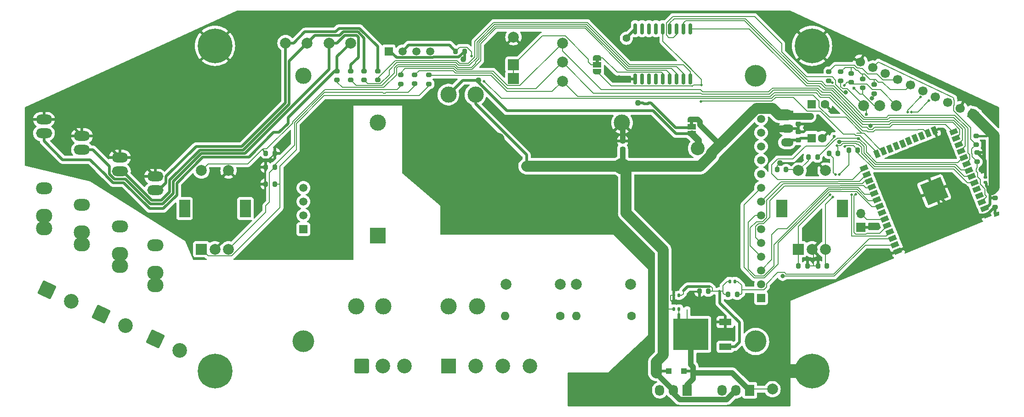
<source format=gbr>
G04 #@! TF.GenerationSoftware,KiCad,Pcbnew,7.0.8-7.0.8~ubuntu22.04.1*
G04 #@! TF.CreationDate,2023-12-01T18:43:59+09:00*
G04 #@! TF.ProjectId,ESP32DUALDIAL,45535033-3244-4554-914c-4449414c2e6b,rev?*
G04 #@! TF.SameCoordinates,Original*
G04 #@! TF.FileFunction,Copper,L1,Top*
G04 #@! TF.FilePolarity,Positive*
%FSLAX46Y46*%
G04 Gerber Fmt 4.6, Leading zero omitted, Abs format (unit mm)*
G04 Created by KiCad (PCBNEW 7.0.8-7.0.8~ubuntu22.04.1) date 2023-12-01 18:43:59*
%MOMM*%
%LPD*%
G01*
G04 APERTURE LIST*
G04 Aperture macros list*
%AMRoundRect*
0 Rectangle with rounded corners*
0 $1 Rounding radius*
0 $2 $3 $4 $5 $6 $7 $8 $9 X,Y pos of 4 corners*
0 Add a 4 corners polygon primitive as box body*
4,1,4,$2,$3,$4,$5,$6,$7,$8,$9,$2,$3,0*
0 Add four circle primitives for the rounded corners*
1,1,$1+$1,$2,$3*
1,1,$1+$1,$4,$5*
1,1,$1+$1,$6,$7*
1,1,$1+$1,$8,$9*
0 Add four rect primitives between the rounded corners*
20,1,$1+$1,$2,$3,$4,$5,0*
20,1,$1+$1,$4,$5,$6,$7,0*
20,1,$1+$1,$6,$7,$8,$9,0*
20,1,$1+$1,$8,$9,$2,$3,0*%
%AMHorizOval*
0 Thick line with rounded ends*
0 $1 width*
0 $2 $3 position (X,Y) of the first rounded end (center of the circle)*
0 $4 $5 position (X,Y) of the second rounded end (center of the circle)*
0 Add line between two ends*
20,1,$1,$2,$3,$4,$5,0*
0 Add two circle primitives to create the rounded ends*
1,1,$1,$2,$3*
1,1,$1,$4,$5*%
%AMRotRect*
0 Rectangle, with rotation*
0 The origin of the aperture is its center*
0 $1 length*
0 $2 width*
0 $3 Rotation angle, in degrees counterclockwise*
0 Add horizontal line*
21,1,$1,$2,0,0,$3*%
%AMFreePoly0*
4,1,19,0.550000,-0.750000,0.000000,-0.750000,0.000000,-0.744911,-0.071157,-0.744911,-0.207708,-0.704816,-0.327430,-0.627875,-0.420627,-0.520320,-0.479746,-0.390866,-0.500000,-0.250000,-0.500000,0.250000,-0.479746,0.390866,-0.420627,0.520320,-0.327430,0.627875,-0.207708,0.704816,-0.071157,0.744911,0.000000,0.744911,0.000000,0.750000,0.550000,0.750000,0.550000,-0.750000,0.550000,-0.750000,
$1*%
%AMFreePoly1*
4,1,19,0.000000,0.744911,0.071157,0.744911,0.207708,0.704816,0.327430,0.627875,0.420627,0.520320,0.479746,0.390866,0.500000,0.250000,0.500000,-0.250000,0.479746,-0.390866,0.420627,-0.520320,0.327430,-0.627875,0.207708,-0.704816,0.071157,-0.744911,0.000000,-0.744911,0.000000,-0.750000,-0.550000,-0.750000,-0.550000,0.750000,0.000000,0.750000,0.000000,0.744911,0.000000,0.744911,
$1*%
G04 Aperture macros list end*
G04 #@! TA.AperFunction,ComponentPad*
%ADD10O,2.300000X1.500000*%
G04 #@! TD*
G04 #@! TA.AperFunction,ComponentPad*
%ADD11R,2.300000X1.500000*%
G04 #@! TD*
G04 #@! TA.AperFunction,SMDPad,CuDef*
%ADD12RoundRect,0.225000X0.250000X-0.225000X0.250000X0.225000X-0.250000X0.225000X-0.250000X-0.225000X0*%
G04 #@! TD*
G04 #@! TA.AperFunction,SMDPad,CuDef*
%ADD13RoundRect,0.225000X-0.250000X0.225000X-0.250000X-0.225000X0.250000X-0.225000X0.250000X0.225000X0*%
G04 #@! TD*
G04 #@! TA.AperFunction,ComponentPad*
%ADD14C,1.600000*%
G04 #@! TD*
G04 #@! TA.AperFunction,ComponentPad*
%ADD15R,1.600000X1.600000*%
G04 #@! TD*
G04 #@! TA.AperFunction,SMDPad,CuDef*
%ADD16RoundRect,0.200000X-0.275000X0.200000X-0.275000X-0.200000X0.275000X-0.200000X0.275000X0.200000X0*%
G04 #@! TD*
G04 #@! TA.AperFunction,SMDPad,CuDef*
%ADD17RoundRect,0.140000X0.170000X-0.140000X0.170000X0.140000X-0.170000X0.140000X-0.170000X-0.140000X0*%
G04 #@! TD*
G04 #@! TA.AperFunction,SMDPad,CuDef*
%ADD18RoundRect,0.200000X-0.200000X-0.275000X0.200000X-0.275000X0.200000X0.275000X-0.200000X0.275000X0*%
G04 #@! TD*
G04 #@! TA.AperFunction,ComponentPad*
%ADD19R,2.000000X2.000000*%
G04 #@! TD*
G04 #@! TA.AperFunction,ComponentPad*
%ADD20C,2.000000*%
G04 #@! TD*
G04 #@! TA.AperFunction,ComponentPad*
%ADD21R,2.000000X3.200000*%
G04 #@! TD*
G04 #@! TA.AperFunction,SMDPad,CuDef*
%ADD22RoundRect,0.200000X0.200000X0.275000X-0.200000X0.275000X-0.200000X-0.275000X0.200000X-0.275000X0*%
G04 #@! TD*
G04 #@! TA.AperFunction,ComponentPad*
%ADD23C,6.400000*%
G04 #@! TD*
G04 #@! TA.AperFunction,SMDPad,CuDef*
%ADD24RoundRect,0.140000X-0.140000X-0.170000X0.140000X-0.170000X0.140000X0.170000X-0.140000X0.170000X0*%
G04 #@! TD*
G04 #@! TA.AperFunction,SMDPad,CuDef*
%ADD25RoundRect,0.200000X0.275000X-0.200000X0.275000X0.200000X-0.275000X0.200000X-0.275000X-0.200000X0*%
G04 #@! TD*
G04 #@! TA.AperFunction,SMDPad,CuDef*
%ADD26FreePoly0,270.000000*%
G04 #@! TD*
G04 #@! TA.AperFunction,SMDPad,CuDef*
%ADD27R,1.500000X1.000000*%
G04 #@! TD*
G04 #@! TA.AperFunction,SMDPad,CuDef*
%ADD28FreePoly1,270.000000*%
G04 #@! TD*
G04 #@! TA.AperFunction,SMDPad,CuDef*
%ADD29RotRect,1.400000X0.900000X202.000000*%
G04 #@! TD*
G04 #@! TA.AperFunction,SMDPad,CuDef*
%ADD30RotRect,1.400000X0.900000X292.000000*%
G04 #@! TD*
G04 #@! TA.AperFunction,SMDPad,CuDef*
%ADD31RotRect,4.000000X4.000000X202.000000*%
G04 #@! TD*
G04 #@! TA.AperFunction,SMDPad,CuDef*
%ADD32RoundRect,0.140000X0.140000X0.170000X-0.140000X0.170000X-0.140000X-0.170000X0.140000X-0.170000X0*%
G04 #@! TD*
G04 #@! TA.AperFunction,SMDPad,CuDef*
%ADD33R,1.100000X1.100000*%
G04 #@! TD*
G04 #@! TA.AperFunction,ComponentPad*
%ADD34C,4.000000*%
G04 #@! TD*
G04 #@! TA.AperFunction,ComponentPad*
%ADD35C,3.000000*%
G04 #@! TD*
G04 #@! TA.AperFunction,ComponentPad*
%ADD36R,1.500000X1.500000*%
G04 #@! TD*
G04 #@! TA.AperFunction,ComponentPad*
%ADD37C,1.500000*%
G04 #@! TD*
G04 #@! TA.AperFunction,ComponentPad*
%ADD38R,1.700000X1.700000*%
G04 #@! TD*
G04 #@! TA.AperFunction,ComponentPad*
%ADD39O,1.700000X1.700000*%
G04 #@! TD*
G04 #@! TA.AperFunction,SMDPad,CuDef*
%ADD40C,2.000000*%
G04 #@! TD*
G04 #@! TA.AperFunction,SMDPad,CuDef*
%ADD41C,3.000000*%
G04 #@! TD*
G04 #@! TA.AperFunction,SMDPad,CuDef*
%ADD42RoundRect,0.150000X-0.150000X0.875000X-0.150000X-0.875000X0.150000X-0.875000X0.150000X0.875000X0*%
G04 #@! TD*
G04 #@! TA.AperFunction,SMDPad,CuDef*
%ADD43R,2.200000X1.200000*%
G04 #@! TD*
G04 #@! TA.AperFunction,SMDPad,CuDef*
%ADD44R,6.400000X5.800000*%
G04 #@! TD*
G04 #@! TA.AperFunction,ComponentPad*
%ADD45RotRect,1.700000X1.700000X65.000000*%
G04 #@! TD*
G04 #@! TA.AperFunction,ComponentPad*
%ADD46HorizOval,1.700000X0.000000X0.000000X0.000000X0.000000X0*%
G04 #@! TD*
G04 #@! TA.AperFunction,ComponentPad*
%ADD47R,3.000000X3.000000*%
G04 #@! TD*
G04 #@! TA.AperFunction,ComponentPad*
%ADD48RoundRect,0.250001X-1.099999X-1.099999X1.099999X-1.099999X1.099999X1.099999X-1.099999X1.099999X0*%
G04 #@! TD*
G04 #@! TA.AperFunction,ComponentPad*
%ADD49C,2.700000*%
G04 #@! TD*
G04 #@! TA.AperFunction,ComponentPad*
%ADD50RoundRect,0.250001X-1.461817X-0.532058X0.532058X-1.461817X1.461817X0.532058X-0.532058X1.461817X0*%
G04 #@! TD*
G04 #@! TA.AperFunction,ComponentPad*
%ADD51R,2.700000X2.700000*%
G04 #@! TD*
G04 #@! TA.AperFunction,ComponentPad*
%ADD52R,1.730000X2.030000*%
G04 #@! TD*
G04 #@! TA.AperFunction,ComponentPad*
%ADD53O,1.730000X2.030000*%
G04 #@! TD*
G04 #@! TA.AperFunction,ComponentPad*
%ADD54O,3.000000X2.600000*%
G04 #@! TD*
G04 #@! TA.AperFunction,ComponentPad*
%ADD55O,3.000000X2.200000*%
G04 #@! TD*
G04 #@! TA.AperFunction,ComponentPad*
%ADD56O,3.000000X1.800000*%
G04 #@! TD*
G04 #@! TA.AperFunction,ComponentPad*
%ADD57O,1.600000X1.600000*%
G04 #@! TD*
G04 #@! TA.AperFunction,ViaPad*
%ADD58C,0.600000*%
G04 #@! TD*
G04 #@! TA.AperFunction,ViaPad*
%ADD59C,1.100000*%
G04 #@! TD*
G04 #@! TA.AperFunction,ViaPad*
%ADD60C,2.540000*%
G04 #@! TD*
G04 #@! TA.AperFunction,ViaPad*
%ADD61C,1.399540*%
G04 #@! TD*
G04 #@! TA.AperFunction,ViaPad*
%ADD62C,0.500000*%
G04 #@! TD*
G04 #@! TA.AperFunction,ViaPad*
%ADD63C,0.800000*%
G04 #@! TD*
G04 #@! TA.AperFunction,Conductor*
%ADD64C,0.203200*%
G04 #@! TD*
G04 #@! TA.AperFunction,Conductor*
%ADD65C,0.508000*%
G04 #@! TD*
G04 #@! TA.AperFunction,Conductor*
%ADD66C,1.270000*%
G04 #@! TD*
G04 #@! TA.AperFunction,Conductor*
%ADD67C,2.000000*%
G04 #@! TD*
G04 #@! TA.AperFunction,Conductor*
%ADD68C,1.016000*%
G04 #@! TD*
G04 #@! TA.AperFunction,Conductor*
%ADD69C,0.381000*%
G04 #@! TD*
G04 #@! TA.AperFunction,Conductor*
%ADD70C,0.250000*%
G04 #@! TD*
G04 #@! TA.AperFunction,Conductor*
%ADD71C,2.540000*%
G04 #@! TD*
G04 APERTURE END LIST*
G04 #@! TA.AperFunction,EtchedComponent*
G36*
X148100000Y-94500000D02*
G01*
X147500000Y-94500000D01*
X147500000Y-94000000D01*
X148100000Y-94000000D01*
X148100000Y-94500000D01*
G37*
G04 #@! TD.AperFunction*
G04 #@! TA.AperFunction,EtchedComponent*
G36*
X130700000Y-83100000D02*
G01*
X130100000Y-83100000D01*
X130100000Y-82600000D01*
X130700000Y-82600000D01*
X130700000Y-83100000D01*
G37*
G04 #@! TD.AperFunction*
D10*
X165400000Y-97800000D03*
X165400000Y-95260000D03*
D11*
X165400000Y-92720000D03*
D12*
X167500000Y-97375000D03*
X167500000Y-95825000D03*
X135100000Y-99075000D03*
X135100000Y-97525000D03*
D13*
X167500000Y-92850000D03*
X167500000Y-94400000D03*
D14*
X171900000Y-97000000D03*
D15*
X169900000Y-97000000D03*
X169900000Y-90800000D03*
D14*
X172400000Y-90800000D03*
D16*
X203700000Y-108075000D03*
X203700000Y-109725000D03*
D17*
X201900000Y-105160000D03*
X201900000Y-104200000D03*
D16*
X200200000Y-96575000D03*
X200200000Y-98225000D03*
X87500000Y-84675000D03*
X87500000Y-86325000D03*
X85000000Y-84675000D03*
X85000000Y-86325000D03*
D18*
X154534000Y-125820000D03*
X156184000Y-125820000D03*
D19*
X167500000Y-117500000D03*
D20*
X172500000Y-117500000D03*
X170000000Y-117500000D03*
D21*
X164400000Y-110000000D03*
X175600000Y-110000000D03*
D20*
X172500000Y-103000000D03*
X167500000Y-103000000D03*
D22*
X106000000Y-81000000D03*
X104350000Y-81000000D03*
D23*
X170000000Y-140000000D03*
X60000000Y-140000000D03*
D24*
X154824000Y-123420000D03*
X155784000Y-123420000D03*
D25*
X200400000Y-101325000D03*
X200400000Y-99675000D03*
D19*
X57500000Y-117500000D03*
D20*
X62500000Y-117500000D03*
X60000000Y-117500000D03*
D21*
X54400000Y-110000000D03*
X65600000Y-110000000D03*
D20*
X62500000Y-103000000D03*
X57500000Y-103000000D03*
D23*
X170000000Y-80000000D03*
X60000000Y-80000000D03*
D26*
X147800000Y-93600000D03*
D27*
X147800000Y-94900000D03*
D28*
X147800000Y-96200000D03*
D29*
X202242664Y-111169747D03*
X201766914Y-109992224D03*
X201291164Y-108814700D03*
X200815413Y-107637177D03*
X200339663Y-106459653D03*
X199863913Y-105282130D03*
X199388162Y-104104606D03*
X198912412Y-102927083D03*
X198436661Y-101749559D03*
X197960911Y-100572036D03*
X197485161Y-99394512D03*
X197009410Y-98216989D03*
X196533660Y-97039465D03*
X196057910Y-95861942D03*
D30*
X192543200Y-95638290D03*
X191365677Y-96114040D03*
X190188153Y-96589790D03*
X189010630Y-97065541D03*
X187833106Y-97541291D03*
X186655583Y-98017042D03*
X185478059Y-98492792D03*
X184300536Y-98968542D03*
X183123012Y-99444293D03*
X181945489Y-99920043D03*
D29*
X179572581Y-102522447D03*
X180048331Y-103699971D03*
X180524081Y-104877494D03*
X180999832Y-106055018D03*
X181475582Y-107232541D03*
X181951333Y-108410065D03*
X182427083Y-109587588D03*
X182902833Y-110765112D03*
X183378584Y-111942635D03*
X183854334Y-113120159D03*
X184330084Y-114297682D03*
X184805835Y-115475206D03*
X185281585Y-116652729D03*
X185757336Y-117830253D03*
D31*
X192498813Y-106780231D03*
D22*
X165225000Y-102800000D03*
X163575000Y-102800000D03*
X71000000Y-105500000D03*
X69350000Y-105500000D03*
X71000000Y-102400000D03*
X69350000Y-102400000D03*
X172725000Y-120600000D03*
X171075000Y-120600000D03*
D24*
X144520000Y-126000000D03*
X145480000Y-126000000D03*
D32*
X145480000Y-128500000D03*
X144520000Y-128500000D03*
D33*
X143600000Y-140000000D03*
X146400000Y-140000000D03*
D34*
X159600000Y-134500000D03*
X159600000Y-85500000D03*
X76300000Y-134500000D03*
D35*
X76300000Y-85500000D03*
D36*
X160600000Y-126501000D03*
D37*
X160600000Y-123961000D03*
X160600000Y-121421000D03*
X160600000Y-118881000D03*
X160600000Y-116341000D03*
X160600000Y-113801000D03*
X160600000Y-111261000D03*
X160600000Y-108721000D03*
X160600000Y-106181000D03*
X160600000Y-103641000D03*
X160600000Y-101101000D03*
X160600000Y-98561000D03*
X160600000Y-96021000D03*
X160600000Y-93481000D03*
D36*
X76300000Y-113801000D03*
D37*
X76300000Y-111261000D03*
X76300000Y-108721000D03*
X76300000Y-106181000D03*
D18*
X69375000Y-99800000D03*
X71025000Y-99800000D03*
D25*
X173100000Y-84775000D03*
X173100000Y-86425000D03*
D16*
X82500000Y-84650000D03*
X82500000Y-86300000D03*
D18*
X169350000Y-100550000D03*
X171000000Y-100550000D03*
D25*
X96800000Y-87000000D03*
X96800000Y-85350000D03*
X99400000Y-87025000D03*
X99400000Y-85375000D03*
D16*
X175300000Y-84775000D03*
X175300000Y-86425000D03*
X179300000Y-86100000D03*
X179300000Y-87750000D03*
X177200000Y-85100000D03*
X177200000Y-86750000D03*
X181400000Y-87150000D03*
X181400000Y-88800000D03*
D18*
X173125000Y-99850000D03*
X174775000Y-99850000D03*
D16*
X90000000Y-84675000D03*
X90000000Y-86325000D03*
D25*
X94200000Y-87025000D03*
X94200000Y-85375000D03*
D18*
X167475000Y-120600000D03*
X169125000Y-120600000D03*
X176775000Y-99200000D03*
X178425000Y-99200000D03*
D38*
X179000000Y-113500000D03*
D39*
X179000000Y-110960000D03*
D40*
X179500000Y-91000000D03*
X182500000Y-91000000D03*
X185500000Y-91000000D03*
X124000000Y-83000000D03*
X124000000Y-86500000D03*
D41*
X103000000Y-89000000D03*
D40*
X162700000Y-143300000D03*
X73000000Y-79500000D03*
X77000000Y-79500000D03*
X81000000Y-79500000D03*
X85000000Y-79500000D03*
D41*
X108000000Y-89000000D03*
D18*
X149250000Y-125250000D03*
X150900000Y-125250000D03*
D40*
X124000000Y-79500000D03*
D26*
X130400000Y-82200000D03*
D27*
X130400000Y-83500000D03*
D28*
X130400000Y-84800000D03*
D42*
X147580000Y-76850000D03*
X146310000Y-76850000D03*
X145040000Y-76850000D03*
X143770000Y-76850000D03*
X142500000Y-76850000D03*
X141230000Y-76850000D03*
X139960000Y-76850000D03*
X138690000Y-76850000D03*
X137420000Y-76850000D03*
X137420000Y-86150000D03*
X138690000Y-86150000D03*
X139960000Y-86150000D03*
X141230000Y-86150000D03*
X142500000Y-86150000D03*
X143770000Y-86150000D03*
X145040000Y-86150000D03*
X146310000Y-86150000D03*
X147580000Y-86150000D03*
D43*
X154000000Y-135480000D03*
D44*
X147700000Y-133200000D03*
D43*
X154000000Y-130920000D03*
D45*
X199604044Y-92612543D03*
D46*
X197302022Y-91539093D03*
X195000000Y-90465642D03*
X192697979Y-89392192D03*
X190395957Y-88318741D03*
X188093935Y-87245291D03*
X185791913Y-86171841D03*
X183489892Y-85098390D03*
X181187870Y-84024940D03*
X178885848Y-82951490D03*
D36*
X92000000Y-81000000D03*
D37*
X94540000Y-81000000D03*
X97080000Y-81000000D03*
X99620000Y-81000000D03*
D47*
X90000000Y-115000000D03*
D35*
X90000000Y-94200000D03*
X135000000Y-94200000D03*
X135000000Y-102200000D03*
X86000000Y-128000000D03*
X91000000Y-128000000D03*
X103000000Y-128000000D03*
X108300000Y-128000000D03*
D48*
X87000000Y-139000000D03*
D49*
X90960000Y-139000000D03*
X94920000Y-139000000D03*
D50*
X49000000Y-134000000D03*
D49*
X53531539Y-136113091D03*
D51*
X103000000Y-139000000D03*
D49*
X108000000Y-139000000D03*
X113000000Y-139000000D03*
X118000000Y-139000000D03*
D50*
X39000000Y-129500000D03*
D49*
X43531539Y-131613091D03*
D50*
X29000000Y-125000000D03*
D49*
X33531539Y-127113091D03*
D52*
X158500000Y-143500000D03*
D53*
X155960000Y-143500000D03*
X153420000Y-143500000D03*
D52*
X147000000Y-143500000D03*
D53*
X144460000Y-143500000D03*
X141920000Y-143500000D03*
D19*
X115000000Y-86000000D03*
X115000000Y-83500000D03*
D20*
X115000000Y-78400000D03*
D54*
X42500000Y-120600000D03*
X42500000Y-118380000D03*
D55*
X42500000Y-113300000D03*
D56*
X42500000Y-103140000D03*
X42500000Y-100600000D03*
D54*
X35500000Y-116600000D03*
X35500000Y-114380000D03*
D55*
X35500000Y-109300000D03*
D56*
X35500000Y-99140000D03*
X35500000Y-96600000D03*
D54*
X28500000Y-113600000D03*
X28500000Y-111380000D03*
D55*
X28500000Y-106300000D03*
D56*
X28500000Y-96140000D03*
X28500000Y-93600000D03*
D54*
X49000000Y-124100000D03*
X49000000Y-121880000D03*
D55*
X49000000Y-116800000D03*
D56*
X49000000Y-106640000D03*
X49000000Y-104100000D03*
D20*
X136600000Y-124000000D03*
X126600000Y-124000000D03*
D14*
X136760000Y-129800000D03*
D57*
X126600000Y-129800000D03*
D20*
X123600000Y-124000000D03*
X113600000Y-124000000D03*
D14*
X123600000Y-129800000D03*
D57*
X113440000Y-129800000D03*
D58*
X174100000Y-96700000D03*
X180000000Y-92600000D03*
X178600000Y-97096800D03*
X177700004Y-87800000D03*
D59*
X201200000Y-102800000D03*
X105790602Y-82454124D03*
X108535165Y-86337132D03*
D60*
X148919000Y-98881000D03*
X197500000Y-106500000D03*
X188000000Y-111000000D03*
D59*
X192000000Y-99000000D03*
X162650000Y-100050000D03*
D60*
X150500000Y-113750000D03*
X112100000Y-97300000D03*
D61*
X134450000Y-86150000D03*
D59*
X190000000Y-99600000D03*
D60*
X194500000Y-111500000D03*
X186500000Y-107000000D03*
D59*
X164050000Y-101650000D03*
X193800000Y-98200000D03*
D62*
X178015861Y-107397093D03*
X188319446Y-92231946D03*
X191557724Y-90117006D03*
X187619443Y-92231946D03*
X190019488Y-89438706D03*
X177309918Y-107422245D03*
D59*
X169649990Y-93000000D03*
D61*
X135800000Y-78600000D03*
D59*
X137924792Y-90554800D03*
D63*
X175000000Y-97700000D03*
X176191843Y-88608155D03*
D62*
X109600000Y-86500000D03*
X107300000Y-81900000D03*
X173700500Y-86800000D03*
X175998336Y-98554800D03*
X174549618Y-98420874D03*
X175911577Y-87309109D03*
D63*
X180800000Y-94712818D03*
X181027492Y-89635278D03*
X164600000Y-122450000D03*
D62*
X173317164Y-107491249D03*
X174306683Y-103748390D03*
X174965456Y-103748390D03*
X173859129Y-107850121D03*
X149599998Y-87237155D03*
X149488875Y-90261200D03*
D64*
X149599998Y-87237155D02*
X148156505Y-87237155D01*
X148156505Y-87237155D02*
X147931702Y-87461958D01*
X146375942Y-83024058D02*
X142500000Y-79148115D01*
X148131610Y-84779725D02*
X146375942Y-83024058D01*
X146375942Y-83024058D02*
X146446638Y-83024058D01*
X146446638Y-83024058D02*
X149599998Y-86177418D01*
X149599998Y-86177418D02*
X149599998Y-87237155D01*
D65*
X167500000Y-94400000D02*
X167500000Y-95200000D01*
X167500000Y-95200000D02*
X167500000Y-95825000D01*
X165400000Y-95260000D02*
X167440000Y-95260000D01*
X167440000Y-95260000D02*
X167500000Y-95200000D01*
X167500000Y-97375000D02*
X165825000Y-97375000D01*
X165825000Y-97375000D02*
X165400000Y-97800000D01*
X169900000Y-97000000D02*
X167875000Y-97000000D01*
X167875000Y-97000000D02*
X167500000Y-97375000D01*
D64*
X174349191Y-97301600D02*
X174652391Y-96998400D01*
X174652391Y-96998400D02*
X178501600Y-96998400D01*
X171000000Y-100550000D02*
X174248400Y-97301600D01*
X178501600Y-96998400D02*
X178600000Y-97096800D01*
X168898400Y-98438610D02*
X172541965Y-98438610D01*
X172541965Y-98438610D02*
X174100000Y-96880575D01*
X174248400Y-97301600D02*
X174349191Y-97301600D01*
X174100000Y-96880575D02*
X174100000Y-96700000D01*
X162343600Y-88143600D02*
X162700000Y-87787200D01*
X162700000Y-87787200D02*
X171042202Y-87787200D01*
X171836049Y-88581047D02*
X173361887Y-88581047D01*
X171042202Y-87787200D02*
X171836049Y-88581047D01*
X173361887Y-88581047D02*
X179290441Y-94509600D01*
X179290441Y-94509600D02*
X179800000Y-94509600D01*
X171563810Y-89493600D02*
X173134020Y-89493600D01*
X148781945Y-89306400D02*
X162321220Y-89306400D01*
X170763810Y-88693600D02*
X171563810Y-89493600D01*
X162862778Y-88796800D02*
X162965977Y-88693600D01*
X162632990Y-88996800D02*
X162832989Y-88796800D01*
X148775544Y-89300000D02*
X148781945Y-89306400D01*
X162832989Y-88796800D02*
X162862778Y-88796800D01*
X162630820Y-88996800D02*
X162632990Y-88996800D01*
X162321220Y-89306400D02*
X162630820Y-88996800D01*
X173134020Y-89493600D02*
X179329220Y-95688800D01*
X162965977Y-88693600D02*
X170763810Y-88693600D01*
X126800000Y-89300000D02*
X148775544Y-89300000D01*
X180107958Y-95688800D02*
X180236776Y-95817618D01*
X124000000Y-86500000D02*
X126800000Y-89300000D01*
X179329220Y-95688800D02*
X180107958Y-95688800D01*
X180236776Y-95817618D02*
X181257624Y-95817618D01*
X181257624Y-95817618D02*
X181575241Y-95500000D01*
X181575241Y-95500000D02*
X189500000Y-95500000D01*
X149488875Y-90261200D02*
X149537275Y-90212800D01*
X162587199Y-90212800D02*
X163299999Y-89500000D01*
X149537275Y-90212800D02*
X162587199Y-90212800D01*
X163299999Y-89500000D02*
X166573472Y-89500000D01*
X166573472Y-89500000D02*
X169090055Y-92016583D01*
X169090055Y-92016583D02*
X171495587Y-92016583D01*
X171495587Y-92016583D02*
X175738015Y-96259011D01*
X175738015Y-96259011D02*
X177780599Y-96259011D01*
X177780599Y-96259011D02*
X178016788Y-96495200D01*
X178016788Y-96495200D02*
X178849190Y-96495200D01*
X178849190Y-96495200D02*
X179026995Y-96673005D01*
X112803200Y-89703200D02*
X148608534Y-89703200D01*
X170223328Y-89096800D02*
X171298400Y-90171872D01*
X163132989Y-89096800D02*
X170223328Y-89096800D01*
X109600000Y-86500000D02*
X112803200Y-89703200D01*
X148608534Y-89703200D02*
X148614935Y-89709600D01*
X148614935Y-89709600D02*
X162520189Y-89709600D01*
X162520189Y-89709600D02*
X163132989Y-89096800D01*
X171298400Y-90171872D02*
X171298400Y-91249186D01*
X171298400Y-91249186D02*
X173214109Y-93164895D01*
X173214109Y-93164895D02*
X176235105Y-93164895D01*
X176235105Y-93164895D02*
X179162210Y-96092000D01*
X179162210Y-96092000D02*
X179544258Y-96092000D01*
D66*
X165680000Y-93000000D02*
X169649990Y-93000000D01*
X165400000Y-92720000D02*
X165680000Y-93000000D01*
D64*
X173301031Y-89090400D02*
X171730821Y-89090400D01*
X171730821Y-89090400D02*
X170830821Y-88190400D01*
X168973370Y-87384000D02*
X158439370Y-76850000D01*
X172110847Y-88177847D02*
X171317000Y-87384000D01*
X177416000Y-91964946D02*
X173628901Y-88177847D01*
X184159011Y-94011200D02*
X179362252Y-94011200D01*
X177416000Y-92064948D02*
X177416000Y-91964946D01*
X179362252Y-94011200D02*
X177416000Y-92064948D01*
X196059017Y-93706400D02*
X184463811Y-93706400D01*
X171317000Y-87384000D02*
X168973370Y-87384000D01*
X184463811Y-93706400D02*
X184159011Y-94011200D01*
X197700000Y-95347382D02*
X196059017Y-93706400D01*
X158439370Y-76850000D02*
X147580000Y-76850000D01*
X197700000Y-97358548D02*
X197700000Y-95347382D01*
X173628901Y-88177847D02*
X172110847Y-88177847D01*
X196867201Y-98191347D02*
X197700000Y-97358548D01*
X172426837Y-87774647D02*
X171632990Y-86980800D01*
X169140380Y-86980800D02*
X157566002Y-75406422D01*
X198200000Y-98517883D02*
X198200000Y-95277173D01*
X173795911Y-87774647D02*
X172426837Y-87774647D01*
X177819200Y-91797934D02*
X173795911Y-87774647D01*
X179529262Y-93608000D02*
X177819200Y-91897938D01*
X177819200Y-91897938D02*
X177819200Y-91797934D01*
X183926024Y-93608000D02*
X179529262Y-93608000D01*
X184330824Y-93203200D02*
X183926024Y-93608000D01*
X196126028Y-93203200D02*
X184330824Y-93203200D01*
X198200000Y-95277173D02*
X196126028Y-93203200D01*
X171632990Y-86980800D02*
X169140380Y-86980800D01*
X197353209Y-99364674D02*
X198200000Y-98517883D01*
X157566002Y-75406422D02*
X146728578Y-75406422D01*
X146728578Y-75406422D02*
X146310000Y-75825000D01*
X146310000Y-75825000D02*
X146310000Y-76850000D01*
X198696800Y-95203763D02*
X196293037Y-92800000D01*
X198696800Y-99721486D02*
X198696800Y-95203763D01*
X199080113Y-100104799D02*
X198696800Y-99721486D01*
X198325225Y-101711328D02*
X199080113Y-100956440D01*
X179696272Y-93204800D02*
X178222400Y-91730928D01*
X196293037Y-92800000D02*
X184100000Y-92800000D01*
X178222400Y-91730928D02*
X178222400Y-91630923D01*
X178222400Y-91630923D02*
X173962924Y-87371447D01*
X183695200Y-93204800D02*
X179696272Y-93204800D01*
X184100000Y-92800000D02*
X183695200Y-93204800D01*
X199080113Y-100956440D02*
X199080113Y-100104799D01*
X173962924Y-87371447D02*
X172593847Y-87371447D01*
X172593847Y-87371447D02*
X171800000Y-86577600D01*
X171800000Y-86577600D02*
X169307390Y-86577600D01*
X169307390Y-86577600D02*
X157733012Y-75003222D01*
X157733012Y-75003222D02*
X144591778Y-75003222D01*
X144591778Y-75003222D02*
X143770000Y-75825000D01*
X143770000Y-75825000D02*
X143770000Y-76850000D01*
X176191843Y-88608155D02*
X175773787Y-88608155D01*
X164400000Y-79600000D02*
X164300000Y-79500000D01*
X164400000Y-81100000D02*
X164400000Y-79600000D01*
X159400022Y-74600022D02*
X164300000Y-79500000D01*
X169023400Y-85723400D02*
X164400000Y-81100000D01*
X175773787Y-88608155D02*
X174323400Y-87157768D01*
X174323400Y-87157768D02*
X174323400Y-86343319D01*
X174323400Y-86343319D02*
X173703481Y-85723400D01*
X173703481Y-85723400D02*
X169023400Y-85723400D01*
X177767010Y-83596800D02*
X174278200Y-83596800D01*
X181961342Y-85196800D02*
X180267010Y-85196800D01*
X178867011Y-84196800D02*
X178767011Y-84096800D01*
X185718420Y-86245334D02*
X183009876Y-86245334D01*
X179267010Y-84196800D02*
X178867011Y-84196800D01*
X180267010Y-85196800D02*
X179267010Y-84196800D01*
X174278200Y-83596800D02*
X173100000Y-84775000D01*
X183009876Y-86245334D02*
X181961342Y-85196800D01*
X178767011Y-84096800D02*
X178267010Y-84096800D01*
X173325500Y-86425000D02*
X173100000Y-86425000D01*
X178267010Y-84096800D02*
X177767010Y-83596800D01*
X185791913Y-86171841D02*
X185718420Y-86245334D01*
X173700500Y-86800000D02*
X173325500Y-86425000D01*
X175300000Y-84775000D02*
X176075000Y-84000000D01*
X176075000Y-84000000D02*
X177200000Y-84000000D01*
X175300000Y-87529790D02*
X175300000Y-86425000D01*
X179500000Y-91000000D02*
X179500000Y-90924099D01*
X179500000Y-90924099D02*
X176482456Y-87906555D01*
X176482456Y-87906555D02*
X175676765Y-87906555D01*
X175676765Y-87906555D02*
X175300000Y-87529790D01*
X181501600Y-95003429D02*
X184307202Y-95003429D01*
X166701024Y-88190400D02*
X170830821Y-88190400D01*
X166701019Y-88190395D02*
X166701024Y-88190400D01*
X124000000Y-83000000D02*
X129738305Y-88738305D01*
X149568095Y-88738305D02*
X149732990Y-88903200D01*
X162154210Y-88903200D02*
X162867015Y-88190395D01*
X180107770Y-95012801D02*
X180509387Y-95414418D01*
X184307202Y-95003429D02*
X184791543Y-94519088D01*
X129738305Y-88738305D02*
X149568095Y-88738305D01*
X184791543Y-94519088D02*
X194569581Y-94519088D01*
X149732990Y-88903200D02*
X162154210Y-88903200D01*
X181090613Y-95414418D02*
X181501600Y-95003429D01*
X162867015Y-88190395D02*
X166701019Y-88190395D01*
X179223432Y-95012801D02*
X180107770Y-95012801D01*
X173301031Y-89090400D02*
X179223432Y-95012801D01*
X180509387Y-95414418D02*
X181090613Y-95414418D01*
X194569581Y-94519088D02*
X195895186Y-95844693D01*
X149531957Y-88131957D02*
X149900000Y-88500000D01*
X149531957Y-88087200D02*
X149531957Y-88131957D01*
X149900000Y-88500000D02*
X161987200Y-88500000D01*
X161987200Y-88500000D02*
X162343600Y-88143600D01*
X162296800Y-88190400D02*
X162343600Y-88143600D01*
X124000000Y-80914213D02*
X131189009Y-88103222D01*
X149515936Y-88103222D02*
X149531957Y-88087200D01*
X131189009Y-88103222D02*
X149515936Y-88103222D01*
X124000000Y-79500000D02*
X124000000Y-80914213D01*
X165225000Y-102800000D02*
X165225000Y-102682220D01*
X145040000Y-77875000D02*
X144415000Y-78500000D01*
X143153211Y-78028697D02*
X143153211Y-75803130D01*
X179026995Y-96673005D02*
X178849191Y-96495200D01*
D67*
X159798952Y-91531000D02*
X162731460Y-91531000D01*
D64*
X143624514Y-78500000D02*
X143153211Y-78028697D01*
X145040000Y-76850000D02*
X145040000Y-77875000D01*
X144415000Y-78500000D02*
X143624514Y-78500000D01*
D67*
X159567398Y-91701600D02*
X159628352Y-91701600D01*
X163920460Y-92720000D02*
X165400000Y-92720000D01*
X162731460Y-91531000D02*
X163920460Y-92720000D01*
X153034499Y-98234499D02*
X159567398Y-91701600D01*
D64*
X181818715Y-99464724D02*
X179026995Y-96673005D01*
X144356319Y-74600022D02*
X159400022Y-74600022D01*
X143153211Y-75803130D02*
X144356319Y-74600022D01*
D67*
X159628352Y-91701600D02*
X159798952Y-91531000D01*
D64*
X179544258Y-96092000D02*
X178183799Y-96092000D01*
X181818715Y-100025792D02*
X181818715Y-99464724D01*
X178849191Y-96495200D02*
X178350810Y-96495200D01*
X182992042Y-99539784D02*
X179544258Y-96092000D01*
X178800004Y-88900000D02*
X177700004Y-87800000D01*
X179300000Y-88900000D02*
X178800004Y-88900000D01*
X166488611Y-100848398D02*
X168568505Y-98768505D01*
X168568505Y-98768505D02*
X168898400Y-98438610D01*
X175911577Y-87309109D02*
X176470686Y-86750000D01*
X176470686Y-86750000D02*
X177200000Y-86750000D01*
X180000000Y-92600000D02*
X180000000Y-91500000D01*
X180000000Y-91500000D02*
X179500000Y-91000000D01*
X196434021Y-101893600D02*
X181734020Y-101893600D01*
X198811233Y-102884655D02*
X197425076Y-102884655D01*
X197425076Y-102884655D02*
X196434021Y-101893600D01*
X179600000Y-98600000D02*
X178698400Y-97698400D01*
X178698400Y-97698400D02*
X178350809Y-97698400D01*
X175271339Y-98420874D02*
X174549618Y-98420874D01*
X178252409Y-97600000D02*
X175100000Y-97600000D01*
X175689013Y-98003200D02*
X175271339Y-98420874D01*
X178350809Y-97698400D02*
X178252409Y-97600000D01*
X178085398Y-98003200D02*
X175689013Y-98003200D01*
X178183799Y-98101600D02*
X178085398Y-98003200D01*
X178510970Y-98101600D02*
X178183799Y-98101600D01*
X179126600Y-98717230D02*
X178510970Y-98101600D01*
X179126600Y-99856390D02*
X179126600Y-98717230D01*
X181567009Y-102296800D02*
X179126600Y-99856390D01*
X196267010Y-102296800D02*
X181567009Y-102296800D01*
X198028193Y-104057982D02*
X196267010Y-102296800D01*
X199297241Y-104057982D02*
X198028193Y-104057982D01*
X181734020Y-101893600D02*
X179600000Y-99759580D01*
X178667010Y-97096800D02*
X178600000Y-97096800D01*
X179600000Y-99759580D02*
X179600000Y-98600000D01*
X175100000Y-97600000D02*
X175000000Y-97700000D01*
X197839217Y-100538001D02*
X196886818Y-101490400D01*
X181901030Y-101490400D02*
X180003200Y-99592570D01*
X180003200Y-99592570D02*
X180003200Y-98432989D01*
X196886818Y-101490400D02*
X181901030Y-101490400D01*
X180003200Y-98432989D02*
X178667010Y-97096800D01*
X177200000Y-86750000D02*
X177498400Y-87048400D01*
X177498400Y-87048400D02*
X180048400Y-87048400D01*
X180048400Y-87048400D02*
X181098400Y-88098400D01*
X181098400Y-88098400D02*
X182598400Y-88098400D01*
X182598400Y-88098400D02*
X185500000Y-91000000D01*
X181400000Y-91000000D02*
X182500000Y-91000000D01*
X181400000Y-89262770D02*
X181027492Y-89635278D01*
X181400000Y-88800000D02*
X181400000Y-89262770D01*
X179300000Y-88900000D02*
X181400000Y-91000000D01*
X179500000Y-91852370D02*
X179500000Y-91147630D01*
X181700000Y-86200000D02*
X181300000Y-86200000D01*
X181300000Y-86200000D02*
X180700000Y-86200000D01*
X181400000Y-87150000D02*
X181400000Y-86300000D01*
X181400000Y-86300000D02*
X181300000Y-86200000D01*
X179700000Y-85200000D02*
X179200000Y-85200000D01*
X179200000Y-85200000D02*
X179100000Y-85200000D01*
X179300000Y-86100000D02*
X179300000Y-85300000D01*
X179300000Y-85300000D02*
X179200000Y-85200000D01*
X177600000Y-84000000D02*
X177200000Y-84000000D01*
X177200000Y-85100000D02*
X177200000Y-84000000D01*
X182200000Y-86700000D02*
X181700000Y-86200000D01*
X180700000Y-86200000D02*
X179700000Y-85200000D01*
X178400000Y-84500000D02*
X178100000Y-84500000D01*
X184395291Y-88095291D02*
X183000000Y-86700000D01*
X188093935Y-87245291D02*
X187243935Y-88095291D01*
X187243935Y-88095291D02*
X184395291Y-88095291D01*
X183000000Y-86700000D02*
X182200000Y-86700000D01*
X179100000Y-85200000D02*
X178400000Y-84500000D01*
X178100000Y-84500000D02*
X177600000Y-84000000D01*
D68*
X135100000Y-97525000D02*
X135100000Y-94300000D01*
X135100000Y-94300000D02*
X135000000Y-94200000D01*
X135100000Y-99075000D02*
X135100000Y-102100000D01*
X135100000Y-102100000D02*
X135000000Y-102200000D01*
D65*
X147800000Y-96200000D02*
X144942789Y-96200000D01*
X144942789Y-96200000D02*
X140742789Y-92000000D01*
X140742789Y-92000000D02*
X113804393Y-92000000D01*
X113804393Y-92000000D02*
X108535165Y-86730772D01*
X108535165Y-86730772D02*
X108535165Y-86337132D01*
X201900000Y-102800000D02*
X201200000Y-102800000D01*
X201900000Y-102800000D02*
X201900000Y-104200000D01*
X201900000Y-101175000D02*
X201900000Y-102800000D01*
D64*
X200500000Y-104176610D02*
X201023390Y-104700000D01*
X200200000Y-102700000D02*
X200200000Y-103100000D01*
X200400000Y-101325000D02*
X200400000Y-102500000D01*
X199400000Y-99025000D02*
X200200000Y-98225000D01*
X199400000Y-99854475D02*
X199400000Y-99025000D01*
X199483313Y-100408313D02*
X199483313Y-99937789D01*
X200550000Y-99675000D02*
X200400000Y-99675000D01*
X199483313Y-99937789D02*
X199400000Y-99854475D01*
X200400000Y-101325000D02*
X199483313Y-100408313D01*
X200500000Y-103400000D02*
X200500000Y-104176610D01*
X200200000Y-103100000D02*
X200500000Y-103400000D01*
X200400000Y-102500000D02*
X200200000Y-102700000D01*
X201023390Y-104700000D02*
X201023390Y-105492630D01*
X201023390Y-105492630D02*
X201544400Y-106013640D01*
X200925000Y-100050000D02*
X200550000Y-99675000D01*
X201544400Y-106013640D02*
X201544400Y-106084338D01*
X201544400Y-106084338D02*
X201825798Y-106365735D01*
X201825798Y-106365735D02*
X201825798Y-107425798D01*
X201825798Y-107425798D02*
X202100000Y-107700000D01*
X202100000Y-107700000D02*
X202100000Y-107892563D01*
X202100000Y-107892563D02*
X201241273Y-108751290D01*
D65*
X200400000Y-99675000D02*
X201900000Y-101175000D01*
D64*
X196101601Y-91969042D02*
X199200000Y-95067441D01*
X196151600Y-90941002D02*
X196101601Y-90991001D01*
X182212810Y-83000000D02*
X196101601Y-89601601D01*
X196151600Y-89990282D02*
X196151600Y-90941002D01*
X196101601Y-89940283D02*
X196151600Y-89990282D01*
X196101601Y-89601601D02*
X196101601Y-89940283D01*
D69*
X202125000Y-96575000D02*
X202845751Y-95854249D01*
D64*
X181187870Y-84024940D02*
X182212810Y-83000000D01*
X199200000Y-95067441D02*
X199200000Y-97225000D01*
X196101601Y-90991001D02*
X196101601Y-91969042D01*
D69*
X200200000Y-96575000D02*
X202125000Y-96575000D01*
D64*
X199200000Y-97225000D02*
X200200000Y-98225000D01*
D67*
X199604044Y-92612543D02*
X202845751Y-95854249D01*
X202845751Y-95854249D02*
X203500000Y-96508499D01*
X203500000Y-96508499D02*
X203500000Y-106131598D01*
X203500000Y-106131598D02*
X203127398Y-106504200D01*
D65*
X202750000Y-106504200D02*
X202750000Y-108000000D01*
X202100000Y-105854200D02*
X202750000Y-106504200D01*
X202100000Y-105360000D02*
X202100000Y-105854200D01*
X202750000Y-109250000D02*
X202750000Y-108000000D01*
X202750000Y-108000000D02*
X202825000Y-108075000D01*
X202825000Y-108075000D02*
X203700000Y-108075000D01*
D67*
X203500000Y-96508499D02*
X203500000Y-96637509D01*
D64*
X130400000Y-83500000D02*
X129300000Y-83500000D01*
X115000000Y-86000000D02*
X115000000Y-83500000D01*
X129300000Y-83500000D02*
X128800000Y-83000000D01*
X120301600Y-78198400D02*
X115000000Y-83500000D01*
X128800000Y-83000000D02*
X128800000Y-82459259D01*
X115000000Y-86000000D02*
X115000000Y-84532604D01*
X124539141Y-78198400D02*
X120301600Y-78198400D01*
X128800000Y-82459259D02*
X124539141Y-78198400D01*
D67*
X148919000Y-98881000D02*
X148919000Y-98881000D01*
D66*
X149000000Y-98800000D02*
X149000000Y-97400000D01*
D65*
X92000000Y-81000000D02*
X92291704Y-81000000D01*
X203629010Y-96637509D02*
X199604044Y-92612543D01*
D66*
X149000000Y-97400000D02*
X147800000Y-96200000D01*
D65*
X106000000Y-81000000D02*
X106000000Y-82244726D01*
X103000000Y-89000000D02*
X105662868Y-86337132D01*
X93445705Y-82154001D02*
X100132898Y-82154001D01*
X100205354Y-82081545D02*
X104918455Y-82081545D01*
X203629010Y-102450190D02*
X203629010Y-102370990D01*
X202075383Y-109924617D02*
X202750000Y-109250000D01*
X106000000Y-82244726D02*
X105790602Y-82454124D01*
X203000000Y-98000000D02*
X203629010Y-97370990D01*
X92291704Y-81000000D02*
X93445705Y-82154001D01*
X203629010Y-97370990D02*
X203629010Y-96637509D01*
X105662868Y-86337132D02*
X108535165Y-86337132D01*
X201727281Y-109924617D02*
X202075383Y-109924617D01*
X100132898Y-82154001D02*
X100205354Y-82081545D01*
D67*
X149000000Y-98800000D02*
X148919000Y-98881000D01*
D65*
X104918455Y-82081545D02*
X106000000Y-81000000D01*
D66*
X162650000Y-100050000D02*
X162650000Y-96390000D01*
D64*
X144100000Y-127100000D02*
X143901600Y-126901600D01*
X146400000Y-127100000D02*
X144100000Y-127100000D01*
D65*
X42500000Y-100600000D02*
X45500000Y-100600000D01*
D70*
X71025000Y-99800000D02*
X69350000Y-101475000D01*
D65*
X46000000Y-101100000D02*
X49000000Y-104100000D01*
X137420000Y-86150000D02*
X134450000Y-86150000D01*
X32500000Y-93600000D02*
X35500000Y-96600000D01*
D64*
X169125000Y-120600000D02*
X170300000Y-120600000D01*
X163575000Y-102125000D02*
X164050000Y-101650000D01*
X163575000Y-102800000D02*
X163575000Y-102125000D01*
D65*
X202173801Y-111200000D02*
X203800000Y-109573801D01*
X28500000Y-93600000D02*
X32500000Y-93600000D01*
D64*
X163575000Y-102800000D02*
X163575000Y-102375000D01*
D65*
X45500000Y-100600000D02*
X46000000Y-101100000D01*
D64*
X170300000Y-117800000D02*
X170000000Y-117500000D01*
D70*
X69350000Y-101475000D02*
X69350000Y-102400000D01*
D64*
X170300000Y-120600000D02*
X171075000Y-120600000D01*
D66*
X162650000Y-96390000D02*
X163780000Y-95260000D01*
D71*
X170000000Y-140000000D02*
X165400000Y-140000000D01*
D64*
X170300000Y-120600000D02*
X170300000Y-117800000D01*
D65*
X192431503Y-106793625D02*
X196837878Y-111200000D01*
X38500000Y-96600000D02*
X42500000Y-100600000D01*
D66*
X163780000Y-95260000D02*
X165400000Y-95260000D01*
D65*
X35500000Y-96600000D02*
X38500000Y-96600000D01*
X196837878Y-111200000D02*
X202173801Y-111200000D01*
D64*
X143901600Y-126000000D02*
X144520000Y-126000000D01*
X148250000Y-125250000D02*
X146400000Y-127100000D01*
X143901600Y-126901600D02*
X143901600Y-126000000D01*
X149250000Y-125250000D02*
X148250000Y-125250000D01*
X153600000Y-125300000D02*
X153600000Y-124200000D01*
D65*
X156600000Y-134660000D02*
X156600000Y-131000000D01*
D64*
X150900000Y-125250000D02*
X151650000Y-125250000D01*
X146000000Y-126000000D02*
X146290000Y-125710000D01*
X153550000Y-125250000D02*
X153600000Y-125300000D01*
X151650000Y-125250000D02*
X152950000Y-125250000D01*
D65*
X154000000Y-135480000D02*
X155780000Y-135480000D01*
X153000000Y-127400000D02*
X153000000Y-125300000D01*
D64*
X151400000Y-124400000D02*
X151100000Y-124400000D01*
D65*
X151100000Y-124400000D02*
X149729200Y-124400000D01*
D64*
X153600000Y-124200000D02*
X154380000Y-123420000D01*
D65*
X147080000Y-124400000D02*
X146290000Y-125190000D01*
X148799810Y-124370990D02*
X148770800Y-124400000D01*
D64*
X151650000Y-124650000D02*
X151400000Y-124400000D01*
D65*
X148770800Y-124400000D02*
X147080000Y-124400000D01*
D64*
X153820000Y-125820000D02*
X153600000Y-125600000D01*
D65*
X153000000Y-125300000D02*
X152950000Y-125250000D01*
X149729200Y-124400000D02*
X149700190Y-124370990D01*
D64*
X146290000Y-125710000D02*
X146290000Y-125190000D01*
X153600000Y-125600000D02*
X153600000Y-125300000D01*
X154380000Y-123420000D02*
X154824000Y-123420000D01*
D65*
X149700190Y-124370990D02*
X148799810Y-124370990D01*
X156600000Y-131000000D02*
X153000000Y-127400000D01*
D64*
X154534000Y-125820000D02*
X153820000Y-125820000D01*
X151650000Y-125250000D02*
X151650000Y-124650000D01*
X152950000Y-125250000D02*
X153550000Y-125250000D01*
X145480000Y-126000000D02*
X146000000Y-126000000D01*
D65*
X155780000Y-135480000D02*
X156600000Y-134660000D01*
D64*
X145480000Y-129480000D02*
X145500000Y-129500000D01*
X147000000Y-132500000D02*
X147700000Y-133200000D01*
D68*
X147700000Y-138800000D02*
X148100000Y-139200000D01*
D64*
X147000000Y-128600000D02*
X147000000Y-132500000D01*
D65*
X145700000Y-131200000D02*
X145500000Y-131000000D01*
D64*
X162700000Y-143300000D02*
X158700000Y-143300000D01*
D68*
X155300000Y-140300000D02*
X148200000Y-140300000D01*
D64*
X158700000Y-143300000D02*
X158500000Y-143500000D01*
D68*
X147000000Y-142500000D02*
X147000000Y-143500000D01*
X147700000Y-133200000D02*
X147700000Y-138800000D01*
D65*
X147700000Y-133200000D02*
X145700000Y-131200000D01*
D68*
X148200000Y-140300000D02*
X148100000Y-140200000D01*
D65*
X146400000Y-140000000D02*
X147600000Y-140000000D01*
X145500000Y-131000000D02*
X145500000Y-129500000D01*
D64*
X145480000Y-128500000D02*
X145480000Y-129480000D01*
D68*
X148100000Y-141400000D02*
X147000000Y-142500000D01*
X158500000Y-143500000D02*
X155300000Y-140300000D01*
X148100000Y-139200000D02*
X148100000Y-140200000D01*
X148100000Y-140200000D02*
X148100000Y-141400000D01*
D64*
X177750000Y-114402882D02*
X177750000Y-107662954D01*
X180601601Y-114601601D02*
X180551281Y-114551281D01*
X191557724Y-90117006D02*
X189442784Y-92231946D01*
X177750000Y-107662954D02*
X178015861Y-107397093D01*
X180101601Y-114551281D02*
X179902882Y-114750000D01*
X182449826Y-114601601D02*
X180601601Y-114601601D01*
X189442784Y-92231946D02*
X188319446Y-92231946D01*
X180551281Y-114551281D02*
X180101601Y-114551281D01*
X179902882Y-114750000D02*
X178097118Y-114750000D01*
X183842679Y-113208748D02*
X182449826Y-114601601D01*
X178097118Y-114750000D02*
X177750000Y-114402882D01*
X177353211Y-115103211D02*
X177309918Y-115059918D01*
X190019488Y-89438706D02*
X187619443Y-91838751D01*
X184328687Y-114382075D02*
X183607551Y-115103211D01*
X177309918Y-115059918D02*
X177309918Y-107422245D01*
X183607551Y-115103211D02*
X177353211Y-115103211D01*
X187619443Y-91838751D02*
X187619443Y-92231946D01*
X180075421Y-112035421D02*
X183356671Y-112035421D01*
X179000000Y-110960000D02*
X180075421Y-112035421D01*
X157041399Y-125698601D02*
X157041399Y-124962601D01*
X161080770Y-124962601D02*
X157041399Y-124962601D01*
X156920000Y-125820000D02*
X157041399Y-125698601D01*
X173953697Y-122096789D02*
X165211159Y-122096789D01*
X180495084Y-115555402D02*
X173953697Y-122096789D01*
X165211159Y-122096789D02*
X164912769Y-121798399D01*
X156320000Y-123420000D02*
X157041399Y-124141399D01*
X164912769Y-121798399D02*
X163702086Y-121798399D01*
X155784000Y-123420000D02*
X156320000Y-123420000D01*
X161601601Y-123898884D02*
X161601601Y-124441770D01*
X161601601Y-124441770D02*
X161080770Y-124962601D01*
X163702086Y-121798399D02*
X161601601Y-123898884D01*
X157041399Y-124141399D02*
X157041399Y-124962601D01*
X156184000Y-125820000D02*
X156920000Y-125820000D01*
X184814695Y-115555402D02*
X180495084Y-115555402D01*
D65*
X108000000Y-90722478D02*
X117400000Y-100122478D01*
D67*
X153034499Y-98234499D02*
X151490031Y-99778967D01*
D68*
X142786990Y-141826990D02*
X142786990Y-141786990D01*
D67*
X151490031Y-100090031D02*
X149380062Y-102200000D01*
D65*
X143600000Y-140000000D02*
X141600000Y-140000000D01*
D68*
X149367201Y-94032799D02*
X149367201Y-94567201D01*
D67*
X141300000Y-138300000D02*
X141300000Y-140300000D01*
D64*
X144520000Y-128500000D02*
X143500000Y-128500000D01*
D65*
X117400000Y-100122478D02*
X117400000Y-102200000D01*
X108000000Y-89000000D02*
X108000000Y-90722478D01*
D68*
X144460000Y-144024402D02*
X145608608Y-145173010D01*
D67*
X135750000Y-110800000D02*
X142600000Y-117650000D01*
X143000000Y-102200000D02*
X135000000Y-102200000D01*
D68*
X154286990Y-145173010D02*
X155960000Y-143500000D01*
X147800000Y-93600000D02*
X148934402Y-93600000D01*
D67*
X135000000Y-102200000D02*
X117400000Y-102200000D01*
X145634000Y-102200000D02*
X146396000Y-102200000D01*
D64*
X143500000Y-128500000D02*
X143400000Y-128400000D01*
D68*
X142786990Y-141786990D02*
X141300000Y-140300000D01*
D67*
X142600000Y-137000000D02*
X141300000Y-138300000D01*
D68*
X149367201Y-94567201D02*
X153034499Y-98234499D01*
D67*
X135000000Y-102200000D02*
X135750000Y-102950000D01*
X142600000Y-117650000D02*
X142600000Y-137000000D01*
D68*
X144460000Y-143500000D02*
X144460000Y-144024402D01*
D67*
X149380062Y-102200000D02*
X145634000Y-102200000D01*
X135750000Y-102950000D02*
X135750000Y-110800000D01*
D68*
X145608608Y-145173010D02*
X154286990Y-145173010D01*
D65*
X141600000Y-140000000D02*
X141300000Y-140300000D01*
D67*
X145634000Y-102200000D02*
X143000000Y-102200000D01*
X151490031Y-99778967D02*
X151490031Y-100090031D01*
D68*
X148934402Y-93600000D02*
X149367201Y-94032799D01*
X144460000Y-143500000D02*
X142786990Y-141826990D01*
D65*
X144844053Y-95100000D02*
X140290041Y-90545988D01*
X139002852Y-90658800D02*
X138890041Y-90545988D01*
X139797147Y-90658800D02*
X139002852Y-90658800D01*
X140290041Y-90545988D02*
X139909960Y-90545988D01*
X138890041Y-90545988D02*
X137933604Y-90545988D01*
X148300000Y-95100000D02*
X144844053Y-95100000D01*
X135800000Y-78600000D02*
X135800000Y-78470000D01*
X135800000Y-78470000D02*
X137420000Y-76850000D01*
X139909960Y-90545988D02*
X139797147Y-90658800D01*
X137933604Y-90545988D02*
X137924792Y-90554800D01*
D64*
X134073390Y-84873390D02*
X131400000Y-82200000D01*
X131400000Y-82200000D02*
X130400000Y-82200000D01*
X142500000Y-85125000D02*
X142248390Y-84873390D01*
X142500000Y-86150000D02*
X142500000Y-85125000D01*
X142248390Y-84873390D02*
X134073390Y-84873390D01*
D65*
X82200876Y-77437988D02*
X82858885Y-76779979D01*
X90000000Y-80138864D02*
X90000000Y-84675000D01*
X73000000Y-90500000D02*
X73000000Y-79500000D01*
X86641115Y-76779979D02*
X90000000Y-80138864D01*
X51008000Y-105232000D02*
X51008000Y-104085255D01*
X51008000Y-104085255D02*
X56546627Y-98546627D01*
X56546627Y-98546627D02*
X64953373Y-98546627D01*
X74500000Y-79500000D02*
X76562011Y-77437989D01*
X82858885Y-76779979D02*
X86641115Y-76779979D01*
X64953373Y-98546627D02*
X73000000Y-90500000D01*
X73000000Y-79500000D02*
X74500000Y-79500000D01*
X49600000Y-106640000D02*
X51008000Y-105232000D01*
X49000000Y-106640000D02*
X49600000Y-106640000D01*
X76562011Y-77437989D02*
X82200876Y-77437988D01*
X77000000Y-79500000D02*
X78404001Y-78095999D01*
X48361136Y-108500000D02*
X50130862Y-108500000D01*
X87500000Y-78569432D02*
X87500000Y-84675000D01*
X43001136Y-103140000D02*
X48361136Y-108500000D01*
X73658011Y-82841989D02*
X77000000Y-79500000D01*
X50130862Y-108500000D02*
X51679977Y-106950885D01*
X57225930Y-99204638D02*
X65225931Y-99204637D01*
X51679977Y-104750591D02*
X57225930Y-99204638D01*
X73658011Y-90772557D02*
X73658011Y-82841989D01*
X82973433Y-78095999D02*
X83631444Y-77437988D01*
X51679977Y-106950885D02*
X51679977Y-104750591D01*
X65225931Y-99204637D02*
X73658011Y-90772557D01*
X78404001Y-78095999D02*
X82973433Y-78095999D01*
X83631444Y-77437988D02*
X86368557Y-77437989D01*
X86368557Y-77437989D02*
X87500000Y-78569432D01*
X42500000Y-103140000D02*
X43001136Y-103140000D01*
X52337988Y-105023148D02*
X57498487Y-99862649D01*
X40595990Y-103680138D02*
X41473777Y-104557925D01*
X48088579Y-109158011D02*
X50403420Y-109158010D01*
X81000000Y-84361136D02*
X81000000Y-80914213D01*
X57498487Y-99862649D02*
X65498487Y-99862649D01*
X43488494Y-104557926D02*
X48088579Y-109158011D01*
X41473777Y-104557925D02*
X43488494Y-104557926D01*
X86404001Y-82095999D02*
X85000000Y-83500000D01*
X35500000Y-99140000D02*
X37508000Y-99140000D01*
X37508000Y-99140000D02*
X40595990Y-102227990D01*
X50403420Y-109158010D02*
X52337988Y-107223442D01*
X65498487Y-99862649D02*
X81000000Y-84361136D01*
X86404001Y-78404001D02*
X86404001Y-82095999D01*
X82500000Y-79500000D02*
X83904001Y-78095999D01*
X81000000Y-79500000D02*
X82500000Y-79500000D01*
X85000000Y-83500000D02*
X85000000Y-84675000D01*
X83904001Y-78095999D02*
X86095999Y-78095999D01*
X40595990Y-102227990D02*
X40595990Y-103680138D01*
X52337988Y-107223442D02*
X52337988Y-105023148D01*
X81000000Y-80914213D02*
X81000000Y-79500000D01*
X86095999Y-78095999D02*
X86404001Y-78404001D01*
X43215936Y-105215936D02*
X48000000Y-110000000D01*
X28500000Y-96140000D02*
X28500000Y-97548000D01*
X50491998Y-110000000D02*
X52995999Y-107495999D01*
X52995999Y-105295705D02*
X57771046Y-100520658D01*
X73474031Y-93200968D02*
X82025000Y-84650000D01*
X41201220Y-105215936D02*
X43215936Y-105215936D01*
X66271046Y-100520658D02*
X70817673Y-95974031D01*
X57771046Y-100520658D02*
X66271046Y-100520658D01*
X37000000Y-101000000D02*
X39937979Y-103937979D01*
X82025000Y-84650000D02*
X82500000Y-84650000D01*
X70817673Y-95974031D02*
X71817673Y-95974031D01*
X31952000Y-101000000D02*
X37000000Y-101000000D01*
X48000000Y-110000000D02*
X50491998Y-110000000D01*
X39937980Y-103952696D02*
X41201220Y-105215936D01*
X28500000Y-97548000D02*
X31952000Y-101000000D01*
X73474032Y-94317670D02*
X73474031Y-93200968D01*
X39937979Y-103937979D02*
X39937980Y-103952696D01*
X82500000Y-82000000D02*
X85000000Y-79500000D01*
X82500000Y-84650000D02*
X82500000Y-82000000D01*
X71817673Y-95974031D02*
X73474032Y-94317670D01*
X52995999Y-107495999D02*
X52995999Y-105295705D01*
D64*
X104350000Y-81000000D02*
X105076610Y-80273390D01*
X107300000Y-81146447D02*
X107300000Y-81900000D01*
D65*
X95694001Y-79845999D02*
X103195999Y-79845999D01*
D64*
X106426943Y-80273390D02*
X107300000Y-81146447D01*
X105076610Y-80273390D02*
X106426943Y-80273390D01*
D65*
X103195999Y-79845999D02*
X104350000Y-81000000D01*
X94540000Y-81000000D02*
X95694001Y-79845999D01*
D64*
X163665230Y-100848398D02*
X166488611Y-100848398D01*
X177464201Y-104653211D02*
X163703211Y-104653211D01*
X162600000Y-103550000D02*
X162600000Y-101913628D01*
X179468607Y-102648805D02*
X177464201Y-104653211D01*
X163703211Y-104653211D02*
X162600000Y-103550000D01*
X162600000Y-101913628D02*
X163665230Y-100848398D01*
X104537456Y-82740367D02*
X105052823Y-83255734D01*
X136360546Y-83460546D02*
X146312916Y-83460546D01*
X106686636Y-83255734D02*
X107901601Y-82040769D01*
X146312916Y-83460546D02*
X147580000Y-84727630D01*
X90000000Y-85925000D02*
X93184633Y-82740367D01*
X105052823Y-83255734D02*
X106686636Y-83255734D01*
X107901601Y-82040769D02*
X107901601Y-79158939D01*
X111360540Y-75700000D02*
X128600000Y-75700000D01*
X107901601Y-79158939D02*
X111360540Y-75700000D01*
X93184633Y-82740367D02*
X104537456Y-82740367D01*
X128600000Y-75700000D02*
X136360546Y-83460546D01*
X90000000Y-86325000D02*
X90000000Y-85925000D01*
X147580000Y-84727630D02*
X147580000Y-86150000D01*
X146310000Y-85125000D02*
X144998757Y-83813757D01*
X104906518Y-83608945D02*
X104391151Y-83093578D01*
X92093578Y-85345096D02*
X90462067Y-86976607D01*
X90462067Y-86976607D02*
X88151607Y-86976607D01*
X108254812Y-79305243D02*
X108254812Y-82187073D01*
X136214242Y-83813757D02*
X128453697Y-76053211D01*
X106832940Y-83608945D02*
X104906518Y-83608945D01*
X108254812Y-82187073D02*
X106832940Y-83608945D01*
X128453697Y-76053211D02*
X111506845Y-76053211D01*
X146310000Y-86150000D02*
X146310000Y-85125000D01*
X88151607Y-86976607D02*
X87500000Y-86325000D01*
X92093578Y-84507392D02*
X92093578Y-85345096D01*
X144998757Y-83813757D02*
X136214242Y-83813757D01*
X104391151Y-83093578D02*
X93507392Y-83093578D01*
X87500000Y-86325000D02*
X87525000Y-86325000D01*
X111506845Y-76053211D02*
X108254812Y-79305243D01*
X93507392Y-83093578D02*
X92093578Y-84507392D01*
X104291638Y-83493579D02*
X104760214Y-83962156D01*
X128307394Y-76406422D02*
X136067938Y-84166968D01*
X108000000Y-83200971D02*
X108000000Y-82999029D01*
X145000000Y-86476370D02*
X145000000Y-85903630D01*
X111653148Y-76406422D02*
X128307394Y-76406422D01*
X108000000Y-82999029D02*
X108000000Y-83000000D01*
X136067938Y-84166968D02*
X144081968Y-84166968D01*
X108608023Y-82391006D02*
X108608023Y-79451547D01*
X93046789Y-85053696D02*
X93046789Y-84053696D01*
X90770667Y-87329818D02*
X93046789Y-85053696D01*
X104760214Y-83962156D02*
X107238813Y-83962156D01*
X108608023Y-79451547D02*
X111653148Y-76406422D01*
X108000000Y-83200971D02*
X108000000Y-83113674D01*
X93606907Y-83493578D02*
X104291638Y-83493579D01*
X93046789Y-84053696D02*
X93606907Y-83493578D01*
X85000000Y-86325000D02*
X86004818Y-87329818D01*
X86004818Y-87329818D02*
X90770667Y-87329818D01*
X107238813Y-83962156D02*
X108000000Y-83200971D01*
X108000000Y-82999029D02*
X108608023Y-82391006D01*
X145040000Y-85125000D02*
X145040000Y-86150000D01*
X144081968Y-84166968D02*
X145040000Y-85125000D01*
X93753211Y-83846789D02*
X93473390Y-84126610D01*
X135921637Y-84520179D02*
X128161091Y-76759633D01*
X104145333Y-83846789D02*
X93753211Y-83846789D01*
X83483029Y-87683029D02*
X82500000Y-86700000D01*
X93473390Y-85326610D02*
X91116971Y-87683029D01*
X108961234Y-79597851D02*
X108961234Y-82739250D01*
X82500000Y-86700000D02*
X82500000Y-86300000D01*
X93473390Y-84126610D02*
X93473390Y-85326610D01*
X111799452Y-76759633D02*
X108961234Y-79597851D01*
X143770000Y-85125000D02*
X143165179Y-84520179D01*
X91116971Y-87683029D02*
X83483029Y-87683029D01*
X107385117Y-84315367D02*
X104613910Y-84315367D01*
X143770000Y-86150000D02*
X143770000Y-85125000D01*
X108961234Y-82739250D02*
X107385117Y-84315367D01*
X128161091Y-76759633D02*
X111799452Y-76759633D01*
X143165179Y-84520179D02*
X135921637Y-84520179D01*
X104613910Y-84315367D02*
X104145333Y-83846789D01*
X176129736Y-98423400D02*
X175998336Y-98554800D01*
X196100000Y-102700000D02*
X198631309Y-105231309D01*
X178425000Y-99725000D02*
X181400000Y-102700000D01*
X177648400Y-98423400D02*
X176129736Y-98423400D01*
X198631309Y-105231309D02*
X199783249Y-105231309D01*
X178425000Y-99200000D02*
X178425000Y-99725000D01*
X181400000Y-102700000D02*
X196100000Y-102700000D01*
X178425000Y-99200000D02*
X177648400Y-98423400D01*
X174775000Y-99850000D02*
X174775000Y-98646256D01*
X174775000Y-98646256D02*
X174549618Y-98420874D01*
X184180847Y-94493597D02*
X184246823Y-94493598D01*
X180362738Y-94493600D02*
X184180844Y-94493600D01*
X195892007Y-94109600D02*
X197177112Y-95394705D01*
X111215696Y-84668578D02*
X111923559Y-85376441D01*
X197015709Y-96383505D02*
X196381194Y-97018020D01*
X184180844Y-94493600D02*
X184180847Y-94493597D01*
X180596782Y-94509600D02*
X180800000Y-94712818D01*
X116200000Y-87300000D02*
X113847118Y-87300000D01*
X196381194Y-97018020D02*
X196381194Y-96681308D01*
X94200000Y-84975000D02*
X94975000Y-84200000D01*
X104467606Y-84668578D02*
X106931422Y-84668578D01*
X180346737Y-94509600D02*
X180362738Y-94493600D01*
X94975000Y-84200000D02*
X103999028Y-84200000D01*
X106931422Y-84668578D02*
X111215696Y-84668578D01*
X197177112Y-96396013D02*
X196533660Y-97039465D01*
X113847118Y-87300000D02*
X111923559Y-85376441D01*
X179800000Y-94509600D02*
X180596782Y-94509600D01*
X124000000Y-79500000D02*
X116200000Y-87300000D01*
X103999028Y-84200000D02*
X104467606Y-84668578D01*
X179800000Y-94509600D02*
X180346737Y-94509600D01*
X179300000Y-87900000D02*
X179300000Y-88900000D01*
X184246823Y-94493598D02*
X184630821Y-94109600D01*
X197177112Y-95394705D02*
X197177112Y-96396013D01*
X184630821Y-94109600D02*
X195892007Y-94109600D01*
X119146791Y-87853209D02*
X113853695Y-87853209D01*
X97596789Y-84553211D02*
X96800000Y-85350000D01*
X113853695Y-87853209D02*
X111022275Y-85021789D01*
X104321302Y-85021789D02*
X103852725Y-84553211D01*
X124000000Y-83000000D02*
X119146791Y-87853209D01*
X103852725Y-84553211D02*
X97596789Y-84553211D01*
X111022275Y-85021789D02*
X104321302Y-85021789D01*
X191205332Y-96137729D02*
X190540080Y-95472477D01*
X110855265Y-85424989D02*
X113830276Y-88400000D01*
X99400000Y-85375000D02*
X99449989Y-85424989D01*
X122100000Y-88400000D02*
X124000000Y-86500000D01*
X190540080Y-95472477D02*
X189500000Y-95472477D01*
X113830276Y-88400000D02*
X122100000Y-88400000D01*
X99449989Y-85424989D02*
X110855265Y-85424989D01*
X162596789Y-114856093D02*
X162596789Y-119424211D01*
X178463381Y-106103211D02*
X175294364Y-106103211D01*
X165348559Y-113751441D02*
X163701441Y-113751441D01*
X162596789Y-119424211D02*
X160600000Y-121421000D01*
X181412639Y-107342113D02*
X179702283Y-107342113D01*
X163701441Y-113751441D02*
X163550000Y-113902882D01*
X179702283Y-107342113D02*
X178463381Y-106103211D01*
X175231520Y-106166055D02*
X172933945Y-106166055D01*
X163701441Y-113751441D02*
X162596789Y-114856093D01*
X175294364Y-106103211D02*
X175231520Y-106166055D01*
X172933945Y-106166055D02*
X165348559Y-113751441D01*
X174938912Y-105459633D02*
X175001756Y-105396789D01*
X161601601Y-110500631D02*
X161593578Y-110492608D01*
X161593578Y-110492608D02*
X161593578Y-109907392D01*
X161593578Y-109907392D02*
X161601601Y-109899369D01*
X179281619Y-105396789D02*
X179682949Y-104995459D01*
X160854298Y-112446188D02*
X161601601Y-111698885D01*
X175001756Y-105396789D02*
X179281619Y-105396789D01*
X161601601Y-109899369D02*
X161601601Y-108498885D01*
X159739440Y-112446188D02*
X160854298Y-112446188D01*
X158598398Y-113587230D02*
X159739440Y-112446188D01*
X158598398Y-116879398D02*
X158598398Y-113587230D01*
X179682949Y-104995459D02*
X180440623Y-104995459D01*
X161601601Y-108498885D02*
X164640852Y-105459633D01*
X161601601Y-111698885D02*
X161601601Y-110500631D01*
X164640852Y-105459633D02*
X174938912Y-105459633D01*
X160600000Y-118881000D02*
X158598398Y-116879398D01*
X160200601Y-112799399D02*
X161000602Y-112799399D01*
X161000602Y-112799399D02*
X162200000Y-111600001D01*
X164912844Y-105812844D02*
X175085216Y-105812844D01*
X175148060Y-105750000D02*
X179500000Y-105750000D01*
X179918786Y-106168786D02*
X180926631Y-106168786D01*
X160200601Y-112799399D02*
X160100000Y-112899999D01*
X159598399Y-115339399D02*
X160600000Y-116341000D01*
X160200601Y-112799399D02*
X160119231Y-112799399D01*
X159598399Y-113320231D02*
X159598399Y-115339399D01*
X162200000Y-111600001D02*
X162200000Y-108525688D01*
X179500000Y-105750000D02*
X179918786Y-106168786D01*
X175085216Y-105812844D02*
X175148060Y-105750000D01*
X162200000Y-108525688D02*
X164912844Y-105812844D01*
X160119231Y-112799399D02*
X159598399Y-113320231D01*
X179821271Y-116728729D02*
X174100000Y-122450000D01*
X185300703Y-116728729D02*
X179821271Y-116728729D01*
X174100000Y-122450000D02*
X164600000Y-122450000D01*
X175377824Y-106519266D02*
X173080248Y-106519266D01*
X162950000Y-120553370D02*
X161080769Y-122422601D01*
X158245187Y-121164471D02*
X158245187Y-112555153D01*
X173080248Y-106519266D02*
X162950000Y-116649514D01*
X159503317Y-122422601D02*
X158245187Y-121164471D01*
X161080769Y-122422601D02*
X159503317Y-122422601D01*
X175440668Y-106456422D02*
X175377824Y-106519266D01*
X180376095Y-108515440D02*
X178317077Y-106456422D01*
X181898647Y-108515440D02*
X180376095Y-108515440D01*
X162950000Y-116649514D02*
X162950000Y-120553370D01*
X158245187Y-112555153D02*
X159539340Y-111261000D01*
X159539340Y-111261000D02*
X160600000Y-111261000D01*
X178317077Y-106456422D02*
X175440668Y-106456422D01*
X164214578Y-105106422D02*
X174792608Y-105106422D01*
X179418859Y-104357888D02*
X179954615Y-103822132D01*
X160600000Y-108721000D02*
X164214578Y-105106422D01*
X174892608Y-105006422D02*
X178770325Y-105006422D01*
X174792608Y-105106422D02*
X174892608Y-105006422D01*
X178770325Y-105006422D02*
X179418859Y-104357888D01*
X159357013Y-122775812D02*
X157446789Y-120865587D01*
X157446789Y-109334211D02*
X160600000Y-106181000D01*
X181049907Y-109688767D02*
X178256631Y-106895491D01*
X178256631Y-106895491D02*
X173203538Y-106895491D01*
X182384655Y-109688767D02*
X181049907Y-109688767D01*
X163750000Y-116349029D02*
X163750000Y-120252885D01*
X161227073Y-122775812D02*
X159357013Y-122775812D01*
X173203538Y-106895491D02*
X163750000Y-116349029D01*
X163750000Y-120252885D02*
X161227073Y-122775812D01*
X157446789Y-120865587D02*
X157446789Y-109334211D01*
X165225000Y-102800000D02*
X167300000Y-102800000D01*
X167300000Y-102800000D02*
X167500000Y-103000000D01*
X167350000Y-102850000D02*
X167500000Y-103000000D01*
X169350000Y-101150000D02*
X167500000Y-103000000D01*
X169350000Y-100550000D02*
X169350000Y-101150000D01*
X72000000Y-109852370D02*
X72000000Y-106600000D01*
X75003454Y-99196546D02*
X75003454Y-94296546D01*
X63100769Y-118751601D02*
X72000000Y-109852370D01*
X99400000Y-87425000D02*
X99400000Y-87025000D01*
X71900000Y-105500000D02*
X72000000Y-105400000D01*
X71000000Y-105500000D02*
X71900000Y-105500000D01*
X72000000Y-102513674D02*
X72000000Y-102200000D01*
X57500000Y-117500000D02*
X58751601Y-118751601D01*
X72000000Y-106600000D02*
X72000000Y-105400000D01*
X58751601Y-118751601D02*
X63100769Y-118751601D01*
X72000000Y-102200000D02*
X75003454Y-99196546D01*
X97618336Y-89206664D02*
X99400000Y-87425000D01*
X72000000Y-105400000D02*
X72000000Y-102200000D01*
X75003454Y-94296546D02*
X80093336Y-89206664D01*
X80093336Y-89206664D02*
X97618336Y-89206664D01*
X91053695Y-88753209D02*
X90900486Y-88600000D01*
X80200485Y-88600000D02*
X74650243Y-94150242D01*
X96800000Y-87400000D02*
X95600000Y-88600000D01*
X74650243Y-94150242D02*
X74650243Y-98274757D01*
X70001610Y-103398390D02*
X71000000Y-102400000D01*
X95600000Y-88600000D02*
X91499514Y-88600000D01*
X69350000Y-110650000D02*
X69350000Y-109500000D01*
X74650243Y-98274757D02*
X71000000Y-101925000D01*
X90900486Y-88600000D02*
X80200485Y-88600000D01*
X91499514Y-88600000D02*
X91346305Y-88753209D01*
X71000000Y-101925000D02*
X71000000Y-102400000D01*
X96800000Y-87000000D02*
X96800000Y-87400000D01*
X70001610Y-108848390D02*
X70001610Y-103398390D01*
X69350000Y-109500000D02*
X70001610Y-108848390D01*
X62500000Y-117500000D02*
X69350000Y-110650000D01*
X91346305Y-88753209D02*
X91053695Y-88753209D01*
X167500000Y-117500000D02*
X167500000Y-120400000D01*
X173946789Y-100671789D02*
X173125000Y-99850000D01*
X167500000Y-120400000D02*
X167400000Y-120500000D01*
X167500000Y-113308413D02*
X173317164Y-107491249D01*
X167500000Y-117500000D02*
X167500000Y-113308413D01*
X167600000Y-117600000D02*
X167500000Y-117500000D01*
X173946789Y-103388496D02*
X173946789Y-100671789D01*
X174306683Y-103748390D02*
X173946789Y-103388496D01*
X167500000Y-117500000D02*
X167500000Y-118750000D01*
X172500000Y-117500000D02*
X172500000Y-109209250D01*
X172450000Y-117550000D02*
X172500000Y-117500000D01*
X172500000Y-117500000D02*
X172500000Y-120375000D01*
X172500000Y-109209250D02*
X173859129Y-107850121D01*
X176775000Y-101938846D02*
X176775000Y-99200000D01*
X171850000Y-118150000D02*
X172500000Y-117500000D01*
X174965456Y-103748390D02*
X176775000Y-101938846D01*
X172500000Y-120375000D02*
X172725000Y-120600000D01*
X172500000Y-118415040D02*
X172500000Y-117500000D01*
X80264730Y-88036240D02*
X93588760Y-88036240D01*
X66051601Y-101748399D02*
X58751601Y-101748399D01*
X74297032Y-94003938D02*
X80264730Y-88036240D01*
D70*
X69375000Y-99775000D02*
X68800000Y-99200000D01*
X68800000Y-99200000D02*
X68800000Y-99000000D01*
D64*
X94200000Y-87425000D02*
X94200000Y-87025000D01*
X68800000Y-99000000D02*
X69506741Y-99000000D01*
X74297032Y-94209709D02*
X74297032Y-94003938D01*
D70*
X69375000Y-99800000D02*
X69375000Y-99775000D01*
D64*
X93588760Y-88036240D02*
X94200000Y-87425000D01*
X58751601Y-101748399D02*
X57500000Y-103000000D01*
X69506741Y-99000000D02*
X74297032Y-94209709D01*
X68800000Y-99000000D02*
X66051601Y-101748399D01*
X142500000Y-79148115D02*
X142500000Y-76850000D01*
X147896354Y-87426610D02*
X133026610Y-87426610D01*
X133026610Y-87426610D02*
X130400000Y-84800000D01*
G04 #@! TA.AperFunction,Conductor*
G36*
X104650504Y-86055091D02*
G01*
X104696997Y-86108747D01*
X104707101Y-86179021D01*
X104677607Y-86243601D01*
X104671483Y-86250179D01*
X104529048Y-86392614D01*
X103835512Y-87086148D01*
X103773200Y-87120173D01*
X103702384Y-87115108D01*
X103696219Y-87112621D01*
X103674183Y-87103049D01*
X103674179Y-87103047D01*
X103674177Y-87103047D01*
X103439462Y-87037283D01*
X103409593Y-87028914D01*
X103137395Y-86991500D01*
X103137385Y-86991500D01*
X102862615Y-86991500D01*
X102862604Y-86991500D01*
X102590406Y-87028914D01*
X102325819Y-87103048D01*
X102073802Y-87212514D01*
X101905550Y-87314831D01*
X101840543Y-87354363D01*
X101839028Y-87355284D01*
X101625886Y-87528688D01*
X101438343Y-87729498D01*
X101279892Y-87953971D01*
X101153477Y-88197941D01*
X101061462Y-88456845D01*
X101061460Y-88456853D01*
X101035622Y-88581196D01*
X101007577Y-88716158D01*
X101005557Y-88725877D01*
X101005556Y-88725883D01*
X100986807Y-88999995D01*
X100986807Y-89000004D01*
X101005556Y-89274116D01*
X101005557Y-89274122D01*
X101005558Y-89274130D01*
X101036217Y-89421670D01*
X101061460Y-89543146D01*
X101061462Y-89543154D01*
X101128590Y-89732032D01*
X101153477Y-89802058D01*
X101228660Y-89947156D01*
X101279892Y-90046028D01*
X101334895Y-90123949D01*
X101438343Y-90270502D01*
X101573141Y-90414835D01*
X101621003Y-90466083D01*
X101625889Y-90471314D01*
X101839031Y-90644718D01*
X102073800Y-90787484D01*
X102073802Y-90787485D01*
X102086386Y-90792951D01*
X102325823Y-90896953D01*
X102590404Y-90971085D01*
X102668717Y-90981849D01*
X102862604Y-91008499D01*
X102862615Y-91008500D01*
X103137385Y-91008500D01*
X103137395Y-91008499D01*
X103279111Y-90989020D01*
X103409596Y-90971085D01*
X103674177Y-90896953D01*
X103926200Y-90787484D01*
X104160969Y-90644718D01*
X104374111Y-90471314D01*
X104561657Y-90270502D01*
X104720111Y-90046023D01*
X104846523Y-89802058D01*
X104938538Y-89543153D01*
X104994442Y-89274130D01*
X104998885Y-89209181D01*
X105013193Y-89000004D01*
X105013193Y-88999995D01*
X104994443Y-88725883D01*
X104994442Y-88725877D01*
X104994442Y-88725870D01*
X104938538Y-88456847D01*
X104882059Y-88297933D01*
X104878095Y-88227050D01*
X104911688Y-88166647D01*
X105941802Y-87136536D01*
X106004114Y-87102511D01*
X106030897Y-87099632D01*
X106809731Y-87099632D01*
X106877852Y-87119634D01*
X106924345Y-87173290D01*
X106934449Y-87243564D01*
X106904955Y-87308144D01*
X106875200Y-87333286D01*
X106841725Y-87353644D01*
X106839031Y-87355282D01*
X106625886Y-87528688D01*
X106438343Y-87729498D01*
X106279892Y-87953971D01*
X106153477Y-88197941D01*
X106061462Y-88456845D01*
X106061460Y-88456853D01*
X106035622Y-88581196D01*
X106007577Y-88716158D01*
X106005557Y-88725877D01*
X106005556Y-88725883D01*
X105986807Y-88999995D01*
X105986807Y-89000004D01*
X106005556Y-89274116D01*
X106005557Y-89274122D01*
X106005558Y-89274130D01*
X106036217Y-89421670D01*
X106061460Y-89543146D01*
X106061462Y-89543154D01*
X106128590Y-89732032D01*
X106153477Y-89802058D01*
X106228660Y-89947156D01*
X106279892Y-90046028D01*
X106334895Y-90123949D01*
X106438343Y-90270502D01*
X106573141Y-90414835D01*
X106621003Y-90466083D01*
X106625889Y-90471314D01*
X106839031Y-90644718D01*
X107073800Y-90787484D01*
X107188539Y-90837322D01*
X107243051Y-90882806D01*
X107256741Y-90909795D01*
X107279690Y-90972846D01*
X107304234Y-91046916D01*
X107307335Y-91053566D01*
X107307280Y-91053591D01*
X107310619Y-91060488D01*
X107310673Y-91060461D01*
X107313962Y-91067010D01*
X107313965Y-91067014D01*
X107313966Y-91067017D01*
X107356848Y-91132216D01*
X107397812Y-91198627D01*
X107397813Y-91198628D01*
X107397815Y-91198631D01*
X107402362Y-91204381D01*
X107402314Y-91204418D01*
X107407154Y-91210359D01*
X107407200Y-91210321D01*
X107411911Y-91215935D01*
X107411912Y-91215936D01*
X107411915Y-91215940D01*
X107468685Y-91269500D01*
X116600595Y-100401410D01*
X116634621Y-100463722D01*
X116637500Y-100490505D01*
X116637500Y-100827967D01*
X116617498Y-100896088D01*
X116578844Y-100934460D01*
X116490828Y-100990119D01*
X116490823Y-100990122D01*
X116308531Y-101151619D01*
X116308522Y-101151629D01*
X116154493Y-101340281D01*
X116032715Y-101551205D01*
X116032712Y-101551210D01*
X115946345Y-101778939D01*
X115946344Y-101778941D01*
X115946344Y-101778943D01*
X115908327Y-101965160D01*
X115897626Y-102017579D01*
X115887819Y-102260937D01*
X115887819Y-102260944D01*
X115917177Y-102502721D01*
X115917177Y-102502722D01*
X115984936Y-102736655D01*
X115984940Y-102736666D01*
X116089348Y-102956701D01*
X116226758Y-103155774D01*
X116227707Y-103157148D01*
X116277451Y-103208937D01*
X116393831Y-103330102D01*
X116396425Y-103332802D01*
X116591135Y-103479117D01*
X116806795Y-103592304D01*
X117037818Y-103669431D01*
X117278221Y-103708500D01*
X133626816Y-103708500D01*
X133694937Y-103728502D01*
X133706334Y-103736760D01*
X133839031Y-103844718D01*
X134073800Y-103987484D01*
X134165699Y-104027401D01*
X134220210Y-104072885D01*
X134241478Y-104140621D01*
X134241500Y-104142969D01*
X134241500Y-110784789D01*
X134239352Y-110891375D01*
X134239352Y-110891376D01*
X134249791Y-110964931D01*
X134250211Y-110968714D01*
X134256189Y-111042764D01*
X134256189Y-111042766D01*
X134266384Y-111084129D01*
X134267590Y-111090356D01*
X134273574Y-111132518D01*
X134273575Y-111132521D01*
X134273575Y-111132524D01*
X134295669Y-111203427D01*
X134296691Y-111207092D01*
X134305905Y-111244472D01*
X134311800Y-111268389D01*
X134314478Y-111279251D01*
X134331172Y-111318433D01*
X134333362Y-111324388D01*
X134346032Y-111365048D01*
X134379221Y-111431502D01*
X134380817Y-111434956D01*
X134409943Y-111503314D01*
X134432710Y-111539319D01*
X134435826Y-111544844D01*
X134447758Y-111568734D01*
X134454854Y-111582943D01*
X134454857Y-111582947D01*
X134454858Y-111582949D01*
X134472292Y-111607149D01*
X134481058Y-111619317D01*
X134498276Y-111643216D01*
X134500404Y-111646367D01*
X134519823Y-111677075D01*
X134540117Y-111709168D01*
X134568363Y-111741052D01*
X134572324Y-111746005D01*
X134597219Y-111780560D01*
X134649746Y-111833087D01*
X134652339Y-111835842D01*
X134692026Y-111880639D01*
X134701625Y-111891474D01*
X134734639Y-111918429D01*
X134739320Y-111922662D01*
X137914955Y-115098296D01*
X141054595Y-118237936D01*
X141088621Y-118300248D01*
X141091500Y-118327031D01*
X141091500Y-136322966D01*
X141071498Y-136391087D01*
X141054595Y-136412061D01*
X140244058Y-137222598D01*
X140167201Y-137296421D01*
X140122575Y-137355806D01*
X140120199Y-137358776D01*
X140072054Y-137415379D01*
X140050018Y-137451829D01*
X140046469Y-137457083D01*
X140020883Y-137491134D01*
X140020882Y-137491136D01*
X139986365Y-137556900D01*
X139984496Y-137560213D01*
X139946052Y-137623808D01*
X139946051Y-137623809D01*
X139930146Y-137663331D01*
X139927485Y-137669089D01*
X139907697Y-137706792D01*
X139907696Y-137706795D01*
X139884168Y-137777265D01*
X139882855Y-137780836D01*
X139855121Y-137849746D01*
X139855117Y-137849761D01*
X139845757Y-137891313D01*
X139844054Y-137897421D01*
X139830568Y-137937819D01*
X139830567Y-137937823D01*
X139818652Y-138011145D01*
X139817928Y-138014882D01*
X139801605Y-138087356D01*
X139799032Y-138129882D01*
X139798331Y-138136186D01*
X139791501Y-138178210D01*
X139791500Y-138178226D01*
X139791500Y-138252499D01*
X139791385Y-138256304D01*
X139786897Y-138330471D01*
X139791181Y-138372865D01*
X139791500Y-138379202D01*
X139791500Y-140360801D01*
X139806189Y-140542763D01*
X139864477Y-140779251D01*
X139958909Y-141000887D01*
X139959944Y-141003316D01*
X140090117Y-141209168D01*
X140090119Y-141209170D01*
X140090122Y-141209175D01*
X140090122Y-141209176D01*
X140251619Y-141391468D01*
X140251622Y-141391471D01*
X140251625Y-141391474D01*
X140384203Y-141499720D01*
X140440281Y-141545506D01*
X140440280Y-141545506D01*
X140440283Y-141545508D01*
X140440286Y-141545510D01*
X140651213Y-141667289D01*
X140878943Y-141753656D01*
X141117579Y-141802374D01*
X141326009Y-141810773D01*
X141393265Y-141833501D01*
X141410027Y-141847575D01*
X141437149Y-141874697D01*
X141471175Y-141937009D01*
X141466110Y-142007824D01*
X141423563Y-142064660D01*
X141395035Y-142080706D01*
X141322734Y-142109759D01*
X141299412Y-142119131D01*
X141299407Y-142119133D01*
X141245831Y-142152121D01*
X141105061Y-142238797D01*
X141100312Y-142241721D01*
X141100310Y-142241723D01*
X140924812Y-142396181D01*
X140924810Y-142396183D01*
X140913184Y-142410582D01*
X140777928Y-142578094D01*
X140737628Y-142650235D01*
X140663902Y-142782209D01*
X140586014Y-143002650D01*
X140546500Y-143233100D01*
X140546500Y-143708346D01*
X140561361Y-143882957D01*
X140561363Y-143882970D01*
X140620271Y-144109212D01*
X140620274Y-144109219D01*
X140620275Y-144109222D01*
X140716580Y-144322271D01*
X140847504Y-144515980D01*
X141009282Y-144684776D01*
X141197260Y-144823804D01*
X141406030Y-144929063D01*
X141629586Y-144997527D01*
X141861496Y-145027224D01*
X142095090Y-145017301D01*
X142323646Y-144968043D01*
X142540591Y-144880868D01*
X142739682Y-144758283D01*
X142915192Y-144603814D01*
X143062072Y-144421906D01*
X143080763Y-144388446D01*
X143131444Y-144338734D01*
X143200960Y-144324311D01*
X143267238Y-144349762D01*
X143295153Y-144379342D01*
X143387504Y-144515980D01*
X143549282Y-144684776D01*
X143737260Y-144823804D01*
X143889813Y-144900719D01*
X143922182Y-144924132D01*
X144852341Y-145854291D01*
X144856476Y-145858852D01*
X144886356Y-145895262D01*
X145041139Y-146022288D01*
X145217728Y-146116677D01*
X145409339Y-146174802D01*
X145409345Y-146174802D01*
X145409347Y-146174803D01*
X145508886Y-146184606D01*
X145608607Y-146194429D01*
X145608608Y-146194429D01*
X145608610Y-146194429D01*
X145655463Y-146189814D01*
X145661643Y-146189510D01*
X154233955Y-146189510D01*
X154240135Y-146189814D01*
X154286988Y-146194429D01*
X154286990Y-146194429D01*
X154286991Y-146194429D01*
X154386711Y-146184606D01*
X154486250Y-146174803D01*
X154486250Y-146174802D01*
X154486259Y-146174802D01*
X154677870Y-146116677D01*
X154854459Y-146022288D01*
X155009242Y-145895262D01*
X155039118Y-145858856D01*
X155043250Y-145854296D01*
X155834233Y-145063313D01*
X155896543Y-145029289D01*
X155917978Y-145026524D01*
X156135090Y-145017301D01*
X156136542Y-145016988D01*
X156363646Y-144968043D01*
X156580591Y-144880868D01*
X156779682Y-144758283D01*
X156945984Y-144611917D01*
X157010335Y-144581927D01*
X157080684Y-144591487D01*
X157134698Y-144637565D01*
X157147284Y-144662469D01*
X157184110Y-144761203D01*
X157184112Y-144761207D01*
X157271738Y-144878261D01*
X157388792Y-144965887D01*
X157388794Y-144965888D01*
X157388796Y-144965889D01*
X157447875Y-144987924D01*
X157525795Y-145016988D01*
X157525803Y-145016990D01*
X157586350Y-145023499D01*
X157586355Y-145023499D01*
X157586362Y-145023500D01*
X157586368Y-145023500D01*
X159413632Y-145023500D01*
X159413638Y-145023500D01*
X159413645Y-145023499D01*
X159413649Y-145023499D01*
X159474196Y-145016990D01*
X159474199Y-145016989D01*
X159474201Y-145016989D01*
X159611204Y-144965889D01*
X159660397Y-144929064D01*
X159728261Y-144878261D01*
X159815887Y-144761207D01*
X159815887Y-144761206D01*
X159815889Y-144761204D01*
X159866989Y-144624201D01*
X159869181Y-144603818D01*
X159873499Y-144563649D01*
X159873500Y-144563632D01*
X159873500Y-144036100D01*
X159893502Y-143967979D01*
X159947158Y-143921486D01*
X159999500Y-143910100D01*
X161235732Y-143910100D01*
X161303853Y-143930102D01*
X161349361Y-143982622D01*
X161349509Y-143982547D01*
X161349812Y-143983141D01*
X161350346Y-143983758D01*
X161351633Y-143986715D01*
X161351752Y-143986949D01*
X161351758Y-143986960D01*
X161351760Y-143986963D01*
X161475824Y-144189416D01*
X161475825Y-144189417D01*
X161475826Y-144189419D01*
X161630030Y-144369969D01*
X161810580Y-144524173D01*
X161810584Y-144524176D01*
X162013037Y-144648240D01*
X162232406Y-144739105D01*
X162463289Y-144794535D01*
X162700000Y-144813165D01*
X162936711Y-144794535D01*
X163167594Y-144739105D01*
X163386963Y-144648240D01*
X163589416Y-144524176D01*
X163769969Y-144369969D01*
X163924176Y-144189416D01*
X164048240Y-143986963D01*
X164139105Y-143767594D01*
X164194535Y-143536711D01*
X164213165Y-143300000D01*
X164194535Y-143063289D01*
X164139105Y-142832406D01*
X164048240Y-142613037D01*
X163924176Y-142410584D01*
X163911879Y-142396186D01*
X163769969Y-142230030D01*
X163589419Y-142075826D01*
X163589417Y-142075825D01*
X163589416Y-142075824D01*
X163386963Y-141951760D01*
X163379033Y-141948475D01*
X163167592Y-141860894D01*
X162958816Y-141810772D01*
X162936711Y-141805465D01*
X162700000Y-141786835D01*
X162463289Y-141805465D01*
X162232407Y-141860894D01*
X162013038Y-141951759D01*
X161810582Y-142075825D01*
X161810580Y-142075826D01*
X161630030Y-142230030D01*
X161475826Y-142410580D01*
X161475825Y-142410582D01*
X161351752Y-142613050D01*
X161349509Y-142617453D01*
X161348324Y-142616849D01*
X161307606Y-142667390D01*
X161240245Y-142689819D01*
X161235732Y-142689900D01*
X159999500Y-142689900D01*
X159931379Y-142669898D01*
X159884886Y-142616242D01*
X159873500Y-142563900D01*
X159873500Y-142436367D01*
X159873499Y-142436350D01*
X159866990Y-142375803D01*
X159866988Y-142375795D01*
X159837924Y-142297875D01*
X159815889Y-142238796D01*
X159815888Y-142238794D01*
X159815887Y-142238792D01*
X159728261Y-142121738D01*
X159611207Y-142034112D01*
X159611202Y-142034110D01*
X159474204Y-141983011D01*
X159474196Y-141983009D01*
X159413649Y-141976500D01*
X159413638Y-141976500D01*
X158466238Y-141976500D01*
X158398117Y-141956498D01*
X158377143Y-141939595D01*
X157216796Y-140779248D01*
X156056270Y-139618722D01*
X156052126Y-139614149D01*
X156022252Y-139577748D01*
X155957901Y-139524937D01*
X155867469Y-139450722D01*
X155867467Y-139450721D01*
X155867466Y-139450720D01*
X155690883Y-139356334D01*
X155690877Y-139356332D01*
X155639685Y-139340803D01*
X155499269Y-139298208D01*
X155499266Y-139298207D01*
X155499261Y-139298206D01*
X155399721Y-139288403D01*
X155300002Y-139278581D01*
X155299998Y-139278581D01*
X155253145Y-139283196D01*
X155246966Y-139283500D01*
X149243842Y-139283500D01*
X149175721Y-139263498D01*
X149129228Y-139209842D01*
X149118449Y-139169853D01*
X149116500Y-139150067D01*
X149101793Y-139000739D01*
X149101791Y-139000727D01*
X149043669Y-138809124D01*
X149043667Y-138809120D01*
X148992160Y-138712757D01*
X148949277Y-138632529D01*
X148892922Y-138563860D01*
X148822250Y-138477746D01*
X148813444Y-138470519D01*
X148785841Y-138447867D01*
X148781281Y-138443733D01*
X148753405Y-138415857D01*
X148719379Y-138353545D01*
X148716500Y-138326762D01*
X148716500Y-136734500D01*
X148736502Y-136666379D01*
X148790158Y-136619886D01*
X148842500Y-136608500D01*
X150948632Y-136608500D01*
X150948638Y-136608500D01*
X150948645Y-136608499D01*
X150948649Y-136608499D01*
X151009196Y-136601990D01*
X151009199Y-136601989D01*
X151009201Y-136601989D01*
X151146204Y-136550889D01*
X151172924Y-136530887D01*
X151263261Y-136463261D01*
X151350887Y-136346207D01*
X151350887Y-136346206D01*
X151350889Y-136346204D01*
X151401989Y-136209201D01*
X151404140Y-136189201D01*
X151408499Y-136148649D01*
X151408500Y-136148632D01*
X151408500Y-131174000D01*
X152392000Y-131174000D01*
X152392000Y-131568597D01*
X152398505Y-131629093D01*
X152449555Y-131765964D01*
X152449555Y-131765965D01*
X152537095Y-131882904D01*
X152654034Y-131970444D01*
X152790906Y-132021494D01*
X152851402Y-132027999D01*
X152851415Y-132028000D01*
X153746000Y-132028000D01*
X153746000Y-131174000D01*
X152392000Y-131174000D01*
X151408500Y-131174000D01*
X151408500Y-130666000D01*
X152392000Y-130666000D01*
X153746000Y-130666000D01*
X153746000Y-129812000D01*
X152851402Y-129812000D01*
X152790906Y-129818505D01*
X152654035Y-129869555D01*
X152654034Y-129869555D01*
X152537095Y-129957095D01*
X152449555Y-130074034D01*
X152449555Y-130074035D01*
X152398505Y-130210906D01*
X152392000Y-130271402D01*
X152392000Y-130666000D01*
X151408500Y-130666000D01*
X151408500Y-130251367D01*
X151408499Y-130251350D01*
X151401990Y-130190803D01*
X151401988Y-130190795D01*
X151358437Y-130074034D01*
X151350889Y-130053796D01*
X151350888Y-130053794D01*
X151350887Y-130053792D01*
X151263261Y-129936738D01*
X151146207Y-129849112D01*
X151146202Y-129849110D01*
X151009204Y-129798011D01*
X151009196Y-129798009D01*
X150948649Y-129791500D01*
X150948638Y-129791500D01*
X147736100Y-129791500D01*
X147667979Y-129771498D01*
X147621486Y-129717842D01*
X147610100Y-129665500D01*
X147610100Y-128561619D01*
X147610098Y-128561601D01*
X147595630Y-128447072D01*
X147595629Y-128447070D01*
X147595629Y-128447068D01*
X147538884Y-128303746D01*
X147448279Y-128179038D01*
X147329506Y-128080781D01*
X147190030Y-128015149D01*
X147190028Y-128015148D01*
X147190025Y-128015147D01*
X147038618Y-127986264D01*
X147038609Y-127986263D01*
X146884773Y-127995942D01*
X146884771Y-127995942D01*
X146738166Y-128043578D01*
X146738162Y-128043580D01*
X146608018Y-128126172D01*
X146502493Y-128238545D01*
X146502490Y-128238549D01*
X146496103Y-128250167D01*
X146445756Y-128300223D01*
X146376338Y-128315112D01*
X146309890Y-128290108D01*
X146267509Y-128233149D01*
X146264695Y-128224612D01*
X146236096Y-128126174D01*
X146219894Y-128070403D01*
X146136488Y-127929371D01*
X146136486Y-127929369D01*
X146136483Y-127929365D01*
X146020634Y-127813516D01*
X146020630Y-127813513D01*
X146020629Y-127813512D01*
X145892962Y-127738010D01*
X145879599Y-127730107D01*
X145879598Y-127730106D01*
X145879597Y-127730106D01*
X145782466Y-127701887D01*
X145722252Y-127684393D01*
X145685488Y-127681500D01*
X145685484Y-127681500D01*
X145274516Y-127681500D01*
X145274512Y-127681500D01*
X145237747Y-127684393D01*
X145080400Y-127730107D01*
X145064137Y-127739725D01*
X144995320Y-127757183D01*
X144935863Y-127739725D01*
X144919599Y-127730107D01*
X144919598Y-127730106D01*
X144919597Y-127730106D01*
X144822466Y-127701887D01*
X144762252Y-127684393D01*
X144725488Y-127681500D01*
X144725484Y-127681500D01*
X144314516Y-127681500D01*
X144314512Y-127681500D01*
X144277747Y-127684393D01*
X144277741Y-127684394D01*
X144269648Y-127686746D01*
X144198652Y-127686541D01*
X144139037Y-127647985D01*
X144109731Y-127583319D01*
X144108500Y-127565748D01*
X144108500Y-126933731D01*
X144128502Y-126865610D01*
X144182158Y-126819117D01*
X144252432Y-126809013D01*
X144265719Y-126811883D01*
X144266000Y-126811673D01*
X144266000Y-125188326D01*
X144264565Y-125187249D01*
X144198656Y-125187061D01*
X144139040Y-125148507D01*
X144109732Y-125083842D01*
X144108500Y-125066267D01*
X144108500Y-117665210D01*
X144110647Y-117558638D01*
X144110646Y-117558634D01*
X144110647Y-117558623D01*
X144103290Y-117506785D01*
X144100210Y-117485079D01*
X144099789Y-117481296D01*
X144093811Y-117407239D01*
X144093809Y-117407228D01*
X144086046Y-117375734D01*
X144083611Y-117365857D01*
X144082410Y-117359655D01*
X144076426Y-117317482D01*
X144054327Y-117246564D01*
X144053304Y-117242896D01*
X144035524Y-117170756D01*
X144035523Y-117170755D01*
X144035523Y-117170752D01*
X144027042Y-117150848D01*
X144018823Y-117131556D01*
X144016632Y-117125599D01*
X144003968Y-117084954D01*
X143970772Y-117018485D01*
X143969188Y-117015060D01*
X143946085Y-116960836D01*
X143940058Y-116946688D01*
X143940057Y-116946686D01*
X143940056Y-116946684D01*
X143917279Y-116910667D01*
X143914174Y-116905159D01*
X143895147Y-116867060D01*
X143895146Y-116867057D01*
X143856230Y-116813038D01*
X143851717Y-116806773D01*
X143849598Y-116803637D01*
X143809883Y-116740832D01*
X143781629Y-116708939D01*
X143777676Y-116703996D01*
X143752781Y-116669440D01*
X143700251Y-116616910D01*
X143697667Y-116614165D01*
X143648375Y-116558526D01*
X143615372Y-116531579D01*
X143610677Y-116527335D01*
X137295405Y-110212063D01*
X137261379Y-110149751D01*
X137258500Y-110122968D01*
X137258500Y-103834500D01*
X137278502Y-103766379D01*
X137332158Y-103719886D01*
X137384500Y-103708500D01*
X142878221Y-103708500D01*
X145512221Y-103708500D01*
X149364852Y-103708500D01*
X149471423Y-103710647D01*
X149471427Y-103710646D01*
X149471439Y-103710647D01*
X149516689Y-103704225D01*
X149544983Y-103700210D01*
X149548766Y-103699789D01*
X149622822Y-103693811D01*
X149622824Y-103693810D01*
X149622830Y-103693810D01*
X149664204Y-103683611D01*
X149670393Y-103682412D01*
X149712580Y-103676426D01*
X149783522Y-103654318D01*
X149787126Y-103653313D01*
X149859310Y-103635523D01*
X149898509Y-103618820D01*
X149904435Y-103616640D01*
X149945110Y-103603967D01*
X150011581Y-103570769D01*
X150015023Y-103569179D01*
X150037583Y-103559567D01*
X150083378Y-103540056D01*
X150119402Y-103517274D01*
X150124884Y-103514182D01*
X150163005Y-103495146D01*
X150223320Y-103451693D01*
X150226419Y-103449600D01*
X150289230Y-103409883D01*
X150321124Y-103381626D01*
X150326056Y-103377682D01*
X150360622Y-103352781D01*
X150413165Y-103300236D01*
X150415894Y-103297667D01*
X150471536Y-103248375D01*
X150498491Y-103215359D01*
X150502728Y-103210673D01*
X152545946Y-101167456D01*
X152622833Y-101093606D01*
X152667469Y-101034205D01*
X152669821Y-101031263D01*
X152717977Y-100974651D01*
X152740017Y-100938189D01*
X152743562Y-100932943D01*
X152745174Y-100930798D01*
X152769148Y-100898896D01*
X152803676Y-100833106D01*
X152805516Y-100829842D01*
X152843979Y-100766219D01*
X152859893Y-100726675D01*
X152862534Y-100720962D01*
X152882335Y-100683236D01*
X152905858Y-100612770D01*
X152907163Y-100609220D01*
X152934913Y-100540274D01*
X152944273Y-100498712D01*
X152945967Y-100492632D01*
X152954733Y-100466375D01*
X152985148Y-100417189D01*
X154144160Y-99258179D01*
X159310702Y-94091635D01*
X159373012Y-94057612D01*
X159443827Y-94062676D01*
X159500663Y-94105223D01*
X159503008Y-94108461D01*
X159632251Y-94293038D01*
X159632254Y-94293042D01*
X159787957Y-94448745D01*
X159787961Y-94448748D01*
X159787962Y-94448749D01*
X159968346Y-94575056D01*
X160065128Y-94620186D01*
X160100768Y-94636805D01*
X160154053Y-94683722D01*
X160173514Y-94751999D01*
X160152972Y-94819959D01*
X160100768Y-94865195D01*
X159968346Y-94926944D01*
X159787965Y-95053248D01*
X159787959Y-95053253D01*
X159632253Y-95208959D01*
X159632248Y-95208965D01*
X159505944Y-95389346D01*
X159412881Y-95588920D01*
X159412879Y-95588926D01*
X159362044Y-95778643D01*
X159355885Y-95801629D01*
X159336693Y-96021000D01*
X159355885Y-96240371D01*
X159384452Y-96346982D01*
X159412879Y-96453073D01*
X159412881Y-96453079D01*
X159498321Y-96636307D01*
X159505944Y-96652654D01*
X159593001Y-96776983D01*
X159632251Y-96833038D01*
X159632254Y-96833042D01*
X159787957Y-96988745D01*
X159787961Y-96988748D01*
X159787962Y-96988749D01*
X159968346Y-97115056D01*
X160015562Y-97137073D01*
X160100768Y-97176805D01*
X160154053Y-97223722D01*
X160173514Y-97291999D01*
X160152972Y-97359959D01*
X160100768Y-97405195D01*
X159968346Y-97466944D01*
X159787965Y-97593248D01*
X159787959Y-97593253D01*
X159632253Y-97748959D01*
X159632248Y-97748965D01*
X159505944Y-97929346D01*
X159412881Y-98128920D01*
X159412879Y-98128926D01*
X159371702Y-98282599D01*
X159355885Y-98341629D01*
X159336693Y-98561000D01*
X159355885Y-98780371D01*
X159375666Y-98854195D01*
X159412879Y-98993073D01*
X159412881Y-98993079D01*
X159502722Y-99185744D01*
X159505944Y-99192654D01*
X159598149Y-99324335D01*
X159632251Y-99373038D01*
X159632254Y-99373042D01*
X159787957Y-99528745D01*
X159787961Y-99528748D01*
X159787962Y-99528749D01*
X159968346Y-99655056D01*
X160050934Y-99693567D01*
X160100768Y-99716805D01*
X160154053Y-99763722D01*
X160173514Y-99831999D01*
X160152972Y-99899959D01*
X160100768Y-99945195D01*
X159968346Y-100006944D01*
X159787965Y-100133248D01*
X159787959Y-100133253D01*
X159632253Y-100288959D01*
X159632248Y-100288965D01*
X159505944Y-100469346D01*
X159412881Y-100668920D01*
X159412879Y-100668926D01*
X159368781Y-100833500D01*
X159355885Y-100881629D01*
X159336693Y-101101000D01*
X159355885Y-101320371D01*
X159384032Y-101425415D01*
X159412879Y-101533073D01*
X159412881Y-101533079D01*
X159497895Y-101715393D01*
X159505944Y-101732654D01*
X159605897Y-101875401D01*
X159632251Y-101913038D01*
X159632254Y-101913042D01*
X159787957Y-102068745D01*
X159787961Y-102068748D01*
X159787962Y-102068749D01*
X159968346Y-102195056D01*
X160047760Y-102232087D01*
X160100768Y-102256805D01*
X160154053Y-102303722D01*
X160173514Y-102371999D01*
X160152972Y-102439959D01*
X160100768Y-102485195D01*
X159968346Y-102546944D01*
X159787965Y-102673248D01*
X159787959Y-102673253D01*
X159632253Y-102828959D01*
X159632248Y-102828965D01*
X159505944Y-103009346D01*
X159412881Y-103208920D01*
X159412879Y-103208926D01*
X159366236Y-103382998D01*
X159355885Y-103421629D01*
X159336693Y-103641000D01*
X159355885Y-103860371D01*
X159373713Y-103926904D01*
X159412879Y-104073073D01*
X159412881Y-104073079D01*
X159487500Y-104233101D01*
X159505944Y-104272654D01*
X159623547Y-104440608D01*
X159632251Y-104453038D01*
X159632254Y-104453042D01*
X159787957Y-104608745D01*
X159787961Y-104608748D01*
X159787962Y-104608749D01*
X159968346Y-104735056D01*
X160033623Y-104765495D01*
X160100768Y-104796805D01*
X160154053Y-104843722D01*
X160173514Y-104911999D01*
X160152972Y-104979959D01*
X160100768Y-105025195D01*
X159968346Y-105086944D01*
X159787965Y-105213248D01*
X159787959Y-105213253D01*
X159632253Y-105368959D01*
X159632248Y-105368965D01*
X159505944Y-105549346D01*
X159412881Y-105748920D01*
X159412879Y-105748926D01*
X159355885Y-105961629D01*
X159336693Y-106181000D01*
X159355885Y-106400374D01*
X159371277Y-106457815D01*
X159369587Y-106528791D01*
X159338665Y-106579521D01*
X157072843Y-108845343D01*
X157060700Y-108855072D01*
X157060914Y-108855331D01*
X157054806Y-108860383D01*
X157008617Y-108909569D01*
X156988242Y-108929945D01*
X156988241Y-108929945D01*
X156984163Y-108935203D01*
X156980312Y-108939711D01*
X156949288Y-108972748D01*
X156949284Y-108972753D01*
X156940066Y-108989522D01*
X156929213Y-109006044D01*
X156917475Y-109021176D01*
X156899470Y-109062783D01*
X156896859Y-109068113D01*
X156875024Y-109107831D01*
X156870262Y-109126376D01*
X156863863Y-109145066D01*
X156856257Y-109162645D01*
X156849166Y-109207411D01*
X156847962Y-109213225D01*
X156836689Y-109257135D01*
X156836689Y-109276274D01*
X156835138Y-109295984D01*
X156832143Y-109314894D01*
X156832143Y-109314895D01*
X156836409Y-109360027D01*
X156836689Y-109365960D01*
X156836689Y-120784325D01*
X156834981Y-120799795D01*
X156835316Y-120799827D01*
X156834570Y-120807717D01*
X156836689Y-120875154D01*
X156836689Y-120903965D01*
X156836690Y-120903982D01*
X156837522Y-120910571D01*
X156837987Y-120916484D01*
X156839411Y-120961789D01*
X156844751Y-120980168D01*
X156848760Y-120999523D01*
X156850769Y-121015426D01*
X156851160Y-121018520D01*
X156867848Y-121060669D01*
X156869772Y-121066287D01*
X156882415Y-121109809D01*
X156882418Y-121109816D01*
X156892160Y-121126290D01*
X156900854Y-121144035D01*
X156907905Y-121161842D01*
X156934553Y-121198520D01*
X156937814Y-121203484D01*
X156960881Y-121242490D01*
X156960882Y-121242491D01*
X156960883Y-121242492D01*
X156960884Y-121242493D01*
X156974415Y-121256024D01*
X156987253Y-121271055D01*
X156998509Y-121286548D01*
X157033448Y-121315452D01*
X157037829Y-121319438D01*
X158416046Y-122697656D01*
X158868143Y-123149753D01*
X158877877Y-123161902D01*
X158878136Y-123161689D01*
X158883187Y-123167795D01*
X158932388Y-123213998D01*
X158952739Y-123234349D01*
X158952745Y-123234356D01*
X158952748Y-123234358D01*
X158957992Y-123238425D01*
X158962507Y-123242281D01*
X158995555Y-123273316D01*
X158995557Y-123273317D01*
X159012331Y-123282539D01*
X159028858Y-123293395D01*
X159043979Y-123305124D01*
X159043981Y-123305125D01*
X159085572Y-123323123D01*
X159090897Y-123325731D01*
X159130635Y-123347577D01*
X159149178Y-123352337D01*
X159167888Y-123358744D01*
X159185445Y-123366343D01*
X159230213Y-123373433D01*
X159236024Y-123374635D01*
X159279939Y-123385912D01*
X159287510Y-123385912D01*
X159355631Y-123405914D01*
X159402124Y-123459570D01*
X159412228Y-123529844D01*
X159409217Y-123544523D01*
X159356380Y-123741712D01*
X159337195Y-123961000D01*
X159356380Y-124180288D01*
X159360025Y-124193887D01*
X159358337Y-124264864D01*
X159318544Y-124323660D01*
X159253280Y-124351610D01*
X159238319Y-124352501D01*
X157777499Y-124352501D01*
X157709378Y-124332499D01*
X157662885Y-124278843D01*
X157651499Y-124226501D01*
X157651499Y-124222660D01*
X157653207Y-124207189D01*
X157652872Y-124207158D01*
X157653618Y-124199270D01*
X157651499Y-124131831D01*
X157651499Y-124103021D01*
X157651499Y-124103016D01*
X157650664Y-124096414D01*
X157650200Y-124090518D01*
X157648777Y-124045200D01*
X157643435Y-124026815D01*
X157639427Y-124007462D01*
X157637028Y-123988467D01*
X157620332Y-123946300D01*
X157618416Y-123940700D01*
X157615684Y-123931297D01*
X157607318Y-123902498D01*
X157605771Y-123897172D01*
X157596029Y-123880700D01*
X157587328Y-123862940D01*
X157580283Y-123845145D01*
X157580281Y-123845142D01*
X157580280Y-123845140D01*
X157553635Y-123808467D01*
X157550373Y-123803502D01*
X157550274Y-123803334D01*
X157527304Y-123764493D01*
X157513771Y-123750960D01*
X157500936Y-123735933D01*
X157489678Y-123720437D01*
X157454744Y-123691537D01*
X157450351Y-123687540D01*
X156808867Y-123046055D01*
X156799139Y-123033911D01*
X156798880Y-123034126D01*
X156793827Y-123028018D01*
X156744640Y-122981829D01*
X156724265Y-122961453D01*
X156724261Y-122961449D01*
X156719009Y-122957375D01*
X156714494Y-122953519D01*
X156681460Y-122922498D01*
X156681455Y-122922494D01*
X156664685Y-122913275D01*
X156648157Y-122902418D01*
X156633035Y-122890688D01*
X156633036Y-122890688D01*
X156633034Y-122890687D01*
X156633030Y-122890685D01*
X156633028Y-122890684D01*
X156594631Y-122874068D01*
X156591430Y-122872682D01*
X156586103Y-122870073D01*
X156546379Y-122848235D01*
X156527830Y-122843472D01*
X156509133Y-122837070D01*
X156491564Y-122829467D01*
X156446775Y-122822373D01*
X156440965Y-122821169D01*
X156438182Y-122820454D01*
X156435716Y-122819820D01*
X156378004Y-122786886D01*
X156324634Y-122733516D01*
X156324630Y-122733513D01*
X156324629Y-122733512D01*
X156183597Y-122650106D01*
X156104925Y-122627250D01*
X156026252Y-122604393D01*
X155989488Y-122601500D01*
X155989484Y-122601500D01*
X155578516Y-122601500D01*
X155578512Y-122601500D01*
X155541747Y-122604393D01*
X155384400Y-122650107D01*
X155368137Y-122659725D01*
X155299320Y-122677183D01*
X155239863Y-122659725D01*
X155223599Y-122650107D01*
X155223598Y-122650106D01*
X155223597Y-122650106D01*
X155144925Y-122627250D01*
X155066252Y-122604393D01*
X155029488Y-122601500D01*
X155029484Y-122601500D01*
X154618516Y-122601500D01*
X154618512Y-122601500D01*
X154581747Y-122604393D01*
X154424400Y-122650107D01*
X154283369Y-122733513D01*
X154194564Y-122822317D01*
X154140631Y-122854215D01*
X154135778Y-122855625D01*
X154135777Y-122855625D01*
X154119288Y-122865376D01*
X154101544Y-122874068D01*
X154083747Y-122881115D01*
X154047065Y-122907763D01*
X154042106Y-122911020D01*
X154003094Y-122934093D01*
X153989555Y-122947631D01*
X153974531Y-122960463D01*
X153959038Y-122971720D01*
X153930132Y-123006660D01*
X153926136Y-123011051D01*
X153226054Y-123711132D01*
X153213911Y-123720861D01*
X153214125Y-123721120D01*
X153208017Y-123726172D01*
X153161828Y-123775358D01*
X153141453Y-123795734D01*
X153141452Y-123795734D01*
X153137374Y-123800992D01*
X153133523Y-123805500D01*
X153102499Y-123838537D01*
X153102495Y-123838542D01*
X153093277Y-123855311D01*
X153082424Y-123871833D01*
X153070686Y-123886965D01*
X153052681Y-123928572D01*
X153050070Y-123933902D01*
X153028235Y-123973620D01*
X153023473Y-123992165D01*
X153017074Y-124010855D01*
X153009468Y-124028434D01*
X153002377Y-124073200D01*
X153001173Y-124079014D01*
X152989900Y-124122924D01*
X152989900Y-124142063D01*
X152988349Y-124161773D01*
X152985354Y-124180683D01*
X152985354Y-124180684D01*
X152989620Y-124225816D01*
X152989900Y-124231749D01*
X152989900Y-124363629D01*
X152969898Y-124431750D01*
X152916242Y-124478243D01*
X152867567Y-124489576D01*
X152838737Y-124490415D01*
X152666563Y-124536548D01*
X152503210Y-124624627D01*
X152501668Y-124621767D01*
X152448068Y-124639804D01*
X152443155Y-124639900D01*
X152376995Y-124639900D01*
X152308874Y-124619898D01*
X152262381Y-124566242D01*
X152256003Y-124549070D01*
X152252034Y-124535411D01*
X152248028Y-124516063D01*
X152245629Y-124497068D01*
X152228938Y-124454914D01*
X152227017Y-124449301D01*
X152225965Y-124445680D01*
X152214372Y-124405774D01*
X152204628Y-124389297D01*
X152195933Y-124371547D01*
X152188887Y-124353754D01*
X152188884Y-124353746D01*
X152162233Y-124317065D01*
X152158978Y-124312108D01*
X152135905Y-124273093D01*
X152135903Y-124273091D01*
X152135902Y-124273089D01*
X152122374Y-124259561D01*
X152109533Y-124244528D01*
X152105153Y-124238500D01*
X152098279Y-124229038D01*
X152095212Y-124226501D01*
X152071868Y-124207189D01*
X152063335Y-124200130D01*
X152058962Y-124196150D01*
X151888868Y-124026056D01*
X151879135Y-124013908D01*
X151878876Y-124014123D01*
X151873828Y-124008020D01*
X151873826Y-124008017D01*
X151873224Y-124007452D01*
X151824641Y-123961829D01*
X151804269Y-123941456D01*
X151799008Y-123937375D01*
X151794495Y-123933520D01*
X151761460Y-123902498D01*
X151761455Y-123902494D01*
X151744685Y-123893275D01*
X151728157Y-123882418D01*
X151713035Y-123870688D01*
X151713036Y-123870688D01*
X151713034Y-123870687D01*
X151713030Y-123870685D01*
X151713028Y-123870684D01*
X151677684Y-123855389D01*
X151671430Y-123852682D01*
X151666103Y-123850073D01*
X151626378Y-123828235D01*
X151623060Y-123827383D01*
X151619148Y-123825372D01*
X151619013Y-123825319D01*
X151619018Y-123825305D01*
X151573408Y-123801864D01*
X151521852Y-123758603D01*
X151362572Y-123678608D01*
X151362566Y-123678606D01*
X151189123Y-123637500D01*
X151189121Y-123637500D01*
X149931458Y-123637500D01*
X149905980Y-123634897D01*
X149865255Y-123626488D01*
X149847588Y-123622301D01*
X149789310Y-123608489D01*
X149782023Y-123607638D01*
X149782030Y-123607577D01*
X149774416Y-123606799D01*
X149774411Y-123606861D01*
X149767099Y-123606221D01*
X149689114Y-123608490D01*
X148864537Y-123608490D01*
X148846277Y-123607160D01*
X148822137Y-123603624D01*
X148822135Y-123603624D01*
X148822134Y-123603624D01*
X148802102Y-123605376D01*
X148769259Y-123608250D01*
X148763775Y-123608490D01*
X148755393Y-123608490D01*
X148722282Y-123612360D01*
X148644575Y-123619158D01*
X148637388Y-123620643D01*
X148637375Y-123620584D01*
X148629889Y-123622243D01*
X148629903Y-123622301D01*
X148622768Y-123623991D01*
X148610461Y-123628471D01*
X148606532Y-123629901D01*
X148563438Y-123637500D01*
X147144735Y-123637500D01*
X147126475Y-123636170D01*
X147102330Y-123632633D01*
X147102322Y-123632633D01*
X147073320Y-123635170D01*
X147049439Y-123637260D01*
X147043955Y-123637500D01*
X147035588Y-123637500D01*
X147002503Y-123641366D01*
X146924759Y-123648168D01*
X146917574Y-123649652D01*
X146917562Y-123649594D01*
X146910083Y-123651252D01*
X146910097Y-123651310D01*
X146902956Y-123653002D01*
X146829630Y-123679690D01*
X146755567Y-123704231D01*
X146748915Y-123707334D01*
X146748890Y-123707280D01*
X146741988Y-123710622D01*
X146742015Y-123710674D01*
X146735466Y-123713962D01*
X146670275Y-123756839D01*
X146603850Y-123797811D01*
X146598094Y-123802363D01*
X146598057Y-123802316D01*
X146592122Y-123807150D01*
X146592161Y-123807196D01*
X146586540Y-123811912D01*
X146532994Y-123868667D01*
X145719426Y-124682235D01*
X145636605Y-124786979D01*
X145561274Y-124948528D01*
X145533926Y-125080979D01*
X145500562Y-125143648D01*
X145438613Y-125178330D01*
X145410529Y-125181500D01*
X145274512Y-125181500D01*
X145237747Y-125184393D01*
X145237744Y-125184394D01*
X145080405Y-125230104D01*
X145063643Y-125240017D01*
X144994826Y-125257474D01*
X144935369Y-125240014D01*
X144919400Y-125230570D01*
X144919402Y-125230570D01*
X144774000Y-125188326D01*
X144774000Y-125478620D01*
X144756454Y-125542758D01*
X144740107Y-125570399D01*
X144694393Y-125727747D01*
X144691500Y-125764512D01*
X144691500Y-126235488D01*
X144694393Y-126272252D01*
X144694394Y-126272254D01*
X144740106Y-126429597D01*
X144751154Y-126448279D01*
X144756453Y-126457238D01*
X144774000Y-126521378D01*
X144774000Y-126811672D01*
X144919398Y-126769430D01*
X144935365Y-126759987D01*
X145004181Y-126742525D01*
X145063646Y-126759984D01*
X145080403Y-126769894D01*
X145237746Y-126815606D01*
X145245100Y-126816184D01*
X145274512Y-126818500D01*
X145274516Y-126818500D01*
X145685488Y-126818500D01*
X145709997Y-126816570D01*
X145722254Y-126815606D01*
X145879597Y-126769894D01*
X145879599Y-126769892D01*
X145879601Y-126769892D01*
X145947903Y-126729498D01*
X146020629Y-126686488D01*
X146074992Y-126632123D01*
X146137302Y-126598100D01*
X146148274Y-126596217D01*
X146152932Y-126595629D01*
X146195082Y-126578939D01*
X146200693Y-126577018D01*
X146244225Y-126564372D01*
X146260699Y-126554628D01*
X146278450Y-126545932D01*
X146296254Y-126538884D01*
X146332960Y-126512214D01*
X146337870Y-126508989D01*
X146376906Y-126485905D01*
X146390436Y-126472374D01*
X146405476Y-126459530D01*
X146420959Y-126448281D01*
X146420958Y-126448281D01*
X146420962Y-126448279D01*
X146449869Y-126413335D01*
X146453846Y-126408963D01*
X146663941Y-126198868D01*
X146676084Y-126189143D01*
X146675869Y-126188883D01*
X146681972Y-126183832D01*
X146681983Y-126183826D01*
X146728171Y-126134640D01*
X146748547Y-126114265D01*
X146752628Y-126109002D01*
X146756460Y-126104515D01*
X146787504Y-126071458D01*
X146796725Y-126054682D01*
X146807575Y-126038165D01*
X146819313Y-126023034D01*
X146837323Y-125981412D01*
X146839919Y-125976115D01*
X146861765Y-125936378D01*
X146866525Y-125917836D01*
X146872930Y-125899132D01*
X146875616Y-125892924D01*
X146880532Y-125881565D01*
X146887623Y-125836792D01*
X146888824Y-125830985D01*
X146900100Y-125787074D01*
X146900100Y-125767936D01*
X146901651Y-125748225D01*
X146901905Y-125746619D01*
X146904646Y-125729316D01*
X146903694Y-125719250D01*
X146917195Y-125649552D01*
X146940037Y-125618300D01*
X147054337Y-125504000D01*
X148342001Y-125504000D01*
X148342001Y-125582221D01*
X148348481Y-125653553D01*
X148399633Y-125817706D01*
X148488578Y-125964840D01*
X148488586Y-125964850D01*
X148610149Y-126086413D01*
X148610159Y-126086421D01*
X148757293Y-126175366D01*
X148921446Y-126226518D01*
X148992781Y-126232999D01*
X148995999Y-126232999D01*
X148996000Y-126232998D01*
X148996000Y-125504000D01*
X148342001Y-125504000D01*
X147054337Y-125504000D01*
X147358934Y-125199404D01*
X147421246Y-125165379D01*
X147448029Y-125162500D01*
X148706072Y-125162500D01*
X148724332Y-125163830D01*
X148726541Y-125164153D01*
X148748472Y-125167366D01*
X148781905Y-125164440D01*
X148801355Y-125162740D01*
X148806848Y-125162500D01*
X148815214Y-125162500D01*
X148848311Y-125158631D01*
X148926040Y-125151831D01*
X148926046Y-125151828D01*
X148933225Y-125150347D01*
X148933237Y-125150407D01*
X148940714Y-125148749D01*
X148940700Y-125148690D01*
X148947829Y-125146999D01*
X148947842Y-125146998D01*
X148964077Y-125141088D01*
X149007171Y-125133490D01*
X149378000Y-125133490D01*
X149446121Y-125153492D01*
X149492614Y-125207148D01*
X149504000Y-125259490D01*
X149504000Y-126232999D01*
X149507222Y-126232999D01*
X149578553Y-126226518D01*
X149742706Y-126175366D01*
X149889840Y-126086421D01*
X149889850Y-126086413D01*
X149985551Y-125990713D01*
X150047863Y-125956687D01*
X150118678Y-125961752D01*
X150163741Y-125990713D01*
X150259839Y-126086811D01*
X150259844Y-126086815D01*
X150259845Y-126086816D01*
X150407087Y-126175827D01*
X150407091Y-126175828D01*
X150407093Y-126175829D01*
X150432751Y-126183824D01*
X150571351Y-126227013D01*
X150642735Y-126233500D01*
X151157264Y-126233499D01*
X151228649Y-126227013D01*
X151392913Y-126175827D01*
X151540155Y-126086816D01*
X151661816Y-125965155D01*
X151688560Y-125920914D01*
X151740919Y-125872967D01*
X151796388Y-125860100D01*
X152111500Y-125860100D01*
X152179621Y-125880102D01*
X152226114Y-125933758D01*
X152237500Y-125986100D01*
X152237500Y-127335271D01*
X152236170Y-127353530D01*
X152232634Y-127377668D01*
X152232634Y-127377673D01*
X152237260Y-127430555D01*
X152237500Y-127436048D01*
X152237500Y-127444416D01*
X152241368Y-127477511D01*
X152248168Y-127555237D01*
X152249652Y-127562423D01*
X152249593Y-127562435D01*
X152251251Y-127569916D01*
X152251310Y-127569903D01*
X152253001Y-127577040D01*
X152279690Y-127650369D01*
X152304234Y-127724438D01*
X152307335Y-127731088D01*
X152307280Y-127731113D01*
X152310619Y-127738010D01*
X152310673Y-127737983D01*
X152313962Y-127744532D01*
X152313965Y-127744536D01*
X152313966Y-127744539D01*
X152356848Y-127809738D01*
X152397812Y-127876149D01*
X152397813Y-127876150D01*
X152397815Y-127876153D01*
X152402362Y-127881903D01*
X152402314Y-127881940D01*
X152407154Y-127887881D01*
X152407200Y-127887843D01*
X152411911Y-127893457D01*
X152411912Y-127893458D01*
X152411915Y-127893462D01*
X152468684Y-127947021D01*
X154217095Y-129695432D01*
X154251120Y-129757744D01*
X154254000Y-129784527D01*
X154254000Y-132028000D01*
X155148585Y-132028000D01*
X155148597Y-132027999D01*
X155209093Y-132021494D01*
X155345964Y-131970444D01*
X155345965Y-131970444D01*
X155462904Y-131882904D01*
X155550444Y-131765965D01*
X155550444Y-131765964D01*
X155593444Y-131650678D01*
X155635991Y-131593842D01*
X155702511Y-131569031D01*
X155771885Y-131584122D01*
X155822087Y-131634325D01*
X155837500Y-131694710D01*
X155837500Y-134291970D01*
X155817498Y-134360091D01*
X155800595Y-134381066D01*
X155652415Y-134529245D01*
X155590103Y-134563270D01*
X155519287Y-134558205D01*
X155470821Y-134521923D01*
X155469634Y-134523111D01*
X155463263Y-134516740D01*
X155346207Y-134429112D01*
X155346202Y-134429110D01*
X155209204Y-134378011D01*
X155209196Y-134378009D01*
X155148649Y-134371500D01*
X155148638Y-134371500D01*
X152851362Y-134371500D01*
X152851350Y-134371500D01*
X152790803Y-134378009D01*
X152790795Y-134378011D01*
X152653797Y-134429110D01*
X152653792Y-134429112D01*
X152536738Y-134516738D01*
X152449112Y-134633792D01*
X152449110Y-134633797D01*
X152398011Y-134770795D01*
X152398009Y-134770803D01*
X152391500Y-134831350D01*
X152391500Y-136128649D01*
X152398009Y-136189196D01*
X152398011Y-136189204D01*
X152449110Y-136326202D01*
X152449112Y-136326207D01*
X152536738Y-136443261D01*
X152653792Y-136530887D01*
X152653794Y-136530888D01*
X152653796Y-136530889D01*
X152707412Y-136550887D01*
X152790795Y-136581988D01*
X152790803Y-136581990D01*
X152851350Y-136588499D01*
X152851355Y-136588499D01*
X152851362Y-136588500D01*
X152851368Y-136588500D01*
X155148632Y-136588500D01*
X155148638Y-136588500D01*
X155148645Y-136588499D01*
X155148649Y-136588499D01*
X155209196Y-136581990D01*
X155209199Y-136581989D01*
X155209201Y-136581989D01*
X155346204Y-136530889D01*
X155463261Y-136443261D01*
X155511921Y-136378259D01*
X155550887Y-136326207D01*
X155550889Y-136326203D01*
X155550890Y-136326202D01*
X155551537Y-136324467D01*
X155552646Y-136322984D01*
X155555205Y-136318299D01*
X155555878Y-136318666D01*
X155594084Y-136267631D01*
X155660604Y-136242821D01*
X155669592Y-136242500D01*
X155715272Y-136242500D01*
X155733532Y-136243830D01*
X155735741Y-136244153D01*
X155757672Y-136247366D01*
X155791105Y-136244440D01*
X155810555Y-136242740D01*
X155816048Y-136242500D01*
X155824414Y-136242500D01*
X155857511Y-136238631D01*
X155935240Y-136231831D01*
X155935246Y-136231828D01*
X155942425Y-136230347D01*
X155942437Y-136230407D01*
X155949914Y-136228749D01*
X155949900Y-136228690D01*
X155957029Y-136226999D01*
X155957042Y-136226998D01*
X156030369Y-136200309D01*
X156104440Y-136175765D01*
X156104443Y-136175762D01*
X156111090Y-136172664D01*
X156111116Y-136172720D01*
X156118003Y-136169386D01*
X156117976Y-136169331D01*
X156124533Y-136166037D01*
X156124535Y-136166035D01*
X156124539Y-136166034D01*
X156163002Y-136140735D01*
X156189739Y-136123151D01*
X156212930Y-136108845D01*
X156256149Y-136082188D01*
X156256152Y-136082185D01*
X156261909Y-136077634D01*
X156261947Y-136077682D01*
X156267874Y-136072855D01*
X156267834Y-136072807D01*
X156273453Y-136068090D01*
X156273462Y-136068085D01*
X156296827Y-136043318D01*
X156327021Y-136011316D01*
X157031827Y-135306510D01*
X157094139Y-135272484D01*
X157164954Y-135277549D01*
X157221790Y-135320096D01*
X157240755Y-135356668D01*
X157263044Y-135425266D01*
X157397438Y-135710869D01*
X157397440Y-135710872D01*
X157397443Y-135710878D01*
X157566562Y-135977368D01*
X157767763Y-136220578D01*
X157767766Y-136220580D01*
X157767767Y-136220582D01*
X157935676Y-136378259D01*
X157997860Y-136436654D01*
X158236518Y-136610049D01*
X158253221Y-136622184D01*
X158529821Y-136774247D01*
X158823298Y-136890443D01*
X159129025Y-136968940D01*
X159129033Y-136968941D01*
X159129032Y-136968941D01*
X159293129Y-136989670D01*
X159442179Y-137008500D01*
X159442183Y-137008500D01*
X159757817Y-137008500D01*
X159757821Y-137008500D01*
X160070975Y-136968940D01*
X160376702Y-136890443D01*
X160670179Y-136774247D01*
X160946779Y-136622184D01*
X161202140Y-136436654D01*
X161432233Y-136220582D01*
X161633432Y-135977375D01*
X161633434Y-135977370D01*
X161633437Y-135977368D01*
X161802556Y-135710878D01*
X161802562Y-135710869D01*
X161936956Y-135425266D01*
X162034495Y-135125072D01*
X162093641Y-134815020D01*
X162096423Y-134770799D01*
X162113460Y-134500006D01*
X162113460Y-134499993D01*
X162093642Y-134184992D01*
X162093640Y-134184975D01*
X162034495Y-133874928D01*
X161936956Y-133574734D01*
X161802562Y-133289131D01*
X161802556Y-133289121D01*
X161633437Y-133022631D01*
X161432236Y-132779421D01*
X161202139Y-132563345D01*
X160946781Y-132377817D01*
X160904385Y-132354509D01*
X160670179Y-132225753D01*
X160376702Y-132109557D01*
X160070975Y-132031060D01*
X160070970Y-132031059D01*
X160070965Y-132031058D01*
X160070967Y-132031058D01*
X159757835Y-131991501D01*
X159757824Y-131991500D01*
X159757821Y-131991500D01*
X159442179Y-131991500D01*
X159442176Y-131991500D01*
X159442164Y-131991501D01*
X159129033Y-132031058D01*
X158823301Y-132109556D01*
X158529821Y-132225753D01*
X158253218Y-132377817D01*
X157997861Y-132563345D01*
X157997860Y-132563345D01*
X157767760Y-132779424D01*
X157767757Y-132779427D01*
X157585584Y-132999637D01*
X157526751Y-133039375D01*
X157455773Y-133040996D01*
X157395185Y-133003987D01*
X157364225Y-132940097D01*
X157362500Y-132919321D01*
X157362500Y-131064734D01*
X157363830Y-131046473D01*
X157367367Y-131022328D01*
X157362739Y-130969440D01*
X157362500Y-130963953D01*
X157362500Y-130955585D01*
X157358633Y-130922503D01*
X157351832Y-130844767D01*
X157350347Y-130837575D01*
X157350407Y-130837562D01*
X157348750Y-130830085D01*
X157348691Y-130830100D01*
X157346998Y-130822959D01*
X157320309Y-130749630D01*
X157295765Y-130675560D01*
X157295762Y-130675556D01*
X157292664Y-130668910D01*
X157292718Y-130668884D01*
X157289380Y-130661988D01*
X157289325Y-130662016D01*
X157286031Y-130655456D01*
X157243160Y-130590275D01*
X157202188Y-130523850D01*
X157197636Y-130518093D01*
X157197683Y-130518055D01*
X157192845Y-130512116D01*
X157192799Y-130512156D01*
X157188082Y-130506534D01*
X157131333Y-130452994D01*
X153799405Y-127121066D01*
X153765379Y-127058754D01*
X153762500Y-127031971D01*
X153762500Y-126800818D01*
X153782502Y-126732697D01*
X153836158Y-126686204D01*
X153906432Y-126676100D01*
X153953682Y-126692989D01*
X154041087Y-126745827D01*
X154205351Y-126797013D01*
X154276735Y-126803500D01*
X154791264Y-126803499D01*
X154862649Y-126797013D01*
X155026913Y-126745827D01*
X155174155Y-126656816D01*
X155198846Y-126632125D01*
X155269905Y-126561067D01*
X155332217Y-126527041D01*
X155403032Y-126532106D01*
X155448095Y-126561067D01*
X155543839Y-126656811D01*
X155543844Y-126656815D01*
X155543845Y-126656816D01*
X155691087Y-126745827D01*
X155855351Y-126797013D01*
X155926735Y-126803500D01*
X156441264Y-126803499D01*
X156512649Y-126797013D01*
X156676913Y-126745827D01*
X156824155Y-126656816D01*
X156945816Y-126535155D01*
X156981993Y-126475309D01*
X157034348Y-126427364D01*
X157065380Y-126418079D01*
X157065257Y-126417599D01*
X157072928Y-126415629D01*
X157072932Y-126415629D01*
X157115082Y-126398939D01*
X157120693Y-126397018D01*
X157164225Y-126384372D01*
X157180699Y-126374628D01*
X157198450Y-126365932D01*
X157216254Y-126358884D01*
X157252960Y-126332214D01*
X157257870Y-126328989D01*
X157296906Y-126305905D01*
X157310438Y-126292372D01*
X157325474Y-126279531D01*
X157335493Y-126272252D01*
X157340962Y-126268279D01*
X157369872Y-126233331D01*
X157373840Y-126228970D01*
X157415342Y-126187468D01*
X157427484Y-126177743D01*
X157427270Y-126177484D01*
X157433376Y-126172430D01*
X157433382Y-126172427D01*
X157479571Y-126123240D01*
X157499946Y-126102866D01*
X157504028Y-126097602D01*
X157507862Y-126093113D01*
X157538903Y-126060059D01*
X157548125Y-126043282D01*
X157558980Y-126026758D01*
X157561149Y-126023961D01*
X157570711Y-126011635D01*
X157588723Y-125970008D01*
X157591308Y-125964731D01*
X157613164Y-125924979D01*
X157617923Y-125906439D01*
X157624327Y-125887736D01*
X157631931Y-125870166D01*
X157639022Y-125825393D01*
X157640223Y-125819586D01*
X157651499Y-125775675D01*
X157651499Y-125756537D01*
X157653050Y-125736826D01*
X157654239Y-125729317D01*
X157656045Y-125717917D01*
X157655350Y-125710562D01*
X157668850Y-125640861D01*
X157717891Y-125589524D01*
X157780790Y-125572701D01*
X159215515Y-125572701D01*
X159283636Y-125592703D01*
X159330129Y-125646359D01*
X159340146Y-125698988D01*
X159341500Y-125698988D01*
X159341500Y-127299649D01*
X159348009Y-127360196D01*
X159348011Y-127360204D01*
X159399110Y-127497202D01*
X159399112Y-127497207D01*
X159486738Y-127614261D01*
X159603792Y-127701887D01*
X159603794Y-127701888D01*
X159603796Y-127701889D01*
X159662875Y-127723924D01*
X159740795Y-127752988D01*
X159740803Y-127752990D01*
X159801350Y-127759499D01*
X159801355Y-127759499D01*
X159801362Y-127759500D01*
X159801368Y-127759500D01*
X161398632Y-127759500D01*
X161398638Y-127759500D01*
X161398645Y-127759499D01*
X161398649Y-127759499D01*
X161459196Y-127752990D01*
X161459199Y-127752989D01*
X161459201Y-127752989D01*
X161596204Y-127701889D01*
X161616707Y-127686541D01*
X161713261Y-127614261D01*
X161800887Y-127497207D01*
X161800887Y-127497206D01*
X161800889Y-127497204D01*
X161851989Y-127360201D01*
X161852707Y-127353530D01*
X161858499Y-127299649D01*
X161858500Y-127299632D01*
X161858500Y-125702367D01*
X161858499Y-125702350D01*
X161851990Y-125641803D01*
X161851988Y-125641795D01*
X161811057Y-125532058D01*
X161800889Y-125504796D01*
X161800888Y-125504794D01*
X161800887Y-125504792D01*
X161713259Y-125387736D01*
X161706889Y-125381366D01*
X161709058Y-125379196D01*
X161675703Y-125334628D01*
X161670645Y-125263811D01*
X161704666Y-125201514D01*
X161975547Y-124930634D01*
X161987695Y-124920904D01*
X161987480Y-124920644D01*
X161993579Y-124915598D01*
X161993584Y-124915596D01*
X162039772Y-124866410D01*
X162060148Y-124846035D01*
X162064230Y-124840771D01*
X162068064Y-124836282D01*
X162099105Y-124803228D01*
X162108327Y-124786451D01*
X162119182Y-124769927D01*
X162120678Y-124767997D01*
X162130913Y-124754804D01*
X162148919Y-124713193D01*
X162151524Y-124707877D01*
X162165621Y-124682235D01*
X162173366Y-124668148D01*
X162178126Y-124649605D01*
X162184527Y-124630909D01*
X162192133Y-124613336D01*
X162199226Y-124568547D01*
X162200424Y-124562758D01*
X162211701Y-124518844D01*
X162211701Y-124499706D01*
X162213252Y-124479995D01*
X162216247Y-124461086D01*
X162215664Y-124454921D01*
X162211981Y-124415951D01*
X162211701Y-124410019D01*
X162211701Y-124203784D01*
X162231703Y-124135663D01*
X162248601Y-124114694D01*
X163567469Y-122795825D01*
X163629781Y-122761800D01*
X163700596Y-122766865D01*
X163757432Y-122809412D01*
X163765683Y-122821920D01*
X163860960Y-122986944D01*
X163860962Y-122986947D01*
X163860965Y-122986951D01*
X163988744Y-123128864D01*
X163988747Y-123128866D01*
X164143248Y-123241118D01*
X164317712Y-123318794D01*
X164504513Y-123358500D01*
X164695487Y-123358500D01*
X164882288Y-123318794D01*
X165056752Y-123241118D01*
X165211253Y-123128866D01*
X165235632Y-123101789D01*
X165296078Y-123064550D01*
X165329269Y-123060100D01*
X174018736Y-123060100D01*
X174034203Y-123061807D01*
X174034235Y-123061473D01*
X174042127Y-123062219D01*
X174042127Y-123062218D01*
X174042128Y-123062219D01*
X174109568Y-123060100D01*
X174138383Y-123060100D01*
X174138384Y-123060100D01*
X174138384Y-123060099D01*
X174143675Y-123059430D01*
X174144965Y-123059268D01*
X174150883Y-123058801D01*
X174196199Y-123057378D01*
X174214583Y-123052035D01*
X174233937Y-123048027D01*
X174252932Y-123045629D01*
X174295082Y-123028939D01*
X174300693Y-123027018D01*
X174344225Y-123014372D01*
X174360699Y-123004628D01*
X174378450Y-122995932D01*
X174396254Y-122988884D01*
X174432960Y-122962214D01*
X174437870Y-122958989D01*
X174476906Y-122935905D01*
X174490436Y-122922374D01*
X174505476Y-122909530D01*
X174520954Y-122898285D01*
X174520954Y-122898284D01*
X174520962Y-122898279D01*
X174549875Y-122863327D01*
X174553842Y-122858967D01*
X180037078Y-117375734D01*
X180099390Y-117341708D01*
X180126173Y-117338829D01*
X184170390Y-117338829D01*
X184238511Y-117358831D01*
X184285004Y-117412487D01*
X184287215Y-117417629D01*
X184347873Y-117567764D01*
X184376601Y-117621484D01*
X184376602Y-117621485D01*
X184400001Y-117647061D01*
X184431225Y-117710822D01*
X184432991Y-117728712D01*
X184433888Y-117761957D01*
X184450520Y-117820486D01*
X184450521Y-117820489D01*
X184542146Y-118047271D01*
X184542147Y-118047271D01*
X185426681Y-117689898D01*
X186782222Y-117142223D01*
X186782222Y-117142222D01*
X186690599Y-116915445D01*
X186690599Y-116915444D01*
X186661903Y-116861784D01*
X186661900Y-116861780D01*
X186639454Y-116837245D01*
X186608230Y-116773483D01*
X186606465Y-116755592D01*
X186605530Y-116720938D01*
X186588881Y-116662348D01*
X186588880Y-116662347D01*
X186585479Y-116653930D01*
X186215294Y-115737688D01*
X186186569Y-115683974D01*
X186178336Y-115674975D01*
X186163683Y-115658958D01*
X186132459Y-115595196D01*
X186130694Y-115577303D01*
X186129780Y-115543418D01*
X186129780Y-115543415D01*
X186113130Y-115484823D01*
X186077976Y-115397815D01*
X185739546Y-114560170D01*
X185739544Y-114560165D01*
X185710819Y-114506451D01*
X185687932Y-114481434D01*
X185656708Y-114417672D01*
X185654943Y-114399779D01*
X185654029Y-114365894D01*
X185654029Y-114365891D01*
X185637379Y-114307299D01*
X185263793Y-113382641D01*
X185235068Y-113328927D01*
X185229453Y-113322790D01*
X185212182Y-113303911D01*
X185180958Y-113240149D01*
X185179193Y-113222256D01*
X185178279Y-113188371D01*
X185178279Y-113188368D01*
X185161629Y-113129776D01*
X185108392Y-112998011D01*
X184788045Y-112205123D01*
X184788043Y-112205118D01*
X184759318Y-112151404D01*
X184753703Y-112145267D01*
X184736432Y-112126388D01*
X184705208Y-112062626D01*
X184703443Y-112044733D01*
X184702529Y-112010847D01*
X184702529Y-112010844D01*
X184685879Y-111952252D01*
X184312293Y-111027594D01*
X184283568Y-110973880D01*
X184260681Y-110948863D01*
X184229457Y-110885101D01*
X184227692Y-110867209D01*
X184226778Y-110833324D01*
X184226778Y-110833321D01*
X184210128Y-110774729D01*
X184206103Y-110764768D01*
X183946703Y-110122729D01*
X183836542Y-109850071D01*
X183807817Y-109796357D01*
X183793404Y-109780603D01*
X183784931Y-109771341D01*
X183753707Y-109707579D01*
X183751942Y-109689686D01*
X183751461Y-109671853D01*
X183751028Y-109655797D01*
X183734378Y-109597205D01*
X183360792Y-108672547D01*
X183332067Y-108618833D01*
X183320264Y-108605932D01*
X183309181Y-108593817D01*
X183277957Y-108530055D01*
X183276192Y-108512162D01*
X183275278Y-108478277D01*
X183275278Y-108478274D01*
X183258628Y-108419682D01*
X183070985Y-107955248D01*
X190268585Y-107955248D01*
X190940846Y-109619154D01*
X190940851Y-109619164D01*
X190969545Y-109672822D01*
X190969547Y-109672824D01*
X191068150Y-109780603D01*
X191068151Y-109780604D01*
X191193125Y-109856236D01*
X191334348Y-109893596D01*
X191480371Y-109889657D01*
X191538904Y-109873024D01*
X191538905Y-109873023D01*
X193202820Y-109200758D01*
X193202820Y-109200757D01*
X192358458Y-107110886D01*
X192358457Y-107110886D01*
X190268585Y-107955247D01*
X190268585Y-107955248D01*
X183070985Y-107955248D01*
X182885042Y-107495024D01*
X182856317Y-107441310D01*
X182833430Y-107416293D01*
X182802206Y-107352531D01*
X182800441Y-107334638D01*
X182799527Y-107300753D01*
X182799527Y-107300750D01*
X182782877Y-107242158D01*
X182698170Y-107032502D01*
X182409293Y-106317505D01*
X182409291Y-106317500D01*
X182380566Y-106263786D01*
X182368763Y-106250885D01*
X182357680Y-106238770D01*
X182326456Y-106175008D01*
X182324691Y-106157115D01*
X182323777Y-106123230D01*
X182323777Y-106123227D01*
X182307127Y-106064635D01*
X182125773Y-105615768D01*
X189385447Y-105615768D01*
X189389386Y-105761789D01*
X189406019Y-105820322D01*
X189406020Y-105820323D01*
X190078284Y-107484238D01*
X190078285Y-107484238D01*
X191473376Y-106920585D01*
X192829468Y-106920585D01*
X193673829Y-109010457D01*
X193673830Y-109010457D01*
X195337736Y-108338197D01*
X195337746Y-108338192D01*
X195391404Y-108309498D01*
X195391406Y-108309496D01*
X195499185Y-108210893D01*
X195499186Y-108210892D01*
X195574818Y-108085918D01*
X195612178Y-107944697D01*
X195612178Y-107944693D01*
X195608239Y-107798672D01*
X195591606Y-107740139D01*
X195591605Y-107740138D01*
X194919340Y-106076222D01*
X194919339Y-106076222D01*
X192829468Y-106920584D01*
X192829468Y-106920585D01*
X191473376Y-106920585D01*
X192168156Y-106639876D01*
X192168156Y-106639875D01*
X191323795Y-104550003D01*
X191323794Y-104550003D01*
X189659889Y-105222264D01*
X189659879Y-105222269D01*
X189606221Y-105250963D01*
X189606219Y-105250965D01*
X189498440Y-105349568D01*
X189498439Y-105349569D01*
X189422807Y-105474543D01*
X189385447Y-105615764D01*
X189385447Y-105615768D01*
X182125773Y-105615768D01*
X181933541Y-105139977D01*
X181904816Y-105086263D01*
X181881929Y-105061246D01*
X181850705Y-104997484D01*
X181848940Y-104979591D01*
X181848026Y-104945706D01*
X181848026Y-104945703D01*
X181831376Y-104887111D01*
X181618289Y-104359703D01*
X191794804Y-104359703D01*
X192639166Y-106449574D01*
X192639167Y-106449574D01*
X194729039Y-105605213D01*
X194729039Y-105605212D01*
X194056779Y-103941307D01*
X194056774Y-103941297D01*
X194028080Y-103887639D01*
X194028078Y-103887637D01*
X193929475Y-103779858D01*
X193929474Y-103779857D01*
X193804500Y-103704225D01*
X193663277Y-103666865D01*
X193517254Y-103670804D01*
X193458721Y-103687437D01*
X193458720Y-103687438D01*
X191794804Y-104359702D01*
X191794804Y-104359703D01*
X181618289Y-104359703D01*
X181457790Y-103962453D01*
X181429065Y-103908739D01*
X181411387Y-103889416D01*
X181406179Y-103883723D01*
X181374955Y-103819961D01*
X181373190Y-103802068D01*
X181372514Y-103777013D01*
X181372276Y-103768180D01*
X181355626Y-103709588D01*
X181266088Y-103487976D01*
X181259116Y-103417326D01*
X181291448Y-103354118D01*
X181352820Y-103318425D01*
X181372879Y-103316315D01*
X181372792Y-103315392D01*
X181425817Y-103310380D01*
X181431750Y-103310100D01*
X195795099Y-103310100D01*
X195863220Y-103330102D01*
X195884194Y-103347005D01*
X198142438Y-105605250D01*
X198152168Y-105617394D01*
X198152427Y-105617181D01*
X198157482Y-105623291D01*
X198206667Y-105669479D01*
X198227037Y-105689850D01*
X198227046Y-105689858D01*
X198229533Y-105691786D01*
X198232298Y-105693931D01*
X198236811Y-105697786D01*
X198269851Y-105728813D01*
X198286616Y-105738029D01*
X198303141Y-105748882D01*
X198318275Y-105760622D01*
X198359894Y-105778632D01*
X198365193Y-105781228D01*
X198404931Y-105803074D01*
X198423474Y-105807835D01*
X198442168Y-105814235D01*
X198459744Y-105821841D01*
X198459745Y-105821841D01*
X198459747Y-105821842D01*
X198504526Y-105828934D01*
X198510313Y-105830131D01*
X198554235Y-105841409D01*
X198573366Y-105841409D01*
X198593077Y-105842960D01*
X198611993Y-105845956D01*
X198657137Y-105841689D01*
X198663070Y-105841409D01*
X198701479Y-105841409D01*
X198769600Y-105861411D01*
X198816093Y-105915067D01*
X198818304Y-105920209D01*
X198930201Y-106197165D01*
X198958929Y-106250885D01*
X198958930Y-106250886D01*
X198981813Y-106275898D01*
X199013037Y-106339659D01*
X199014803Y-106357551D01*
X199015717Y-106391443D01*
X199032366Y-106450033D01*
X199032367Y-106450034D01*
X199405951Y-107374688D01*
X199405953Y-107374692D01*
X199405954Y-107374694D01*
X199418166Y-107397529D01*
X199434679Y-107428408D01*
X199434680Y-107428409D01*
X199457563Y-107453421D01*
X199488787Y-107517182D01*
X199490553Y-107535074D01*
X199491467Y-107568967D01*
X199508116Y-107627557D01*
X199508117Y-107627558D01*
X199881701Y-108552212D01*
X199881703Y-108552216D01*
X199881704Y-108552218D01*
X199892500Y-108572405D01*
X199910429Y-108605932D01*
X199910430Y-108605933D01*
X199933314Y-108630946D01*
X199964538Y-108694707D01*
X199966304Y-108712599D01*
X199967218Y-108746490D01*
X199983867Y-108805080D01*
X199983868Y-108805081D01*
X200357452Y-109729735D01*
X200357454Y-109729739D01*
X200357455Y-109729741D01*
X200386180Y-109783455D01*
X200405800Y-109804901D01*
X200409064Y-109808468D01*
X200440288Y-109872229D01*
X200442054Y-109890121D01*
X200442968Y-109924014D01*
X200459617Y-109982604D01*
X200459618Y-109982605D01*
X200833202Y-110907259D01*
X200833204Y-110907263D01*
X200833205Y-110907265D01*
X200861930Y-110960979D01*
X200884816Y-110985995D01*
X200885329Y-110986555D01*
X200916553Y-111050317D01*
X200918319Y-111068206D01*
X200919216Y-111101451D01*
X200935848Y-111159980D01*
X200935849Y-111159983D01*
X201027474Y-111386765D01*
X201027475Y-111386765D01*
X202266194Y-110886292D01*
X202336847Y-110879319D01*
X202400054Y-110911651D01*
X202430219Y-110955917D01*
X202526118Y-111193277D01*
X202533091Y-111263930D01*
X202500759Y-111327137D01*
X202456493Y-111357302D01*
X201217776Y-111857775D01*
X201217776Y-111857776D01*
X201309399Y-112084553D01*
X201309400Y-112084555D01*
X201338096Y-112138215D01*
X201338099Y-112138219D01*
X201436699Y-112245995D01*
X201443666Y-112251710D01*
X201442562Y-112253055D01*
X201483289Y-112297570D01*
X201495285Y-112367545D01*
X201467545Y-112432898D01*
X201417953Y-112469556D01*
X187228570Y-118290842D01*
X187157955Y-118298193D01*
X187094576Y-118266199D01*
X187058555Y-118205019D01*
X187058936Y-118142047D01*
X187084722Y-118044573D01*
X187084722Y-118044569D01*
X187080783Y-117898548D01*
X187064150Y-117840015D01*
X187064149Y-117840014D01*
X186972524Y-117613233D01*
X186972523Y-117613233D01*
X186025233Y-117995961D01*
X186025216Y-117995970D01*
X184732448Y-118518281D01*
X184732448Y-118518282D01*
X184824071Y-118745059D01*
X184824072Y-118745061D01*
X184852768Y-118798721D01*
X184852771Y-118798725D01*
X184951370Y-118906500D01*
X185051183Y-118966905D01*
X185099106Y-119019287D01*
X185111102Y-119089263D01*
X185083362Y-119154616D01*
X185033770Y-119191273D01*
X166000001Y-126999999D01*
X166000000Y-127000000D01*
X166000000Y-146368144D01*
X165979998Y-146436265D01*
X165926804Y-146482546D01*
X165915200Y-146487902D01*
X165862396Y-146499500D01*
X125126000Y-146499500D01*
X125057879Y-146479498D01*
X125011386Y-146425842D01*
X125000000Y-146373500D01*
X125000000Y-140326000D01*
X125020002Y-140257879D01*
X125073658Y-140211386D01*
X125126000Y-140200000D01*
X132399999Y-140200000D01*
X132400000Y-140200000D01*
X139800000Y-133400000D01*
X139800000Y-121200000D01*
X139799999Y-121199998D01*
X133400001Y-114800000D01*
X133400000Y-114800000D01*
X101626000Y-114800000D01*
X101557879Y-114779998D01*
X101511386Y-114726342D01*
X101500000Y-114674000D01*
X101500000Y-109500000D01*
X94544000Y-103537714D01*
X94505296Y-103478195D01*
X94500000Y-103442048D01*
X94500000Y-91000000D01*
X85500000Y-91000000D01*
X85500000Y-119374000D01*
X85479998Y-119442121D01*
X85426342Y-119488614D01*
X85374000Y-119500000D01*
X63496437Y-119500000D01*
X63428316Y-119479998D01*
X63381823Y-119426342D01*
X63371719Y-119356068D01*
X63401213Y-119291488D01*
X63422367Y-119272071D01*
X63433733Y-119263812D01*
X63438634Y-119260593D01*
X63477675Y-119237506D01*
X63491205Y-119223975D01*
X63506245Y-119211131D01*
X63521723Y-119199886D01*
X63521723Y-119199885D01*
X63521731Y-119199880D01*
X63550644Y-119164928D01*
X63554611Y-119160568D01*
X71454180Y-111261000D01*
X75036693Y-111261000D01*
X75055885Y-111480371D01*
X75073161Y-111544844D01*
X75112879Y-111693073D01*
X75112881Y-111693079D01*
X75200341Y-111880639D01*
X75205944Y-111892654D01*
X75280427Y-111999026D01*
X75332251Y-112073038D01*
X75332254Y-112073042D01*
X75487957Y-112228745D01*
X75487966Y-112228752D01*
X75608694Y-112313287D01*
X75653023Y-112368744D01*
X75660332Y-112439363D01*
X75628302Y-112502724D01*
X75567100Y-112538709D01*
X75536424Y-112542500D01*
X75501350Y-112542500D01*
X75440803Y-112549009D01*
X75440795Y-112549011D01*
X75303797Y-112600110D01*
X75303792Y-112600112D01*
X75186738Y-112687738D01*
X75099112Y-112804792D01*
X75099110Y-112804797D01*
X75048011Y-112941795D01*
X75048009Y-112941803D01*
X75041500Y-113002350D01*
X75041500Y-114599649D01*
X75048009Y-114660196D01*
X75048011Y-114660204D01*
X75099110Y-114797202D01*
X75099112Y-114797207D01*
X75186738Y-114914261D01*
X75303792Y-115001887D01*
X75303794Y-115001888D01*
X75303796Y-115001889D01*
X75362875Y-115023924D01*
X75440795Y-115052988D01*
X75440803Y-115052990D01*
X75501350Y-115059499D01*
X75501355Y-115059499D01*
X75501362Y-115059500D01*
X75501368Y-115059500D01*
X77098632Y-115059500D01*
X77098638Y-115059500D01*
X77098645Y-115059499D01*
X77098649Y-115059499D01*
X77159196Y-115052990D01*
X77159199Y-115052989D01*
X77159201Y-115052989D01*
X77296204Y-115001889D01*
X77306532Y-114994158D01*
X77413261Y-114914261D01*
X77500887Y-114797207D01*
X77500887Y-114797206D01*
X77500889Y-114797204D01*
X77546842Y-114674000D01*
X77551988Y-114660204D01*
X77551990Y-114660196D01*
X77558499Y-114599649D01*
X77558500Y-114599632D01*
X77558500Y-113002367D01*
X77558499Y-113002350D01*
X77551990Y-112941803D01*
X77551988Y-112941795D01*
X77500889Y-112804797D01*
X77500887Y-112804792D01*
X77413261Y-112687738D01*
X77296207Y-112600112D01*
X77296202Y-112600110D01*
X77159204Y-112549011D01*
X77159196Y-112549009D01*
X77098649Y-112542500D01*
X77098638Y-112542500D01*
X77063576Y-112542500D01*
X76995455Y-112522498D01*
X76948962Y-112468842D01*
X76938858Y-112398568D01*
X76968352Y-112333988D01*
X76991306Y-112313287D01*
X77029153Y-112286786D01*
X77112038Y-112228749D01*
X77267749Y-112073038D01*
X77394056Y-111892654D01*
X77487120Y-111693076D01*
X77544115Y-111480371D01*
X77563307Y-111261000D01*
X77544115Y-111041629D01*
X77487120Y-110828924D01*
X77394056Y-110629347D01*
X77267749Y-110448962D01*
X77112038Y-110293251D01*
X77103960Y-110287595D01*
X77059745Y-110256635D01*
X76931654Y-110166944D01*
X76931648Y-110166941D01*
X76931648Y-110166940D01*
X76799232Y-110105195D01*
X76745946Y-110058278D01*
X76726485Y-109990001D01*
X76747026Y-109922041D01*
X76799232Y-109876805D01*
X76931648Y-109815059D01*
X76931648Y-109815058D01*
X76931654Y-109815056D01*
X77112038Y-109688749D01*
X77267749Y-109533038D01*
X77394056Y-109352654D01*
X77487120Y-109153076D01*
X77544115Y-108940371D01*
X77563307Y-108721000D01*
X77544115Y-108501629D01*
X77487120Y-108288924D01*
X77394056Y-108089347D01*
X77267749Y-107908962D01*
X77112038Y-107753251D01*
X76931654Y-107626944D01*
X76931648Y-107626941D01*
X76931648Y-107626940D01*
X76799232Y-107565195D01*
X76745946Y-107518278D01*
X76726485Y-107450001D01*
X76747026Y-107382041D01*
X76799232Y-107336805D01*
X76931648Y-107275059D01*
X76931648Y-107275058D01*
X76931654Y-107275056D01*
X77112038Y-107148749D01*
X77267749Y-106993038D01*
X77394056Y-106812654D01*
X77487120Y-106613076D01*
X77544115Y-106400371D01*
X77563307Y-106181000D01*
X77544115Y-105961629D01*
X77487120Y-105748924D01*
X77394056Y-105549347D01*
X77267749Y-105368962D01*
X77112038Y-105213251D01*
X76931654Y-105086944D01*
X76931648Y-105086941D01*
X76732079Y-104993881D01*
X76732073Y-104993879D01*
X76642178Y-104969791D01*
X76519371Y-104936885D01*
X76300000Y-104917693D01*
X76080629Y-104936885D01*
X75867926Y-104993879D01*
X75867920Y-104993881D01*
X75668346Y-105086944D01*
X75487965Y-105213248D01*
X75487959Y-105213253D01*
X75332253Y-105368959D01*
X75332248Y-105368965D01*
X75205944Y-105549346D01*
X75112881Y-105748920D01*
X75112879Y-105748926D01*
X75061050Y-105942352D01*
X75055885Y-105961629D01*
X75036693Y-106181000D01*
X75055885Y-106400371D01*
X75078160Y-106483500D01*
X75112879Y-106613073D01*
X75112881Y-106613079D01*
X75124520Y-106638039D01*
X75205944Y-106812654D01*
X75281518Y-106920584D01*
X75332251Y-106993038D01*
X75332254Y-106993042D01*
X75487957Y-107148745D01*
X75487961Y-107148748D01*
X75487962Y-107148749D01*
X75668346Y-107275056D01*
X75723454Y-107300753D01*
X75800768Y-107336805D01*
X75854053Y-107383722D01*
X75873514Y-107451999D01*
X75852972Y-107519959D01*
X75800768Y-107565195D01*
X75668346Y-107626944D01*
X75487965Y-107753248D01*
X75487959Y-107753253D01*
X75332253Y-107908959D01*
X75332248Y-107908965D01*
X75205944Y-108089346D01*
X75112881Y-108288920D01*
X75112879Y-108288926D01*
X75096148Y-108351367D01*
X75055885Y-108501629D01*
X75036693Y-108721000D01*
X75055885Y-108940371D01*
X75073482Y-109006044D01*
X75112879Y-109153073D01*
X75112881Y-109153079D01*
X75198766Y-109337260D01*
X75205944Y-109352654D01*
X75310270Y-109501646D01*
X75332251Y-109533038D01*
X75332254Y-109533042D01*
X75487957Y-109688745D01*
X75487961Y-109688748D01*
X75487962Y-109688749D01*
X75668346Y-109815056D01*
X75743437Y-109850071D01*
X75800768Y-109876805D01*
X75854053Y-109923722D01*
X75873514Y-109991999D01*
X75852972Y-110059959D01*
X75800768Y-110105195D01*
X75668346Y-110166944D01*
X75487965Y-110293248D01*
X75487959Y-110293253D01*
X75332253Y-110448959D01*
X75332248Y-110448965D01*
X75205944Y-110629346D01*
X75112881Y-110828920D01*
X75112879Y-110828926D01*
X75073352Y-110976442D01*
X75055885Y-111041629D01*
X75036693Y-111261000D01*
X71454180Y-111261000D01*
X72373945Y-110341235D01*
X72386094Y-110331504D01*
X72385879Y-110331244D01*
X72391978Y-110326198D01*
X72391983Y-110326196D01*
X72398864Y-110318869D01*
X72438170Y-110277011D01*
X72458538Y-110256644D01*
X72458538Y-110256643D01*
X72458547Y-110256635D01*
X72462629Y-110251371D01*
X72466463Y-110246882D01*
X72497504Y-110213828D01*
X72506726Y-110197051D01*
X72517581Y-110180527D01*
X72519750Y-110177730D01*
X72529312Y-110165404D01*
X72547324Y-110123777D01*
X72549909Y-110118500D01*
X72571765Y-110078748D01*
X72576524Y-110060208D01*
X72582928Y-110041505D01*
X72590532Y-110023935D01*
X72597623Y-109979162D01*
X72598824Y-109973355D01*
X72610100Y-109929444D01*
X72610100Y-109910306D01*
X72611651Y-109890595D01*
X72611800Y-109889657D01*
X72614646Y-109871686D01*
X72613186Y-109856236D01*
X72610380Y-109826551D01*
X72610100Y-109820619D01*
X72610100Y-105457936D01*
X72611651Y-105438225D01*
X72614646Y-105419315D01*
X72610380Y-105374181D01*
X72610100Y-105368249D01*
X72610100Y-102504900D01*
X72630102Y-102436779D01*
X72647000Y-102415810D01*
X75377395Y-99685414D01*
X75389545Y-99675682D01*
X75389331Y-99675423D01*
X75395438Y-99670371D01*
X75441639Y-99621171D01*
X75441640Y-99621170D01*
X75462000Y-99600811D01*
X75466065Y-99595567D01*
X75469918Y-99591055D01*
X75500958Y-99558004D01*
X75510181Y-99541225D01*
X75521040Y-99524696D01*
X75526439Y-99517736D01*
X75532766Y-99509580D01*
X75550778Y-99467956D01*
X75553373Y-99462660D01*
X75575219Y-99422924D01*
X75579978Y-99404382D01*
X75586382Y-99385677D01*
X75593985Y-99368112D01*
X75601078Y-99323322D01*
X75602279Y-99317528D01*
X75613553Y-99273624D01*
X75613554Y-99273619D01*
X75613554Y-99254482D01*
X75615105Y-99234771D01*
X75618100Y-99215861D01*
X75613834Y-99170727D01*
X75613554Y-99164795D01*
X75613554Y-94601447D01*
X75633556Y-94533326D01*
X75650459Y-94512352D01*
X80309143Y-89853669D01*
X80371455Y-89819643D01*
X80398238Y-89816764D01*
X97537072Y-89816764D01*
X97552539Y-89818471D01*
X97552571Y-89818137D01*
X97560463Y-89818883D01*
X97560463Y-89818882D01*
X97560464Y-89818883D01*
X97627904Y-89816764D01*
X97656719Y-89816764D01*
X97656720Y-89816764D01*
X97656720Y-89816763D01*
X97662011Y-89816094D01*
X97663301Y-89815932D01*
X97669219Y-89815465D01*
X97714535Y-89814042D01*
X97732919Y-89808699D01*
X97752273Y-89804691D01*
X97771268Y-89802293D01*
X97813418Y-89785603D01*
X97819029Y-89783682D01*
X97862561Y-89771036D01*
X97879035Y-89761292D01*
X97896786Y-89752596D01*
X97914590Y-89745548D01*
X97951296Y-89718878D01*
X97956206Y-89715653D01*
X97995242Y-89692569D01*
X98008772Y-89679038D01*
X98023812Y-89666194D01*
X98039290Y-89654949D01*
X98039290Y-89654948D01*
X98039298Y-89654943D01*
X98068211Y-89619991D01*
X98072178Y-89615631D01*
X99724256Y-87963553D01*
X99786566Y-87929529D01*
X99801950Y-87927167D01*
X99803649Y-87927013D01*
X99867017Y-87907267D01*
X99967908Y-87875829D01*
X99967909Y-87875828D01*
X99967913Y-87875827D01*
X100115155Y-87786816D01*
X100236816Y-87665155D01*
X100325827Y-87517913D01*
X100377013Y-87353649D01*
X100383500Y-87282265D01*
X100383499Y-86767736D01*
X100377013Y-86696351D01*
X100325827Y-86532087D01*
X100236816Y-86384845D01*
X100236815Y-86384844D01*
X100236811Y-86384839D01*
X100141066Y-86289094D01*
X100107040Y-86226782D01*
X100112105Y-86155967D01*
X100141063Y-86110907D01*
X100179980Y-86071990D01*
X100242290Y-86037968D01*
X100269072Y-86035089D01*
X104582383Y-86035089D01*
X104650504Y-86055091D01*
G37*
G04 #@! TD.AperFunction*
G04 #@! TA.AperFunction,Conductor*
G36*
X171249359Y-118390150D02*
G01*
X171256154Y-118391301D01*
X171305181Y-118433750D01*
X171388720Y-118556673D01*
X171504347Y-118658613D01*
X171564119Y-118689068D01*
X171588742Y-118705521D01*
X171610584Y-118724176D01*
X171813037Y-118848240D01*
X171813041Y-118848242D01*
X171813050Y-118848247D01*
X171817453Y-118850491D01*
X171816849Y-118851675D01*
X171867390Y-118892394D01*
X171889819Y-118959755D01*
X171889900Y-118964268D01*
X171889900Y-119646002D01*
X171869898Y-119714123D01*
X171816242Y-119760616D01*
X171745968Y-119770720D01*
X171698716Y-119753831D01*
X171567706Y-119674633D01*
X171403552Y-119623481D01*
X171332223Y-119617000D01*
X171329000Y-119617000D01*
X171329000Y-120728000D01*
X171308998Y-120796121D01*
X171255342Y-120842614D01*
X171203000Y-120854000D01*
X170947000Y-120854000D01*
X170878879Y-120833998D01*
X170832386Y-120780342D01*
X170821000Y-120728000D01*
X170821000Y-119617000D01*
X170817768Y-119617001D01*
X170746446Y-119623481D01*
X170582293Y-119674633D01*
X170435159Y-119763578D01*
X170435149Y-119763586D01*
X170313586Y-119885149D01*
X170313578Y-119885159D01*
X170224633Y-120032293D01*
X170220295Y-120046217D01*
X170180932Y-120105302D01*
X170115874Y-120133727D01*
X170045776Y-120122466D01*
X169992894Y-120075095D01*
X169979705Y-120046217D01*
X169975366Y-120032293D01*
X169886421Y-119885159D01*
X169886413Y-119885149D01*
X169764850Y-119763586D01*
X169764840Y-119763578D01*
X169617706Y-119674633D01*
X169453552Y-119623481D01*
X169382223Y-119617000D01*
X169379000Y-119617000D01*
X169379000Y-120728000D01*
X169358998Y-120796121D01*
X169305342Y-120842614D01*
X169253000Y-120854000D01*
X168997000Y-120854000D01*
X168928879Y-120833998D01*
X168882386Y-120780342D01*
X168871000Y-120728000D01*
X168871000Y-119617000D01*
X168867768Y-119617001D01*
X168796446Y-119623481D01*
X168632293Y-119674633D01*
X168485159Y-119763578D01*
X168485149Y-119763586D01*
X168389449Y-119859287D01*
X168327137Y-119893313D01*
X168256322Y-119888248D01*
X168211259Y-119859287D01*
X168147005Y-119795033D01*
X168112979Y-119732721D01*
X168110100Y-119705938D01*
X168110100Y-119134500D01*
X168130102Y-119066379D01*
X168183758Y-119019886D01*
X168236100Y-119008500D01*
X168548632Y-119008500D01*
X168548638Y-119008500D01*
X168548645Y-119008499D01*
X168548649Y-119008499D01*
X168609196Y-119001990D01*
X168609199Y-119001989D01*
X168609201Y-119001989D01*
X168746204Y-118950889D01*
X168863261Y-118863261D01*
X168943908Y-118755528D01*
X169000743Y-118712982D01*
X169071559Y-118707917D01*
X169110611Y-118723606D01*
X169313261Y-118847791D01*
X169532562Y-118938628D01*
X169763367Y-118994039D01*
X170000000Y-119012662D01*
X170236632Y-118994039D01*
X170467437Y-118938628D01*
X170686738Y-118847791D01*
X170873891Y-118733102D01*
X170873892Y-118733101D01*
X170127588Y-117986797D01*
X170142315Y-117984680D01*
X170273100Y-117924952D01*
X170381761Y-117830798D01*
X170459493Y-117709844D01*
X170484360Y-117625151D01*
X171249359Y-118390150D01*
G37*
G04 #@! TD.AperFunction*
G04 #@! TA.AperFunction,Conductor*
G36*
X165915197Y-73512096D02*
G01*
X204426303Y-91286451D01*
X204479770Y-91333158D01*
X204499500Y-91400853D01*
X204499500Y-95070467D01*
X204479498Y-95138588D01*
X204425842Y-95185081D01*
X204355568Y-95195185D01*
X204290988Y-95165691D01*
X204284405Y-95159562D01*
X203869431Y-94744588D01*
X201260344Y-92135502D01*
X201226319Y-92073190D01*
X201226110Y-92072211D01*
X201216379Y-92025704D01*
X201216378Y-92025702D01*
X201216378Y-92025701D01*
X201147322Y-91896813D01*
X201044751Y-91792601D01*
X201044750Y-91792600D01*
X200992609Y-91761102D01*
X200812883Y-91677294D01*
X200777038Y-91652195D01*
X200627724Y-91502882D01*
X200627723Y-91502881D01*
X200488662Y-91384595D01*
X200329423Y-91288332D01*
X200280232Y-91258595D01*
X200280229Y-91258594D01*
X200280228Y-91258593D01*
X200150942Y-91206561D01*
X200054287Y-91167661D01*
X200014686Y-91158742D01*
X199816686Y-91114148D01*
X199597607Y-91100895D01*
X199551966Y-91089320D01*
X199363734Y-91001545D01*
X199363722Y-91001540D01*
X199306090Y-90981849D01*
X199208912Y-90974123D01*
X199160325Y-90970261D01*
X199160324Y-90970261D01*
X199017201Y-91000209D01*
X199017198Y-91000210D01*
X198888315Y-91069264D01*
X198888314Y-91069265D01*
X198801235Y-91154972D01*
X198738658Y-91188500D01*
X198667884Y-91182874D01*
X198611388Y-91139877D01*
X198593183Y-91101343D01*
X198592535Y-91101566D01*
X198590842Y-91096636D01*
X198500441Y-90890544D01*
X198377347Y-90702134D01*
X198224924Y-90536558D01*
X198096412Y-90436533D01*
X197714352Y-91255862D01*
X197683783Y-91208295D01*
X197575122Y-91114141D01*
X197444337Y-91054413D01*
X197337785Y-91039093D01*
X197266259Y-91039093D01*
X197254101Y-91040841D01*
X197637569Y-90218490D01*
X197636535Y-90218136D01*
X197414545Y-90181093D01*
X197189499Y-90181093D01*
X196967512Y-90218135D01*
X196967508Y-90218136D01*
X196928610Y-90231490D01*
X196857686Y-90234689D01*
X196796290Y-90199036D01*
X196763917Y-90135850D01*
X196761700Y-90112316D01*
X196761700Y-90071543D01*
X196763408Y-90056072D01*
X196763073Y-90056041D01*
X196763819Y-90048153D01*
X196761700Y-89980714D01*
X196761700Y-89951904D01*
X196761700Y-89951899D01*
X196760865Y-89945297D01*
X196760401Y-89939401D01*
X196758978Y-89894083D01*
X196753636Y-89875698D01*
X196749628Y-89856345D01*
X196747229Y-89837350D01*
X196730538Y-89795196D01*
X196728617Y-89789583D01*
X196728409Y-89788868D01*
X196716703Y-89748572D01*
X196711701Y-89713422D01*
X196711701Y-89645262D01*
X196712228Y-89637124D01*
X196716545Y-89603990D01*
X196712079Y-89567501D01*
X196711737Y-89563795D01*
X196711700Y-89563207D01*
X196707038Y-89526307D01*
X196706295Y-89520235D01*
X196697820Y-89450985D01*
X196697819Y-89450982D01*
X196697817Y-89450965D01*
X196697581Y-89450041D01*
X196697241Y-89448696D01*
X196669297Y-89378118D01*
X196641622Y-89307417D01*
X196641060Y-89306395D01*
X196640502Y-89305370D01*
X196595818Y-89243868D01*
X196551493Y-89182358D01*
X196550567Y-89181372D01*
X196549897Y-89180653D01*
X196491319Y-89132192D01*
X196433093Y-89083642D01*
X196432039Y-89082973D01*
X196431140Y-89082397D01*
X196362422Y-89050061D01*
X182482311Y-82452586D01*
X182421114Y-82421405D01*
X182387654Y-82413926D01*
X182378151Y-82411802D01*
X182372198Y-82410161D01*
X182360562Y-82406330D01*
X182330391Y-82396397D01*
X182330387Y-82396396D01*
X182330386Y-82396396D01*
X182330384Y-82396395D01*
X182330379Y-82396395D01*
X182309844Y-82395022D01*
X182290768Y-82392270D01*
X182270680Y-82387780D01*
X182226689Y-82389162D01*
X182220510Y-82389053D01*
X182179873Y-82386338D01*
X182176582Y-82386119D01*
X182176581Y-82386119D01*
X182156346Y-82389897D01*
X182137183Y-82391975D01*
X182116611Y-82392621D01*
X182116606Y-82392622D01*
X182078352Y-82403736D01*
X182074349Y-82404899D01*
X182068339Y-82406330D01*
X182025051Y-82414414D01*
X182006383Y-82423109D01*
X181988351Y-82429883D01*
X181968587Y-82435626D01*
X181930700Y-82458032D01*
X181925231Y-82460914D01*
X181885324Y-82479504D01*
X181885323Y-82479505D01*
X181869406Y-82492568D01*
X181853617Y-82503618D01*
X181835905Y-82514093D01*
X181804772Y-82545225D01*
X181800192Y-82549376D01*
X181766173Y-82577297D01*
X181754005Y-82593907D01*
X181741457Y-82608539D01*
X181670428Y-82679568D01*
X181608116Y-82713594D01*
X181540424Y-82709647D01*
X181522511Y-82703498D01*
X181522510Y-82703497D01*
X181522505Y-82703496D01*
X181522501Y-82703495D01*
X181522500Y-82703495D01*
X181478346Y-82696127D01*
X181300439Y-82666440D01*
X181075301Y-82666440D01*
X180927081Y-82691173D01*
X180853239Y-82703495D01*
X180853230Y-82703497D01*
X180640298Y-82776596D01*
X180640296Y-82776598D01*
X180475018Y-82866042D01*
X180442296Y-82883750D01*
X180442284Y-82883757D01*
X180438691Y-82886554D01*
X180372645Y-82912602D01*
X180303002Y-82898809D01*
X180251871Y-82849552D01*
X180235742Y-82797517D01*
X180229915Y-82727197D01*
X180174671Y-82509040D01*
X180174668Y-82509033D01*
X180084267Y-82302941D01*
X179961173Y-82114531D01*
X179808750Y-81948955D01*
X179680238Y-81848930D01*
X179298178Y-82668259D01*
X179267609Y-82620692D01*
X179158948Y-82526538D01*
X179028163Y-82466810D01*
X178921611Y-82451490D01*
X178850085Y-82451490D01*
X178837926Y-82453238D01*
X179221395Y-81630887D01*
X179220361Y-81630533D01*
X178998371Y-81593490D01*
X178773325Y-81593490D01*
X178551338Y-81630532D01*
X178551331Y-81630534D01*
X178338478Y-81703606D01*
X178338476Y-81703607D01*
X178140547Y-81810721D01*
X178140546Y-81810722D01*
X177962945Y-81948955D01*
X177810523Y-82114530D01*
X177810516Y-82114539D01*
X177782845Y-82156892D01*
X178599734Y-82537814D01*
X178504087Y-82620692D01*
X178426355Y-82741646D01*
X178385848Y-82879601D01*
X178385848Y-82998593D01*
X177569456Y-82617904D01*
X177541780Y-82727200D01*
X177541780Y-82727201D01*
X177529855Y-82871106D01*
X177504295Y-82937342D01*
X177446983Y-82979245D01*
X177404285Y-82986700D01*
X174359463Y-82986700D01*
X174343995Y-82984992D01*
X174343964Y-82985327D01*
X174336071Y-82984580D01*
X174268632Y-82986700D01*
X174239817Y-82986700D01*
X174239813Y-82986700D01*
X174239801Y-82986701D01*
X174233215Y-82987533D01*
X174227303Y-82987998D01*
X174182001Y-82989421D01*
X174163616Y-82994763D01*
X174144260Y-82998771D01*
X174125275Y-83001169D01*
X174125262Y-83001173D01*
X174083122Y-83017856D01*
X174077508Y-83019779D01*
X174033972Y-83032428D01*
X174017487Y-83042176D01*
X173999753Y-83050864D01*
X173981945Y-83057916D01*
X173945270Y-83084562D01*
X173940317Y-83087815D01*
X173924832Y-83096974D01*
X173901292Y-83110895D01*
X173887756Y-83124431D01*
X173872730Y-83137264D01*
X173857240Y-83148518D01*
X173857238Y-83148520D01*
X173828332Y-83183460D01*
X173824336Y-83187851D01*
X173182591Y-83829595D01*
X173120279Y-83863621D01*
X173093496Y-83866500D01*
X172767738Y-83866500D01*
X172696353Y-83872986D01*
X172696352Y-83872986D01*
X172532093Y-83924170D01*
X172532088Y-83924172D01*
X172384844Y-84013184D01*
X172384839Y-84013188D01*
X172263188Y-84134839D01*
X172263184Y-84134844D01*
X172174172Y-84282088D01*
X172174170Y-84282093D01*
X172122986Y-84446353D01*
X172118608Y-84494534D01*
X172116500Y-84517735D01*
X172116500Y-84767592D01*
X172116501Y-84987300D01*
X172096499Y-85055421D01*
X172042844Y-85101914D01*
X171990501Y-85113300D01*
X169328301Y-85113300D01*
X169260180Y-85093298D01*
X169239206Y-85076395D01*
X165047005Y-80884193D01*
X165012979Y-80821881D01*
X165010100Y-80795098D01*
X165010100Y-80000006D01*
X166286911Y-80000006D01*
X166307250Y-80388114D01*
X166368051Y-80771995D01*
X166468644Y-81147414D01*
X166607919Y-81510239D01*
X166607923Y-81510247D01*
X166784365Y-81856535D01*
X166784369Y-81856541D01*
X166996042Y-82182491D01*
X166996054Y-82182508D01*
X167202876Y-82437911D01*
X167202877Y-82437912D01*
X168594985Y-81045804D01*
X168627958Y-81094167D01*
X168806360Y-81286438D01*
X168954573Y-81404634D01*
X167562086Y-82797121D01*
X167562087Y-82797122D01*
X167817491Y-83003945D01*
X167817508Y-83003957D01*
X168143458Y-83215630D01*
X168143464Y-83215634D01*
X168489752Y-83392076D01*
X168489760Y-83392080D01*
X168852585Y-83531355D01*
X169228004Y-83631948D01*
X169611885Y-83692749D01*
X169999994Y-83713089D01*
X170000006Y-83713089D01*
X170388114Y-83692749D01*
X170771995Y-83631948D01*
X171147414Y-83531355D01*
X171510239Y-83392080D01*
X171510247Y-83392076D01*
X171856535Y-83215634D01*
X171856541Y-83215630D01*
X172182501Y-83003950D01*
X172437912Y-82797121D01*
X171045425Y-81404634D01*
X171193640Y-81286438D01*
X171372042Y-81094167D01*
X171405014Y-81045805D01*
X172797121Y-82437912D01*
X173003950Y-82182501D01*
X173215630Y-81856541D01*
X173215634Y-81856535D01*
X173392076Y-81510247D01*
X173392080Y-81510239D01*
X173531355Y-81147414D01*
X173631948Y-80771995D01*
X173692749Y-80388114D01*
X173713089Y-80000006D01*
X173713089Y-79999993D01*
X173692749Y-79611885D01*
X173631948Y-79228004D01*
X173531355Y-78852585D01*
X173392080Y-78489760D01*
X173392076Y-78489752D01*
X173215628Y-78143455D01*
X173003957Y-77817508D01*
X173003945Y-77817491D01*
X172797122Y-77562087D01*
X172797121Y-77562086D01*
X171405013Y-78954193D01*
X171372042Y-78905833D01*
X171193640Y-78713562D01*
X171045425Y-78595365D01*
X172437912Y-77202877D01*
X172437911Y-77202876D01*
X172182508Y-76996054D01*
X172182491Y-76996042D01*
X171856541Y-76784369D01*
X171856535Y-76784365D01*
X171510247Y-76607923D01*
X171510239Y-76607919D01*
X171147414Y-76468644D01*
X170771995Y-76368051D01*
X170388114Y-76307250D01*
X170000006Y-76286911D01*
X169999994Y-76286911D01*
X169611885Y-76307250D01*
X169228004Y-76368051D01*
X168852585Y-76468644D01*
X168489760Y-76607919D01*
X168489752Y-76607923D01*
X168143455Y-76784371D01*
X167817502Y-76996047D01*
X167562086Y-77202877D01*
X168954574Y-78595365D01*
X168806360Y-78713562D01*
X168627958Y-78905833D01*
X168594985Y-78954194D01*
X167202877Y-77562086D01*
X166996047Y-77817502D01*
X166784371Y-78143455D01*
X166607923Y-78489752D01*
X166607919Y-78489760D01*
X166468644Y-78852585D01*
X166368051Y-79228004D01*
X166307250Y-79611885D01*
X166286911Y-79999993D01*
X166286911Y-80000006D01*
X165010100Y-80000006D01*
X165010100Y-79681260D01*
X165011808Y-79665789D01*
X165011473Y-79665758D01*
X165012219Y-79657870D01*
X165010100Y-79590431D01*
X165010100Y-79561622D01*
X165010100Y-79561617D01*
X165009265Y-79555015D01*
X165008801Y-79549119D01*
X165007378Y-79503801D01*
X165002036Y-79485416D01*
X164998028Y-79466063D01*
X164995629Y-79447068D01*
X164994560Y-79444369D01*
X164987510Y-79426563D01*
X164978938Y-79404914D01*
X164977017Y-79399301D01*
X164971302Y-79379629D01*
X164964372Y-79355774D01*
X164954628Y-79339297D01*
X164945933Y-79321547D01*
X164938887Y-79303754D01*
X164938884Y-79303746D01*
X164912233Y-79267065D01*
X164908978Y-79262108D01*
X164885905Y-79223093D01*
X164885903Y-79223091D01*
X164885902Y-79223089D01*
X164872374Y-79209561D01*
X164859533Y-79194528D01*
X164856743Y-79190688D01*
X164848279Y-79179038D01*
X164813335Y-79150130D01*
X164808962Y-79146150D01*
X164704265Y-79041453D01*
X159888890Y-74226078D01*
X159879157Y-74213930D01*
X159878898Y-74214145D01*
X159873850Y-74208042D01*
X159873848Y-74208039D01*
X159824663Y-74161851D01*
X159814554Y-74151742D01*
X159804291Y-74141478D01*
X159799030Y-74137397D01*
X159794517Y-74133542D01*
X159761482Y-74102520D01*
X159761477Y-74102516D01*
X159744707Y-74093297D01*
X159728179Y-74082440D01*
X159713057Y-74070710D01*
X159713058Y-74070710D01*
X159713056Y-74070709D01*
X159713052Y-74070707D01*
X159713050Y-74070706D01*
X159674653Y-74054090D01*
X159671452Y-74052704D01*
X159666125Y-74050095D01*
X159626401Y-74028257D01*
X159607852Y-74023494D01*
X159589155Y-74017092D01*
X159571586Y-74009489D01*
X159526810Y-74002397D01*
X159520996Y-74001193D01*
X159497174Y-73995077D01*
X159477096Y-73989922D01*
X159477095Y-73989922D01*
X159457958Y-73989922D01*
X159438247Y-73988371D01*
X159419338Y-73985376D01*
X159419337Y-73985376D01*
X159374205Y-73989642D01*
X159368272Y-73989922D01*
X144437586Y-73989922D01*
X144422115Y-73988213D01*
X144422084Y-73988548D01*
X144414191Y-73987801D01*
X144348789Y-73989857D01*
X144346733Y-73989922D01*
X144317936Y-73989922D01*
X144311336Y-73990754D01*
X144305429Y-73991219D01*
X144260120Y-73992643D01*
X144260117Y-73992644D01*
X144241730Y-73997986D01*
X144222372Y-74001994D01*
X144203396Y-74004391D01*
X144203379Y-74004395D01*
X144161238Y-74021078D01*
X144155626Y-74023000D01*
X144112094Y-74035648D01*
X144095607Y-74045398D01*
X144077863Y-74054090D01*
X144060066Y-74061137D01*
X144023384Y-74087785D01*
X144018425Y-74091042D01*
X143979413Y-74114115D01*
X143965874Y-74127653D01*
X143950850Y-74140485D01*
X143935357Y-74151742D01*
X143906451Y-74186682D01*
X143902455Y-74191073D01*
X142813686Y-75279841D01*
X142751374Y-75313867D01*
X142714827Y-75316367D01*
X142716568Y-75316502D01*
X142716506Y-75316500D01*
X142716502Y-75316500D01*
X142283498Y-75316500D01*
X142283494Y-75316500D01*
X142246170Y-75319437D01*
X142086394Y-75365856D01*
X141943197Y-75450543D01*
X141942225Y-75451298D01*
X141941323Y-75451652D01*
X141936369Y-75454582D01*
X141935896Y-75453782D01*
X141876139Y-75477244D01*
X141806517Y-75463342D01*
X141787775Y-75451298D01*
X141786802Y-75450543D01*
X141643605Y-75365856D01*
X141483829Y-75319437D01*
X141446506Y-75316500D01*
X141446502Y-75316500D01*
X141013498Y-75316500D01*
X141013494Y-75316500D01*
X140976170Y-75319437D01*
X140816394Y-75365856D01*
X140673197Y-75450543D01*
X140672225Y-75451298D01*
X140671323Y-75451652D01*
X140666369Y-75454582D01*
X140665896Y-75453782D01*
X140606139Y-75477244D01*
X140536517Y-75463342D01*
X140517775Y-75451298D01*
X140516802Y-75450543D01*
X140373605Y-75365856D01*
X140213829Y-75319437D01*
X140176506Y-75316500D01*
X140176502Y-75316500D01*
X139743498Y-75316500D01*
X139743494Y-75316500D01*
X139706170Y-75319437D01*
X139546394Y-75365856D01*
X139403197Y-75450543D01*
X139402225Y-75451298D01*
X139401323Y-75451652D01*
X139396369Y-75454582D01*
X139395896Y-75453782D01*
X139336139Y-75477244D01*
X139266517Y-75463342D01*
X139247775Y-75451298D01*
X139246802Y-75450543D01*
X139103605Y-75365856D01*
X138943829Y-75319437D01*
X138906506Y-75316500D01*
X138906502Y-75316500D01*
X138473498Y-75316500D01*
X138473494Y-75316500D01*
X138436170Y-75319437D01*
X138276394Y-75365856D01*
X138133197Y-75450543D01*
X138132225Y-75451298D01*
X138131323Y-75451652D01*
X138126369Y-75454582D01*
X138125896Y-75453782D01*
X138066139Y-75477244D01*
X137996517Y-75463342D01*
X137977775Y-75451298D01*
X137976802Y-75450543D01*
X137833605Y-75365856D01*
X137673829Y-75319437D01*
X137636506Y-75316500D01*
X137636502Y-75316500D01*
X137203498Y-75316500D01*
X137203494Y-75316500D01*
X137166170Y-75319437D01*
X137006394Y-75365856D01*
X136863196Y-75450544D01*
X136863189Y-75450549D01*
X136745549Y-75568189D01*
X136745544Y-75568196D01*
X136660856Y-75711394D01*
X136614437Y-75871170D01*
X136611500Y-75908494D01*
X136611500Y-76527970D01*
X136591498Y-76596091D01*
X136574595Y-76617066D01*
X135837409Y-77354251D01*
X135775097Y-77388276D01*
X135759296Y-77390676D01*
X135589385Y-77405541D01*
X135385171Y-77460260D01*
X135385166Y-77460262D01*
X135193554Y-77549612D01*
X135020381Y-77670869D01*
X135020370Y-77670878D01*
X134870878Y-77820370D01*
X134870869Y-77820381D01*
X134749612Y-77993554D01*
X134660262Y-78185166D01*
X134660260Y-78185171D01*
X134607905Y-78380562D01*
X134605541Y-78389385D01*
X134587115Y-78600000D01*
X134605541Y-78810615D01*
X134609383Y-78824952D01*
X134660260Y-79014828D01*
X134660262Y-79014834D01*
X134749611Y-79206443D01*
X134854172Y-79355772D01*
X134870876Y-79379627D01*
X135020373Y-79529124D01*
X135193557Y-79650389D01*
X135385169Y-79739739D01*
X135589385Y-79794459D01*
X135800000Y-79812885D01*
X136010615Y-79794459D01*
X136214831Y-79739739D01*
X136406443Y-79650389D01*
X136579627Y-79529124D01*
X136729124Y-79379627D01*
X136850389Y-79206443D01*
X136939739Y-79014831D01*
X136994459Y-78810615D01*
X137012885Y-78600000D01*
X137005226Y-78512459D01*
X137019215Y-78442857D01*
X137068615Y-78391864D01*
X137137741Y-78375674D01*
X137159826Y-78379446D01*
X137159834Y-78379405D01*
X137163499Y-78380074D01*
X137165905Y-78380485D01*
X137166169Y-78380562D01*
X137173634Y-78381149D01*
X137203494Y-78383500D01*
X137203498Y-78383500D01*
X137636506Y-78383500D01*
X137661388Y-78381541D01*
X137673831Y-78380562D01*
X137833601Y-78334145D01*
X137833603Y-78334143D01*
X137833605Y-78334143D01*
X137919284Y-78283472D01*
X137976807Y-78249453D01*
X137976814Y-78249445D01*
X137977767Y-78248708D01*
X137978662Y-78248356D01*
X137983631Y-78245418D01*
X137984104Y-78246219D01*
X138043850Y-78222756D01*
X138113474Y-78236652D01*
X138132233Y-78248708D01*
X138133189Y-78249449D01*
X138133193Y-78249453D01*
X138133197Y-78249455D01*
X138133198Y-78249456D01*
X138276394Y-78334143D01*
X138276397Y-78334143D01*
X138276399Y-78334145D01*
X138436169Y-78380562D01*
X138443634Y-78381149D01*
X138473494Y-78383500D01*
X138473498Y-78383500D01*
X138906506Y-78383500D01*
X138931388Y-78381541D01*
X138943831Y-78380562D01*
X139103601Y-78334145D01*
X139103603Y-78334143D01*
X139103605Y-78334143D01*
X139189284Y-78283472D01*
X139246807Y-78249453D01*
X139246814Y-78249445D01*
X139247767Y-78248708D01*
X139248662Y-78248356D01*
X139253631Y-78245418D01*
X139254104Y-78246219D01*
X139313850Y-78222756D01*
X139383474Y-78236652D01*
X139402233Y-78248708D01*
X139403189Y-78249449D01*
X139403193Y-78249453D01*
X139403197Y-78249455D01*
X139403198Y-78249456D01*
X139546394Y-78334143D01*
X139546397Y-78334143D01*
X139546399Y-78334145D01*
X139706169Y-78380562D01*
X139713634Y-78381149D01*
X139743494Y-78383500D01*
X139743498Y-78383500D01*
X140176506Y-78383500D01*
X140201388Y-78381541D01*
X140213831Y-78380562D01*
X140373601Y-78334145D01*
X140373603Y-78334143D01*
X140373605Y-78334143D01*
X140459284Y-78283472D01*
X140516807Y-78249453D01*
X140516814Y-78249445D01*
X140517767Y-78248708D01*
X140518662Y-78248356D01*
X140523631Y-78245418D01*
X140524104Y-78246219D01*
X140583850Y-78222756D01*
X140653474Y-78236652D01*
X140672233Y-78248708D01*
X140673189Y-78249449D01*
X140673193Y-78249453D01*
X140673197Y-78249455D01*
X140673198Y-78249456D01*
X140816394Y-78334143D01*
X140816397Y-78334143D01*
X140816399Y-78334145D01*
X140976169Y-78380562D01*
X140983634Y-78381149D01*
X141013494Y-78383500D01*
X141013498Y-78383500D01*
X141446506Y-78383500D01*
X141471388Y-78381541D01*
X141483831Y-78380562D01*
X141643601Y-78334145D01*
X141699761Y-78300931D01*
X141768576Y-78283472D01*
X141835907Y-78305988D01*
X141880377Y-78361332D01*
X141889900Y-78409385D01*
X141889900Y-79066853D01*
X141888192Y-79082323D01*
X141888527Y-79082355D01*
X141887781Y-79090245D01*
X141889900Y-79157682D01*
X141889900Y-79186493D01*
X141889901Y-79186510D01*
X141890733Y-79193099D01*
X141891198Y-79199012D01*
X141892622Y-79244317D01*
X141897962Y-79262696D01*
X141901971Y-79282051D01*
X141903980Y-79297954D01*
X141904371Y-79301048D01*
X141921059Y-79343197D01*
X141922981Y-79348810D01*
X141925004Y-79355772D01*
X141935626Y-79392337D01*
X141935629Y-79392344D01*
X141945371Y-79408818D01*
X141954065Y-79426563D01*
X141961116Y-79444370D01*
X141987764Y-79481048D01*
X141991025Y-79486012D01*
X142014092Y-79525018D01*
X142014097Y-79525024D01*
X142027623Y-79538550D01*
X142040461Y-79553580D01*
X142051719Y-79569074D01*
X142051723Y-79569079D01*
X142086660Y-79597981D01*
X142091041Y-79601967D01*
X144387120Y-81898047D01*
X145124424Y-82635351D01*
X145158450Y-82697663D01*
X145153385Y-82768479D01*
X145110838Y-82825314D01*
X145044318Y-82850125D01*
X145035329Y-82850446D01*
X136665448Y-82850446D01*
X136597327Y-82830444D01*
X136576353Y-82813541D01*
X129088868Y-75326056D01*
X129079135Y-75313908D01*
X129078876Y-75314123D01*
X129073828Y-75308020D01*
X129073826Y-75308017D01*
X129024641Y-75261829D01*
X129014530Y-75251718D01*
X129004269Y-75241456D01*
X128999008Y-75237375D01*
X128994495Y-75233520D01*
X128961460Y-75202498D01*
X128961455Y-75202494D01*
X128944685Y-75193275D01*
X128928157Y-75182418D01*
X128913035Y-75170688D01*
X128913036Y-75170688D01*
X128913034Y-75170687D01*
X128913030Y-75170685D01*
X128913028Y-75170684D01*
X128874622Y-75154064D01*
X128871430Y-75152682D01*
X128866103Y-75150073D01*
X128826379Y-75128235D01*
X128807830Y-75123472D01*
X128789133Y-75117070D01*
X128771564Y-75109467D01*
X128726788Y-75102375D01*
X128720974Y-75101171D01*
X128697152Y-75095055D01*
X128677074Y-75089900D01*
X128677073Y-75089900D01*
X128657936Y-75089900D01*
X128638225Y-75088349D01*
X128634639Y-75087781D01*
X128619316Y-75085354D01*
X128619315Y-75085354D01*
X128574183Y-75089620D01*
X128568250Y-75089900D01*
X111441803Y-75089900D01*
X111426335Y-75088192D01*
X111426304Y-75088527D01*
X111418411Y-75087780D01*
X111350972Y-75089900D01*
X111322157Y-75089900D01*
X111322153Y-75089900D01*
X111322141Y-75089901D01*
X111315555Y-75090733D01*
X111309643Y-75091198D01*
X111264341Y-75092621D01*
X111245956Y-75097963D01*
X111226600Y-75101971D01*
X111207615Y-75104369D01*
X111207602Y-75104373D01*
X111165462Y-75121056D01*
X111159848Y-75122979D01*
X111116312Y-75135628D01*
X111099827Y-75145376D01*
X111082093Y-75154064D01*
X111064285Y-75161116D01*
X111027610Y-75187762D01*
X111022657Y-75191015D01*
X111003249Y-75202494D01*
X110983632Y-75214095D01*
X110970096Y-75227631D01*
X110955070Y-75240464D01*
X110939580Y-75251718D01*
X110939578Y-75251720D01*
X110910672Y-75286660D01*
X110906676Y-75291051D01*
X107527655Y-78670071D01*
X107515512Y-78679800D01*
X107515726Y-78680059D01*
X107509618Y-78685111D01*
X107463429Y-78734297D01*
X107443054Y-78754673D01*
X107443053Y-78754673D01*
X107438975Y-78759931D01*
X107435124Y-78764439D01*
X107404100Y-78797476D01*
X107404096Y-78797481D01*
X107394878Y-78814250D01*
X107384025Y-78830772D01*
X107372287Y-78845904D01*
X107354282Y-78887511D01*
X107351671Y-78892841D01*
X107329836Y-78932559D01*
X107325074Y-78951104D01*
X107318675Y-78969794D01*
X107311069Y-78987373D01*
X107303978Y-79032139D01*
X107302774Y-79037953D01*
X107291501Y-79081863D01*
X107291501Y-79101002D01*
X107289950Y-79120712D01*
X107286955Y-79139622D01*
X107286955Y-79139623D01*
X107291221Y-79184755D01*
X107291501Y-79190688D01*
X107291501Y-79970946D01*
X107271499Y-80039067D01*
X107217843Y-80085560D01*
X107147569Y-80095664D01*
X107082989Y-80066170D01*
X107076406Y-80060041D01*
X106915811Y-79899446D01*
X106906078Y-79887298D01*
X106905819Y-79887513D01*
X106900771Y-79881410D01*
X106900769Y-79881407D01*
X106851584Y-79835219D01*
X106841475Y-79825110D01*
X106831212Y-79814846D01*
X106825951Y-79810765D01*
X106821438Y-79806910D01*
X106788403Y-79775888D01*
X106788398Y-79775884D01*
X106771628Y-79766665D01*
X106755100Y-79755808D01*
X106749640Y-79751573D01*
X106739977Y-79744077D01*
X106739973Y-79744075D01*
X106739971Y-79744074D01*
X106715203Y-79733356D01*
X106698373Y-79726072D01*
X106693046Y-79723463D01*
X106653322Y-79701625D01*
X106634773Y-79696862D01*
X106616076Y-79690460D01*
X106598507Y-79682857D01*
X106553731Y-79675765D01*
X106547917Y-79674561D01*
X106519830Y-79667350D01*
X106504017Y-79663290D01*
X106504016Y-79663290D01*
X106484879Y-79663290D01*
X106465168Y-79661739D01*
X106446259Y-79658744D01*
X106446258Y-79658744D01*
X106401126Y-79663010D01*
X106395193Y-79663290D01*
X105157877Y-79663290D01*
X105142406Y-79661581D01*
X105142375Y-79661916D01*
X105134482Y-79661169D01*
X105069080Y-79663225D01*
X105067024Y-79663290D01*
X105038227Y-79663290D01*
X105031627Y-79664122D01*
X105025720Y-79664587D01*
X104980411Y-79666011D01*
X104980408Y-79666012D01*
X104962021Y-79671354D01*
X104942663Y-79675362D01*
X104923687Y-79677759D01*
X104923670Y-79677763D01*
X104881529Y-79694446D01*
X104875917Y-79696368D01*
X104832385Y-79709016D01*
X104815898Y-79718766D01*
X104798154Y-79727458D01*
X104780357Y-79734505D01*
X104743675Y-79761153D01*
X104738716Y-79764410D01*
X104699704Y-79787483D01*
X104686165Y-79801021D01*
X104671141Y-79813853D01*
X104655648Y-79825110D01*
X104626742Y-79860050D01*
X104622746Y-79864441D01*
X104546857Y-79940329D01*
X104484545Y-79974355D01*
X104413730Y-79969290D01*
X104368667Y-79940329D01*
X103780938Y-79352600D01*
X103768965Y-79338746D01*
X103760821Y-79327807D01*
X103754397Y-79319177D01*
X103754396Y-79319176D01*
X103713729Y-79285051D01*
X103709675Y-79281337D01*
X103703770Y-79275431D01*
X103701822Y-79273891D01*
X103677619Y-79254753D01*
X103675762Y-79253195D01*
X103617854Y-79204604D01*
X103611727Y-79200575D01*
X103611760Y-79200523D01*
X103605302Y-79196409D01*
X103605271Y-79196460D01*
X103599021Y-79192605D01*
X103585924Y-79186498D01*
X103528293Y-79159624D01*
X103515767Y-79153333D01*
X103458571Y-79124607D01*
X103451670Y-79122096D01*
X103451690Y-79122038D01*
X103444458Y-79119524D01*
X103444439Y-79119582D01*
X103437475Y-79117274D01*
X103361064Y-79101497D01*
X103285119Y-79083498D01*
X103277832Y-79082647D01*
X103277839Y-79082586D01*
X103270225Y-79081808D01*
X103270220Y-79081870D01*
X103262908Y-79081230D01*
X103184923Y-79083499D01*
X95758736Y-79083499D01*
X95740476Y-79082169D01*
X95716331Y-79078632D01*
X95716323Y-79078632D01*
X95687321Y-79081169D01*
X95663440Y-79083259D01*
X95657956Y-79083499D01*
X95649589Y-79083499D01*
X95621913Y-79086733D01*
X95616504Y-79087365D01*
X95538760Y-79094167D01*
X95531575Y-79095651D01*
X95531563Y-79095593D01*
X95524084Y-79097251D01*
X95524098Y-79097309D01*
X95516957Y-79099001D01*
X95443631Y-79125689D01*
X95369568Y-79150230D01*
X95362916Y-79153333D01*
X95362891Y-79153279D01*
X95355989Y-79156621D01*
X95356016Y-79156673D01*
X95349467Y-79159961D01*
X95284262Y-79202847D01*
X95217850Y-79243812D01*
X95212099Y-79248360D01*
X95212061Y-79248313D01*
X95206124Y-79253149D01*
X95206162Y-79253195D01*
X95200541Y-79257911D01*
X95146979Y-79314683D01*
X94751635Y-79710026D01*
X94689323Y-79744052D01*
X94651560Y-79746452D01*
X94540000Y-79736693D01*
X94320629Y-79755885D01*
X94107926Y-79812879D01*
X94107920Y-79812881D01*
X93908346Y-79905944D01*
X93727965Y-80032248D01*
X93727959Y-80032253D01*
X93572253Y-80187959D01*
X93572248Y-80187965D01*
X93487713Y-80308694D01*
X93432256Y-80353022D01*
X93361636Y-80360331D01*
X93298276Y-80328300D01*
X93262291Y-80267099D01*
X93258500Y-80236423D01*
X93258500Y-80201367D01*
X93258499Y-80201350D01*
X93251990Y-80140803D01*
X93251988Y-80140795D01*
X93222362Y-80061367D01*
X93200889Y-80003796D01*
X93200888Y-80003794D01*
X93200887Y-80003792D01*
X93113261Y-79886738D01*
X92996207Y-79799112D01*
X92996202Y-79799110D01*
X92859204Y-79748011D01*
X92859196Y-79748009D01*
X92798649Y-79741500D01*
X92798638Y-79741500D01*
X91201362Y-79741500D01*
X91201350Y-79741500D01*
X91140803Y-79748009D01*
X91140795Y-79748011D01*
X91003797Y-79799110D01*
X91003792Y-79799113D01*
X90892997Y-79882053D01*
X90826476Y-79906864D01*
X90757102Y-79891772D01*
X90706900Y-79841570D01*
X90697883Y-79820817D01*
X90695765Y-79814424D01*
X90695763Y-79814420D01*
X90692664Y-79807774D01*
X90692718Y-79807748D01*
X90689380Y-79800852D01*
X90689325Y-79800880D01*
X90686031Y-79794320D01*
X90643160Y-79729139D01*
X90631371Y-79710026D01*
X90602189Y-79662715D01*
X90602188Y-79662714D01*
X90597636Y-79656957D01*
X90597683Y-79656919D01*
X90592845Y-79650980D01*
X90592799Y-79651020D01*
X90588082Y-79645398D01*
X90531333Y-79591858D01*
X87226057Y-76286583D01*
X87214085Y-76272731D01*
X87199513Y-76253157D01*
X87199511Y-76253155D01*
X87158845Y-76219031D01*
X87154791Y-76215317D01*
X87148886Y-76209411D01*
X87122734Y-76188732D01*
X87062970Y-76138584D01*
X87056843Y-76134555D01*
X87056876Y-76134503D01*
X87050418Y-76130389D01*
X87050387Y-76130440D01*
X87044137Y-76126585D01*
X86973409Y-76093604D01*
X86903687Y-76058587D01*
X86896786Y-76056076D01*
X86896806Y-76056018D01*
X86889574Y-76053504D01*
X86889555Y-76053562D01*
X86882591Y-76051254D01*
X86806180Y-76035477D01*
X86730235Y-76017478D01*
X86722948Y-76016627D01*
X86722955Y-76016566D01*
X86715341Y-76015788D01*
X86715336Y-76015850D01*
X86708024Y-76015210D01*
X86630039Y-76017479D01*
X82923612Y-76017479D01*
X82905352Y-76016149D01*
X82881212Y-76012613D01*
X82881210Y-76012613D01*
X82881209Y-76012613D01*
X82861177Y-76014365D01*
X82828334Y-76017239D01*
X82822850Y-76017479D01*
X82814468Y-76017479D01*
X82781357Y-76021349D01*
X82703650Y-76028147D01*
X82696463Y-76029632D01*
X82696450Y-76029573D01*
X82688966Y-76031232D01*
X82688980Y-76031290D01*
X82681835Y-76032983D01*
X82608512Y-76059671D01*
X82534444Y-76084213D01*
X82527798Y-76087313D01*
X82527773Y-76087259D01*
X82520872Y-76090600D01*
X82520899Y-76090654D01*
X82514348Y-76093943D01*
X82481101Y-76115809D01*
X82449161Y-76136817D01*
X82400984Y-76166534D01*
X82382733Y-76177792D01*
X82376982Y-76182340D01*
X82376945Y-76182293D01*
X82371007Y-76187129D01*
X82371046Y-76187175D01*
X82365425Y-76191891D01*
X82311879Y-76248646D01*
X81921940Y-76638584D01*
X81859630Y-76672608D01*
X81832847Y-76675488D01*
X76626734Y-76675488D01*
X76608477Y-76674158D01*
X76584339Y-76670623D01*
X76584338Y-76670623D01*
X76531455Y-76675248D01*
X76525971Y-76675488D01*
X76517600Y-76675488D01*
X76517591Y-76675489D01*
X76488176Y-76678927D01*
X76484499Y-76679357D01*
X76472410Y-76680414D01*
X76406777Y-76686157D01*
X76406773Y-76686157D01*
X76406771Y-76686158D01*
X76406769Y-76686158D01*
X76399584Y-76687642D01*
X76399571Y-76687583D01*
X76392094Y-76689241D01*
X76392108Y-76689299D01*
X76384967Y-76690991D01*
X76311641Y-76717679D01*
X76237578Y-76742220D01*
X76230926Y-76745323D01*
X76230901Y-76745269D01*
X76223999Y-76748611D01*
X76224026Y-76748663D01*
X76217477Y-76751951D01*
X76152272Y-76794837D01*
X76085860Y-76835802D01*
X76080109Y-76840350D01*
X76080071Y-76840303D01*
X76074134Y-76845139D01*
X76074172Y-76845185D01*
X76068551Y-76849901D01*
X76014989Y-76906673D01*
X74360589Y-78561071D01*
X74298277Y-78595097D01*
X74227461Y-78590032D01*
X74175683Y-78553806D01*
X74069969Y-78430030D01*
X73889419Y-78275826D01*
X73889417Y-78275825D01*
X73889416Y-78275824D01*
X73686963Y-78151760D01*
X73638800Y-78131810D01*
X73467592Y-78060894D01*
X73309651Y-78022976D01*
X73236711Y-78005465D01*
X73000000Y-77986835D01*
X72763289Y-78005465D01*
X72532407Y-78060894D01*
X72313038Y-78151759D01*
X72110582Y-78275825D01*
X72110580Y-78275826D01*
X71930030Y-78430030D01*
X71775826Y-78610580D01*
X71775825Y-78610582D01*
X71651759Y-78813038D01*
X71560894Y-79032407D01*
X71520763Y-79199567D01*
X71505465Y-79263289D01*
X71486835Y-79500000D01*
X71505465Y-79736711D01*
X71522318Y-79806910D01*
X71560894Y-79967592D01*
X71633613Y-80143151D01*
X71651760Y-80186963D01*
X71775026Y-80388114D01*
X71775825Y-80389417D01*
X71775826Y-80389419D01*
X71930030Y-80569969D01*
X72110580Y-80724173D01*
X72110582Y-80724175D01*
X72110584Y-80724176D01*
X72177334Y-80765080D01*
X72224966Y-80817727D01*
X72237500Y-80872513D01*
X72237500Y-90131972D01*
X72217498Y-90200093D01*
X72200595Y-90221067D01*
X64674440Y-97747222D01*
X64612128Y-97781248D01*
X64585345Y-97784127D01*
X56611354Y-97784127D01*
X56593094Y-97782797D01*
X56568954Y-97779261D01*
X56568952Y-97779261D01*
X56568951Y-97779261D01*
X56548919Y-97781013D01*
X56516076Y-97783887D01*
X56510592Y-97784127D01*
X56502210Y-97784127D01*
X56469099Y-97787997D01*
X56391392Y-97794795D01*
X56384205Y-97796280D01*
X56384192Y-97796221D01*
X56376708Y-97797880D01*
X56376722Y-97797938D01*
X56369577Y-97799631D01*
X56296254Y-97826319D01*
X56222186Y-97850861D01*
X56215540Y-97853961D01*
X56215515Y-97853907D01*
X56208614Y-97857248D01*
X56208641Y-97857302D01*
X56202090Y-97860591D01*
X56178162Y-97876329D01*
X56136903Y-97903465D01*
X56094944Y-97929347D01*
X56070475Y-97944440D01*
X56064724Y-97948988D01*
X56064687Y-97948941D01*
X56058749Y-97953777D01*
X56058788Y-97953823D01*
X56053167Y-97958539D01*
X55999621Y-98015294D01*
X50840003Y-103174911D01*
X50777691Y-103208937D01*
X50706876Y-103203872D01*
X50656323Y-103169060D01*
X50577779Y-103079815D01*
X50391295Y-102929241D01*
X50182052Y-102812350D01*
X49956075Y-102732506D01*
X49719834Y-102692000D01*
X49254000Y-102692000D01*
X49254000Y-103666325D01*
X49142315Y-103615320D01*
X49035763Y-103600000D01*
X48964237Y-103600000D01*
X48857685Y-103615320D01*
X48746000Y-103666325D01*
X48746000Y-102692000D01*
X48340185Y-102692000D01*
X48161190Y-102707234D01*
X48161177Y-102707236D01*
X47929249Y-102767625D01*
X47710844Y-102866351D01*
X47710842Y-102866352D01*
X47512269Y-103000564D01*
X47512268Y-103000565D01*
X47339229Y-103166408D01*
X47196712Y-103359105D01*
X47088806Y-103573123D01*
X47088804Y-103573129D01*
X47018625Y-103802290D01*
X47013028Y-103846000D01*
X48568884Y-103846000D01*
X48540507Y-103890156D01*
X48500000Y-104028111D01*
X48500000Y-104171889D01*
X48540507Y-104309844D01*
X48568884Y-104354000D01*
X47014413Y-104354000D01*
X47048850Y-104513789D01*
X47138214Y-104736177D01*
X47263882Y-104940274D01*
X47422223Y-105120186D01*
X47612870Y-105274122D01*
X47611408Y-105275931D01*
X47650393Y-105323032D01*
X47658905Y-105393516D01*
X47627960Y-105457414D01*
X47605183Y-105477162D01*
X47511949Y-105540178D01*
X47511946Y-105540180D01*
X47338858Y-105706071D01*
X47338858Y-105706072D01*
X47196282Y-105898847D01*
X47154722Y-105981276D01*
X47106193Y-106033098D01*
X47037352Y-106050456D01*
X46970053Y-106027840D01*
X46953119Y-106013645D01*
X44510909Y-103571435D01*
X44476883Y-103509123D01*
X44479529Y-103445439D01*
X44481864Y-103437815D01*
X44512318Y-103199995D01*
X44511129Y-103172012D01*
X44502143Y-102960448D01*
X44478902Y-102852611D01*
X44451630Y-102726068D01*
X44362233Y-102503596D01*
X44236524Y-102299431D01*
X44194673Y-102251879D01*
X44078123Y-102119453D01*
X44078114Y-102119445D01*
X43887412Y-101965462D01*
X43888799Y-101963743D01*
X43849571Y-101916275D01*
X43841111Y-101845784D01*
X43872105Y-101781910D01*
X43894820Y-101762231D01*
X43987732Y-101699434D01*
X44160770Y-101533591D01*
X44303287Y-101340894D01*
X44411193Y-101126876D01*
X44411195Y-101126870D01*
X44481374Y-100897709D01*
X44486972Y-100854000D01*
X42931116Y-100854000D01*
X42959493Y-100809844D01*
X43000000Y-100671889D01*
X43000000Y-100528111D01*
X42959493Y-100390156D01*
X42931116Y-100346000D01*
X44485587Y-100346000D01*
X44451149Y-100186210D01*
X44361785Y-99963822D01*
X44236117Y-99759725D01*
X44077776Y-99579813D01*
X43891295Y-99429241D01*
X43682052Y-99312350D01*
X43456075Y-99232506D01*
X43219834Y-99192000D01*
X42754000Y-99192000D01*
X42754000Y-100166325D01*
X42642315Y-100115320D01*
X42535763Y-100100000D01*
X42464237Y-100100000D01*
X42357685Y-100115320D01*
X42246000Y-100166325D01*
X42246000Y-99192000D01*
X41840185Y-99192000D01*
X41661190Y-99207234D01*
X41661177Y-99207236D01*
X41429249Y-99267625D01*
X41210844Y-99366351D01*
X41210842Y-99366352D01*
X41012269Y-99500564D01*
X41012268Y-99500565D01*
X40839229Y-99666408D01*
X40696712Y-99859105D01*
X40588806Y-100073123D01*
X40588804Y-100073129D01*
X40518625Y-100302290D01*
X40513028Y-100346000D01*
X42068884Y-100346000D01*
X42040507Y-100390156D01*
X42000000Y-100528111D01*
X42000000Y-100671889D01*
X42040507Y-100809844D01*
X42068884Y-100854000D01*
X40514413Y-100854000D01*
X40506814Y-100863411D01*
X40448456Y-100903845D01*
X40377502Y-100906310D01*
X40319687Y-100873349D01*
X38092942Y-98646604D01*
X38080970Y-98632752D01*
X38067888Y-98615180D01*
X38066398Y-98613178D01*
X38066105Y-98612932D01*
X38025730Y-98579052D01*
X38021676Y-98575338D01*
X38015771Y-98569432D01*
X37989619Y-98548753D01*
X37929855Y-98498605D01*
X37923728Y-98494576D01*
X37923761Y-98494524D01*
X37917303Y-98490410D01*
X37917272Y-98490461D01*
X37911022Y-98486606D01*
X37903741Y-98483211D01*
X37840294Y-98453625D01*
X37825659Y-98446275D01*
X37770572Y-98418608D01*
X37763671Y-98416097D01*
X37763691Y-98416039D01*
X37756459Y-98413525D01*
X37756440Y-98413583D01*
X37749476Y-98411275D01*
X37673065Y-98395498D01*
X37597120Y-98377499D01*
X37589833Y-98376648D01*
X37589840Y-98376587D01*
X37582226Y-98375809D01*
X37582221Y-98375871D01*
X37574909Y-98375231D01*
X37496924Y-98377500D01*
X37354981Y-98377500D01*
X37286860Y-98357498D01*
X37247689Y-98317563D01*
X37236524Y-98299431D01*
X37236523Y-98299429D01*
X37078123Y-98119453D01*
X37078114Y-98119445D01*
X36887412Y-97965462D01*
X36888799Y-97963743D01*
X36849571Y-97916275D01*
X36841111Y-97845784D01*
X36872105Y-97781910D01*
X36894820Y-97762231D01*
X36987732Y-97699434D01*
X37160770Y-97533591D01*
X37303287Y-97340894D01*
X37411193Y-97126876D01*
X37411195Y-97126870D01*
X37481374Y-96897709D01*
X37486972Y-96854000D01*
X35931116Y-96854000D01*
X35959493Y-96809844D01*
X36000000Y-96671889D01*
X36000000Y-96528111D01*
X35959493Y-96390156D01*
X35931116Y-96346000D01*
X37485587Y-96346000D01*
X37451149Y-96186210D01*
X37361785Y-95963822D01*
X37236117Y-95759725D01*
X37077776Y-95579813D01*
X36891295Y-95429241D01*
X36682052Y-95312350D01*
X36456075Y-95232506D01*
X36219834Y-95192000D01*
X35754000Y-95192000D01*
X35754000Y-96166325D01*
X35642315Y-96115320D01*
X35535763Y-96100000D01*
X35464237Y-96100000D01*
X35357685Y-96115320D01*
X35246000Y-96166325D01*
X35246000Y-95192000D01*
X34840185Y-95192000D01*
X34661190Y-95207234D01*
X34661177Y-95207236D01*
X34429249Y-95267625D01*
X34210844Y-95366351D01*
X34210842Y-95366352D01*
X34012269Y-95500564D01*
X34012268Y-95500565D01*
X33839229Y-95666408D01*
X33696712Y-95859105D01*
X33588806Y-96073123D01*
X33588804Y-96073129D01*
X33518625Y-96302290D01*
X33513028Y-96346000D01*
X35068884Y-96346000D01*
X35040507Y-96390156D01*
X35000000Y-96528111D01*
X35000000Y-96671889D01*
X35040507Y-96809844D01*
X35068884Y-96854000D01*
X33514413Y-96854000D01*
X33548850Y-97013789D01*
X33638214Y-97236177D01*
X33763882Y-97440274D01*
X33922223Y-97620186D01*
X34112870Y-97774122D01*
X34111408Y-97775931D01*
X34150393Y-97823032D01*
X34158905Y-97893516D01*
X34127960Y-97957414D01*
X34105183Y-97977162D01*
X34018307Y-98035881D01*
X34011949Y-98040178D01*
X34011946Y-98040180D01*
X33838858Y-98206071D01*
X33838858Y-98206072D01*
X33696283Y-98398845D01*
X33645986Y-98498605D01*
X33588343Y-98612933D01*
X33588341Y-98612936D01*
X33588339Y-98612943D01*
X33518136Y-98842184D01*
X33512688Y-98884728D01*
X33491690Y-99048710D01*
X33487681Y-99080014D01*
X33497856Y-99319551D01*
X33548370Y-99553934D01*
X33589006Y-99655058D01*
X33637767Y-99776404D01*
X33763476Y-99980569D01*
X33805445Y-100028255D01*
X33835436Y-100092605D01*
X33825876Y-100162955D01*
X33779799Y-100216968D01*
X33711835Y-100237496D01*
X33710861Y-100237500D01*
X32320028Y-100237500D01*
X32251907Y-100217498D01*
X32230933Y-100200595D01*
X29653122Y-97622784D01*
X29619096Y-97560472D01*
X29624161Y-97489657D01*
X29666708Y-97432821D01*
X29690313Y-97418876D01*
X29789402Y-97374086D01*
X29988047Y-97239825D01*
X30139769Y-97094411D01*
X30161141Y-97073928D01*
X30161141Y-97073927D01*
X30161144Y-97073925D01*
X30303715Y-96881157D01*
X30411657Y-96667067D01*
X30481864Y-96437815D01*
X30512318Y-96199995D01*
X30511732Y-96186210D01*
X30502143Y-95960448D01*
X30471014Y-95816011D01*
X30451630Y-95726068D01*
X30362233Y-95503596D01*
X30236524Y-95299431D01*
X30189289Y-95245762D01*
X30078123Y-95119453D01*
X30078114Y-95119445D01*
X29887412Y-94965462D01*
X29888799Y-94963743D01*
X29849571Y-94916275D01*
X29841111Y-94845784D01*
X29872105Y-94781910D01*
X29894820Y-94762231D01*
X29987732Y-94699434D01*
X30160770Y-94533591D01*
X30303287Y-94340894D01*
X30411193Y-94126876D01*
X30411195Y-94126870D01*
X30481374Y-93897709D01*
X30486972Y-93854000D01*
X28931116Y-93854000D01*
X28959493Y-93809844D01*
X29000000Y-93671889D01*
X29000000Y-93528111D01*
X28959493Y-93390156D01*
X28931116Y-93346000D01*
X30485587Y-93346000D01*
X30451149Y-93186210D01*
X30361785Y-92963822D01*
X30236117Y-92759725D01*
X30077776Y-92579813D01*
X29891295Y-92429241D01*
X29682052Y-92312350D01*
X29456075Y-92232506D01*
X29219834Y-92192000D01*
X28754000Y-92192000D01*
X28754000Y-93166325D01*
X28642315Y-93115320D01*
X28535763Y-93100000D01*
X28464237Y-93100000D01*
X28357685Y-93115320D01*
X28246000Y-93166325D01*
X28246000Y-92192000D01*
X27840185Y-92192000D01*
X27661190Y-92207234D01*
X27661177Y-92207236D01*
X27429249Y-92267625D01*
X27210844Y-92366351D01*
X27210842Y-92366352D01*
X27012269Y-92500564D01*
X27012268Y-92500565D01*
X26839229Y-92666408D01*
X26696712Y-92859105D01*
X26588806Y-93073123D01*
X26588804Y-93073129D01*
X26518625Y-93302290D01*
X26513028Y-93346000D01*
X28068884Y-93346000D01*
X28040507Y-93390156D01*
X28000000Y-93528111D01*
X28000000Y-93671889D01*
X28040507Y-93809844D01*
X28068884Y-93854000D01*
X26514413Y-93854000D01*
X26548850Y-94013789D01*
X26638214Y-94236177D01*
X26763882Y-94440274D01*
X26922223Y-94620186D01*
X27112870Y-94774122D01*
X27111408Y-94775931D01*
X27150393Y-94823032D01*
X27158905Y-94893516D01*
X27127960Y-94957414D01*
X27105183Y-94977162D01*
X27011949Y-95040178D01*
X27011946Y-95040180D01*
X26838858Y-95206071D01*
X26838858Y-95206072D01*
X26696283Y-95398845D01*
X26624863Y-95540500D01*
X26588343Y-95612933D01*
X26588341Y-95612936D01*
X26588339Y-95612943D01*
X26518136Y-95842184D01*
X26487681Y-96080014D01*
X26497856Y-96319551D01*
X26548370Y-96553934D01*
X26595769Y-96671889D01*
X26637767Y-96776404D01*
X26763476Y-96980569D01*
X26763479Y-96980572D01*
X26763480Y-96980574D01*
X26763482Y-96980576D01*
X26921876Y-97160546D01*
X26921878Y-97160548D01*
X26921881Y-97160551D01*
X26942011Y-97176805D01*
X27108419Y-97311172D01*
X27108423Y-97311174D01*
X27108424Y-97311175D01*
X27317740Y-97428105D01*
X27427664Y-97466944D01*
X27543799Y-97507978D01*
X27543801Y-97507978D01*
X27543806Y-97507980D01*
X27638179Y-97524161D01*
X27701938Y-97555388D01*
X27738695Y-97616129D01*
X27742404Y-97637365D01*
X27748168Y-97703237D01*
X27749652Y-97710423D01*
X27749593Y-97710435D01*
X27751251Y-97717916D01*
X27751310Y-97717903D01*
X27753001Y-97725040D01*
X27779690Y-97798369D01*
X27804232Y-97872435D01*
X27807337Y-97879092D01*
X27807281Y-97879117D01*
X27810616Y-97886005D01*
X27810671Y-97885978D01*
X27813965Y-97892537D01*
X27813966Y-97892539D01*
X27856848Y-97957738D01*
X27897812Y-98024149D01*
X27897813Y-98024150D01*
X27897815Y-98024153D01*
X27902362Y-98029903D01*
X27902314Y-98029940D01*
X27907154Y-98035881D01*
X27907200Y-98035843D01*
X27911911Y-98041457D01*
X27911912Y-98041458D01*
X27911915Y-98041462D01*
X27959594Y-98086445D01*
X27968684Y-98095021D01*
X31367058Y-101493396D01*
X31379031Y-101507250D01*
X31392801Y-101525747D01*
X31393602Y-101526822D01*
X31430980Y-101558186D01*
X31434269Y-101560945D01*
X31438315Y-101564653D01*
X31442601Y-101568939D01*
X31444236Y-101570574D01*
X31470379Y-101591245D01*
X31530148Y-101641397D01*
X31536279Y-101645429D01*
X31536244Y-101645480D01*
X31542697Y-101649591D01*
X31542729Y-101649540D01*
X31548973Y-101653391D01*
X31548977Y-101653393D01*
X31548980Y-101653395D01*
X31608146Y-101680984D01*
X31619711Y-101686377D01*
X31689434Y-101721394D01*
X31696333Y-101723905D01*
X31696311Y-101723963D01*
X31703537Y-101726474D01*
X31703557Y-101726416D01*
X31710525Y-101728725D01*
X31786938Y-101744502D01*
X31862872Y-101762499D01*
X31862873Y-101762499D01*
X31862877Y-101762500D01*
X31862881Y-101762500D01*
X31870166Y-101763352D01*
X31870158Y-101763412D01*
X31877773Y-101764190D01*
X31877779Y-101764129D01*
X31885083Y-101764767D01*
X31885091Y-101764769D01*
X31963076Y-101762500D01*
X36631973Y-101762500D01*
X36700094Y-101782502D01*
X36721067Y-101799404D01*
X38025403Y-103103741D01*
X39301689Y-104380027D01*
X39319833Y-104402973D01*
X39335789Y-104428841D01*
X39340346Y-104434604D01*
X39340299Y-104434640D01*
X39345161Y-104440608D01*
X39345206Y-104440571D01*
X39349927Y-104446195D01*
X39349929Y-104446198D01*
X39400644Y-104494039D01*
X39406676Y-104499729D01*
X40616278Y-105709332D01*
X40628251Y-105723186D01*
X40642822Y-105742758D01*
X40665502Y-105761789D01*
X40683489Y-105776881D01*
X40687535Y-105780589D01*
X40693455Y-105786509D01*
X40693456Y-105786510D01*
X40719599Y-105807181D01*
X40779368Y-105857333D01*
X40785499Y-105861365D01*
X40785464Y-105861416D01*
X40791917Y-105865527D01*
X40791949Y-105865476D01*
X40798193Y-105869327D01*
X40798197Y-105869329D01*
X40798200Y-105869331D01*
X40861498Y-105898847D01*
X40868931Y-105902313D01*
X40938654Y-105937330D01*
X40945553Y-105939841D01*
X40945531Y-105939899D01*
X40952757Y-105942410D01*
X40952777Y-105942352D01*
X40959745Y-105944661D01*
X41036158Y-105960438D01*
X41112092Y-105978435D01*
X41112093Y-105978435D01*
X41112097Y-105978436D01*
X41112101Y-105978436D01*
X41119386Y-105979288D01*
X41119378Y-105979348D01*
X41126993Y-105980126D01*
X41126999Y-105980065D01*
X41134303Y-105980703D01*
X41134311Y-105980705D01*
X41212296Y-105978436D01*
X42847909Y-105978436D01*
X42916030Y-105998438D01*
X42937004Y-106015341D01*
X47415058Y-110493396D01*
X47427031Y-110507250D01*
X47434575Y-110517384D01*
X47441602Y-110526822D01*
X47476785Y-110556344D01*
X47482269Y-110560945D01*
X47486315Y-110564653D01*
X47492235Y-110570573D01*
X47492236Y-110570574D01*
X47518379Y-110591245D01*
X47578148Y-110641397D01*
X47584279Y-110645429D01*
X47584244Y-110645480D01*
X47590697Y-110649591D01*
X47590729Y-110649540D01*
X47596973Y-110653391D01*
X47596977Y-110653393D01*
X47596980Y-110653395D01*
X47660791Y-110683150D01*
X47667711Y-110686377D01*
X47737434Y-110721394D01*
X47744333Y-110723905D01*
X47744311Y-110723963D01*
X47751537Y-110726474D01*
X47751557Y-110726416D01*
X47758525Y-110728725D01*
X47834938Y-110744502D01*
X47910872Y-110762499D01*
X47910873Y-110762499D01*
X47910877Y-110762500D01*
X47910881Y-110762500D01*
X47918166Y-110763352D01*
X47918158Y-110763412D01*
X47925773Y-110764190D01*
X47925779Y-110764129D01*
X47933083Y-110764767D01*
X47933091Y-110764769D01*
X48011076Y-110762500D01*
X50427270Y-110762500D01*
X50445530Y-110763830D01*
X50447572Y-110764129D01*
X50469670Y-110767366D01*
X50503103Y-110764440D01*
X50522553Y-110762740D01*
X50528046Y-110762500D01*
X50536412Y-110762500D01*
X50569509Y-110758631D01*
X50647238Y-110751831D01*
X50647244Y-110751828D01*
X50654423Y-110750347D01*
X50654435Y-110750407D01*
X50661912Y-110748749D01*
X50661898Y-110748690D01*
X50669027Y-110746999D01*
X50669040Y-110746998D01*
X50742367Y-110720309D01*
X50816438Y-110695765D01*
X50816441Y-110695762D01*
X50823088Y-110692664D01*
X50823114Y-110692720D01*
X50830001Y-110689386D01*
X50829974Y-110689331D01*
X50836531Y-110686037D01*
X50836533Y-110686035D01*
X50836537Y-110686034D01*
X50885816Y-110653622D01*
X50901737Y-110643151D01*
X50937283Y-110621225D01*
X50968147Y-110602188D01*
X50968150Y-110602185D01*
X50973907Y-110597634D01*
X50973945Y-110597682D01*
X50979872Y-110592855D01*
X50979832Y-110592807D01*
X50985451Y-110588090D01*
X50985460Y-110588085D01*
X51020620Y-110550817D01*
X51039020Y-110531315D01*
X52676405Y-108893930D01*
X52738717Y-108859904D01*
X52809532Y-108864969D01*
X52866368Y-108907516D01*
X52891179Y-108974036D01*
X52891500Y-108983025D01*
X52891500Y-111648649D01*
X52898009Y-111709196D01*
X52898011Y-111709204D01*
X52949110Y-111846202D01*
X52949112Y-111846207D01*
X53036738Y-111963261D01*
X53153792Y-112050887D01*
X53153794Y-112050888D01*
X53153796Y-112050889D01*
X53185264Y-112062626D01*
X53290795Y-112101988D01*
X53290803Y-112101990D01*
X53351350Y-112108499D01*
X53351355Y-112108499D01*
X53351362Y-112108500D01*
X53351368Y-112108500D01*
X55448632Y-112108500D01*
X55448638Y-112108500D01*
X55448645Y-112108499D01*
X55448649Y-112108499D01*
X55509196Y-112101990D01*
X55509199Y-112101989D01*
X55509201Y-112101989D01*
X55511459Y-112101147D01*
X55536746Y-112091715D01*
X55646204Y-112050889D01*
X55654428Y-112044733D01*
X55763261Y-111963261D01*
X55850887Y-111846207D01*
X55850887Y-111846206D01*
X55850889Y-111846204D01*
X55901989Y-111709201D01*
X55902292Y-111706391D01*
X55908499Y-111648649D01*
X55908500Y-111648632D01*
X55908500Y-108351367D01*
X55908499Y-108351350D01*
X55901990Y-108290803D01*
X55901988Y-108290795D01*
X55850889Y-108153797D01*
X55850887Y-108153792D01*
X55763261Y-108036738D01*
X55646207Y-107949112D01*
X55646202Y-107949110D01*
X55509204Y-107898011D01*
X55509196Y-107898009D01*
X55448649Y-107891500D01*
X55448638Y-107891500D01*
X53847595Y-107891500D01*
X53779474Y-107871498D01*
X53732981Y-107817842D01*
X53722877Y-107747568D01*
X53724198Y-107740023D01*
X53740501Y-107661060D01*
X53748441Y-107627558D01*
X53758499Y-107585122D01*
X53758499Y-107585115D01*
X53759351Y-107577833D01*
X53759411Y-107577840D01*
X53760189Y-107570225D01*
X53760128Y-107570220D01*
X53760766Y-107562916D01*
X53760768Y-107562908D01*
X53758499Y-107484923D01*
X53758499Y-105754000D01*
X68442001Y-105754000D01*
X68442001Y-105832221D01*
X68448481Y-105903553D01*
X68499633Y-106067706D01*
X68588578Y-106214840D01*
X68588586Y-106214850D01*
X68710149Y-106336413D01*
X68710159Y-106336421D01*
X68857293Y-106425366D01*
X69021446Y-106476518D01*
X69092781Y-106482999D01*
X69095999Y-106482999D01*
X69096000Y-106482998D01*
X69096000Y-105754000D01*
X68442001Y-105754000D01*
X53758499Y-105754000D01*
X53758499Y-105663731D01*
X53778501Y-105595610D01*
X53795399Y-105574641D01*
X54124040Y-105246000D01*
X68442000Y-105246000D01*
X69096000Y-105246000D01*
X69096000Y-104517000D01*
X69095999Y-104517000D01*
X69092768Y-104517001D01*
X69021446Y-104523481D01*
X68857293Y-104574633D01*
X68710159Y-104663578D01*
X68710149Y-104663586D01*
X68588586Y-104785149D01*
X68588578Y-104785159D01*
X68499633Y-104932293D01*
X68448481Y-105096446D01*
X68448481Y-105096447D01*
X68442000Y-105167777D01*
X68442000Y-105246000D01*
X54124040Y-105246000D01*
X55881147Y-103488892D01*
X55943457Y-103454869D01*
X56014272Y-103459933D01*
X56071108Y-103502480D01*
X56086649Y-103529771D01*
X56149873Y-103682407D01*
X56151760Y-103686963D01*
X56274893Y-103887897D01*
X56275825Y-103889417D01*
X56275826Y-103889419D01*
X56430030Y-104069969D01*
X56610580Y-104224173D01*
X56610584Y-104224176D01*
X56813037Y-104348240D01*
X57032406Y-104439105D01*
X57263289Y-104494535D01*
X57500000Y-104513165D01*
X57736711Y-104494535D01*
X57967594Y-104439105D01*
X58186963Y-104348240D01*
X58389416Y-104224176D01*
X58569969Y-104069969D01*
X58724176Y-103889416D01*
X58848240Y-103686963D01*
X58939105Y-103467594D01*
X58994535Y-103236711D01*
X59013165Y-103000000D01*
X58994535Y-102763289D01*
X58939105Y-102532406D01*
X58939103Y-102532400D01*
X58937576Y-102527700D01*
X58938839Y-102527289D01*
X58931894Y-102462749D01*
X58963666Y-102399258D01*
X58966837Y-102395973D01*
X58967481Y-102395329D01*
X59029821Y-102361357D01*
X59056503Y-102358499D01*
X60944899Y-102358499D01*
X61013020Y-102378501D01*
X61059513Y-102432157D01*
X61069617Y-102502431D01*
X61062662Y-102527777D01*
X61062901Y-102527855D01*
X61061373Y-102532555D01*
X61005960Y-102763367D01*
X60987337Y-103000000D01*
X61005960Y-103236632D01*
X61061371Y-103467437D01*
X61152206Y-103686733D01*
X61266898Y-103873891D01*
X62015638Y-103125150D01*
X62040507Y-103209844D01*
X62118239Y-103330798D01*
X62226900Y-103424952D01*
X62357685Y-103484680D01*
X62372412Y-103486797D01*
X61626107Y-104233101D01*
X61626107Y-104233102D01*
X61813261Y-104347791D01*
X62032562Y-104438628D01*
X62263367Y-104494039D01*
X62500000Y-104512662D01*
X62736632Y-104494039D01*
X62967437Y-104438628D01*
X63186738Y-104347791D01*
X63373891Y-104233102D01*
X63373892Y-104233101D01*
X62627588Y-103486797D01*
X62642315Y-103484680D01*
X62773100Y-103424952D01*
X62881761Y-103330798D01*
X62959493Y-103209844D01*
X62984360Y-103125151D01*
X63733101Y-103873892D01*
X63733102Y-103873891D01*
X63847791Y-103686738D01*
X63938628Y-103467437D01*
X63994039Y-103236632D01*
X64012662Y-103000000D01*
X63994039Y-102763367D01*
X63967782Y-102654000D01*
X68442001Y-102654000D01*
X68442001Y-102732221D01*
X68448481Y-102803553D01*
X68499633Y-102967706D01*
X68588578Y-103114840D01*
X68588586Y-103114850D01*
X68710149Y-103236413D01*
X68710159Y-103236421D01*
X68857293Y-103325366D01*
X69021446Y-103376518D01*
X69092781Y-103382999D01*
X69095999Y-103382999D01*
X69096000Y-103382998D01*
X69096000Y-102654000D01*
X68442001Y-102654000D01*
X63967782Y-102654000D01*
X63938626Y-102532555D01*
X63937099Y-102527855D01*
X63938135Y-102527518D01*
X63931101Y-102462137D01*
X63962875Y-102398648D01*
X64023931Y-102362415D01*
X64055101Y-102358499D01*
X65970337Y-102358499D01*
X65985804Y-102360206D01*
X65985836Y-102359872D01*
X65993728Y-102360618D01*
X65993728Y-102360617D01*
X65993729Y-102360618D01*
X66061169Y-102358499D01*
X66089984Y-102358499D01*
X66089985Y-102358499D01*
X66089985Y-102358498D01*
X66095276Y-102357829D01*
X66096566Y-102357667D01*
X66102484Y-102357200D01*
X66147800Y-102355777D01*
X66166184Y-102350434D01*
X66185538Y-102346426D01*
X66204533Y-102344028D01*
X66246683Y-102327338D01*
X66252294Y-102325417D01*
X66295826Y-102312771D01*
X66312300Y-102303027D01*
X66330051Y-102294331D01*
X66347855Y-102287283D01*
X66384561Y-102260613D01*
X66389471Y-102257388D01*
X66428507Y-102234304D01*
X66442037Y-102220773D01*
X66457077Y-102207929D01*
X66472555Y-102196684D01*
X66472555Y-102196683D01*
X66472563Y-102196678D01*
X66501475Y-102161727D01*
X66505442Y-102157367D01*
X66516809Y-102146000D01*
X68442000Y-102146000D01*
X69096000Y-102146000D01*
X69096000Y-101417000D01*
X69092768Y-101417001D01*
X69021446Y-101423481D01*
X68857293Y-101474633D01*
X68710159Y-101563578D01*
X68710149Y-101563586D01*
X68588586Y-101685149D01*
X68588578Y-101685159D01*
X68499633Y-101832293D01*
X68448481Y-101996446D01*
X68448481Y-101996447D01*
X68442000Y-102067777D01*
X68442000Y-102146000D01*
X66516809Y-102146000D01*
X68324071Y-100338739D01*
X68386381Y-100304715D01*
X68457197Y-100309780D01*
X68514032Y-100352327D01*
X68520992Y-100362651D01*
X68613184Y-100515155D01*
X68613188Y-100515160D01*
X68734839Y-100636811D01*
X68734844Y-100636815D01*
X68734845Y-100636816D01*
X68882087Y-100725827D01*
X69046351Y-100777013D01*
X69117735Y-100783500D01*
X69632264Y-100783499D01*
X69703649Y-100777013D01*
X69867913Y-100725827D01*
X70015155Y-100636816D01*
X70042773Y-100609198D01*
X70111259Y-100540713D01*
X70173571Y-100506687D01*
X70244386Y-100511752D01*
X70289449Y-100540713D01*
X70385149Y-100636413D01*
X70385159Y-100636421D01*
X70532293Y-100725366D01*
X70696446Y-100776518D01*
X70767781Y-100782999D01*
X70770999Y-100782999D01*
X70771000Y-100782998D01*
X70771000Y-98817000D01*
X71279000Y-98817000D01*
X71279000Y-99546000D01*
X71932999Y-99546000D01*
X71932999Y-99467778D01*
X71926518Y-99396446D01*
X71875366Y-99232293D01*
X71786421Y-99085159D01*
X71786413Y-99085149D01*
X71664850Y-98963586D01*
X71664840Y-98963578D01*
X71517706Y-98874633D01*
X71353552Y-98823481D01*
X71282223Y-98817000D01*
X71279000Y-98817000D01*
X70771000Y-98817000D01*
X70750881Y-98796888D01*
X70716846Y-98734581D01*
X70721899Y-98663764D01*
X70750864Y-98618686D01*
X73825050Y-95544501D01*
X73887360Y-95510477D01*
X73958176Y-95515542D01*
X74015011Y-95558089D01*
X74039822Y-95624609D01*
X74040143Y-95633598D01*
X74040143Y-97969854D01*
X74020141Y-98037975D01*
X74003238Y-98058949D01*
X72045091Y-100017095D01*
X71982779Y-100051121D01*
X71955996Y-100054000D01*
X71279000Y-100054000D01*
X71279000Y-100730997D01*
X71258998Y-100799118D01*
X71242098Y-100820088D01*
X70944281Y-101117906D01*
X70646607Y-101415580D01*
X70594998Y-101446778D01*
X70507087Y-101474173D01*
X70507085Y-101474173D01*
X70507085Y-101474174D01*
X70359844Y-101563184D01*
X70359839Y-101563188D01*
X70263741Y-101659287D01*
X70201429Y-101693313D01*
X70130614Y-101688248D01*
X70085551Y-101659287D01*
X69989850Y-101563586D01*
X69989840Y-101563578D01*
X69842706Y-101474633D01*
X69678552Y-101423481D01*
X69607223Y-101417000D01*
X69604000Y-101417000D01*
X69604000Y-102880667D01*
X69583998Y-102948788D01*
X69569857Y-102966913D01*
X69565693Y-102971348D01*
X69563897Y-102973261D01*
X69563443Y-102973744D01*
X69543062Y-102994125D01*
X69538984Y-102999382D01*
X69535133Y-103003890D01*
X69504109Y-103036927D01*
X69504105Y-103036932D01*
X69494887Y-103053701D01*
X69484034Y-103070223D01*
X69472296Y-103085355D01*
X69454291Y-103126962D01*
X69451680Y-103132292D01*
X69429845Y-103172010D01*
X69425083Y-103190555D01*
X69418684Y-103209245D01*
X69411078Y-103226824D01*
X69403987Y-103271590D01*
X69402783Y-103277404D01*
X69391510Y-103321314D01*
X69391510Y-103340453D01*
X69389959Y-103360163D01*
X69386964Y-103379073D01*
X69386964Y-103379074D01*
X69391230Y-103424206D01*
X69391510Y-103430139D01*
X69391510Y-108543486D01*
X69371508Y-108611607D01*
X69354605Y-108632582D01*
X68976052Y-109011134D01*
X68963911Y-109020862D01*
X68964125Y-109021120D01*
X68958017Y-109026172D01*
X68911828Y-109075358D01*
X68891453Y-109095734D01*
X68891452Y-109095734D01*
X68887374Y-109100992D01*
X68883523Y-109105500D01*
X68852499Y-109138537D01*
X68852495Y-109138542D01*
X68843277Y-109155311D01*
X68832424Y-109171833D01*
X68820686Y-109186965D01*
X68802681Y-109228572D01*
X68800070Y-109233902D01*
X68778235Y-109273620D01*
X68773473Y-109292165D01*
X68767074Y-109310855D01*
X68759468Y-109328434D01*
X68752377Y-109373200D01*
X68751173Y-109379014D01*
X68739900Y-109422924D01*
X68739900Y-109442063D01*
X68738349Y-109461773D01*
X68735354Y-109480683D01*
X68735354Y-109480684D01*
X68739620Y-109525816D01*
X68739900Y-109531749D01*
X68739900Y-110345098D01*
X68719898Y-110413219D01*
X68702995Y-110434193D01*
X67314880Y-111822307D01*
X67252568Y-111856333D01*
X67181752Y-111851268D01*
X67124917Y-111808721D01*
X67100106Y-111742201D01*
X67102126Y-111717144D01*
X67101147Y-111717039D01*
X67108499Y-111648649D01*
X67108500Y-111648632D01*
X67108500Y-108351367D01*
X67108499Y-108351350D01*
X67101990Y-108290803D01*
X67101988Y-108290795D01*
X67050889Y-108153797D01*
X67050887Y-108153792D01*
X66963261Y-108036738D01*
X66846207Y-107949112D01*
X66846202Y-107949110D01*
X66709204Y-107898011D01*
X66709196Y-107898009D01*
X66648649Y-107891500D01*
X66648638Y-107891500D01*
X64551362Y-107891500D01*
X64551350Y-107891500D01*
X64490803Y-107898009D01*
X64490795Y-107898011D01*
X64353797Y-107949110D01*
X64353792Y-107949112D01*
X64236738Y-108036738D01*
X64149112Y-108153792D01*
X64149110Y-108153797D01*
X64098011Y-108290795D01*
X64098009Y-108290803D01*
X64091500Y-108351350D01*
X64091500Y-111648649D01*
X64098009Y-111709196D01*
X64098011Y-111709204D01*
X64149110Y-111846202D01*
X64149112Y-111846207D01*
X64236738Y-111963261D01*
X64353792Y-112050887D01*
X64353794Y-112050888D01*
X64353796Y-112050889D01*
X64385264Y-112062626D01*
X64490795Y-112101988D01*
X64490803Y-112101990D01*
X64551350Y-112108499D01*
X64551355Y-112108499D01*
X64551362Y-112108500D01*
X64551368Y-112108500D01*
X66648632Y-112108500D01*
X66648638Y-112108500D01*
X66648645Y-112108499D01*
X66648649Y-112108499D01*
X66717039Y-112101147D01*
X66717331Y-112103870D01*
X66775097Y-112106951D01*
X66832695Y-112148460D01*
X66858707Y-112214520D01*
X66844876Y-112284156D01*
X66822307Y-112314880D01*
X63103987Y-116033200D01*
X63041675Y-116067226D01*
X62972345Y-116062267D01*
X62972295Y-116062423D01*
X62971666Y-116062218D01*
X62970860Y-116062161D01*
X62967870Y-116060985D01*
X62967597Y-116060896D01*
X62967594Y-116060895D01*
X62736711Y-116005465D01*
X62500000Y-115986835D01*
X62263289Y-116005465D01*
X62032407Y-116060894D01*
X61813038Y-116151759D01*
X61610582Y-116275825D01*
X61610580Y-116275826D01*
X61430033Y-116430028D01*
X61303600Y-116578062D01*
X61244149Y-116616871D01*
X61242162Y-116617045D01*
X60484360Y-117374847D01*
X60459493Y-117290156D01*
X60381761Y-117169202D01*
X60273100Y-117075048D01*
X60142315Y-117015320D01*
X60127587Y-117013202D01*
X60873891Y-116266898D01*
X60873891Y-116266897D01*
X60686733Y-116152206D01*
X60467437Y-116061371D01*
X60236632Y-116005960D01*
X60000000Y-115987337D01*
X59763367Y-116005960D01*
X59532562Y-116061371D01*
X59313266Y-116152206D01*
X59110611Y-116276394D01*
X59042077Y-116294932D01*
X58974401Y-116273476D01*
X58943908Y-116244470D01*
X58863261Y-116136738D01*
X58746207Y-116049112D01*
X58746202Y-116049110D01*
X58609204Y-115998011D01*
X58609196Y-115998009D01*
X58548649Y-115991500D01*
X58548638Y-115991500D01*
X56451362Y-115991500D01*
X56451350Y-115991500D01*
X56390803Y-115998009D01*
X56390795Y-115998011D01*
X56253797Y-116049110D01*
X56253792Y-116049112D01*
X56136738Y-116136738D01*
X56049112Y-116253792D01*
X56049110Y-116253797D01*
X55998011Y-116390795D01*
X55998009Y-116390803D01*
X55991500Y-116451350D01*
X55991500Y-118548649D01*
X55998009Y-118609196D01*
X55998011Y-118609204D01*
X56049110Y-118746202D01*
X56049112Y-118746207D01*
X56136738Y-118863261D01*
X56253792Y-118950887D01*
X56253794Y-118950888D01*
X56253796Y-118950889D01*
X56296736Y-118966905D01*
X56390795Y-119001988D01*
X56390803Y-119001990D01*
X56451350Y-119008499D01*
X56451355Y-119008499D01*
X56451362Y-119008500D01*
X58093498Y-119008500D01*
X58161619Y-119028502D01*
X58182593Y-119045405D01*
X58262730Y-119125542D01*
X58272460Y-119137686D01*
X58272719Y-119137473D01*
X58277774Y-119143583D01*
X58326959Y-119189771D01*
X58347329Y-119210142D01*
X58347333Y-119210145D01*
X58347336Y-119210148D01*
X58352590Y-119214223D01*
X58357097Y-119218073D01*
X58390144Y-119249106D01*
X58390147Y-119249107D01*
X58406916Y-119258326D01*
X58423448Y-119269186D01*
X58430226Y-119274444D01*
X58471791Y-119332002D01*
X58475638Y-119402894D01*
X58440548Y-119464613D01*
X58377661Y-119497562D01*
X58352996Y-119500000D01*
X56083084Y-119500000D01*
X56014963Y-119479998D01*
X55968470Y-119426342D01*
X55967272Y-119423634D01*
X54500001Y-116000002D01*
X54499999Y-115999999D01*
X37000000Y-105000000D01*
X36999999Y-104999999D01*
X25097095Y-102143302D01*
X25035523Y-102107955D01*
X25002836Y-102044930D01*
X25000500Y-102020781D01*
X25000500Y-91402988D01*
X25020502Y-91334867D01*
X25074154Y-91288376D01*
X49845855Y-80000006D01*
X56286911Y-80000006D01*
X56307250Y-80388114D01*
X56368051Y-80771995D01*
X56468644Y-81147414D01*
X56607919Y-81510239D01*
X56607923Y-81510247D01*
X56784365Y-81856535D01*
X56784369Y-81856541D01*
X56996042Y-82182491D01*
X56996054Y-82182508D01*
X57202876Y-82437911D01*
X57202877Y-82437912D01*
X58594985Y-81045804D01*
X58627958Y-81094167D01*
X58806360Y-81286438D01*
X58954573Y-81404634D01*
X57562086Y-82797121D01*
X57562087Y-82797122D01*
X57817491Y-83003945D01*
X57817508Y-83003957D01*
X58143458Y-83215630D01*
X58143464Y-83215634D01*
X58489752Y-83392076D01*
X58489760Y-83392080D01*
X58852585Y-83531355D01*
X59228004Y-83631948D01*
X59611885Y-83692749D01*
X59999994Y-83713089D01*
X60000006Y-83713089D01*
X60388114Y-83692749D01*
X60771995Y-83631948D01*
X61147414Y-83531355D01*
X61510239Y-83392080D01*
X61510247Y-83392076D01*
X61856535Y-83215634D01*
X61856541Y-83215630D01*
X62182501Y-83003950D01*
X62437912Y-82797121D01*
X61045425Y-81404634D01*
X61193640Y-81286438D01*
X61372042Y-81094167D01*
X61405014Y-81045805D01*
X62797121Y-82437912D01*
X63003950Y-82182501D01*
X63215630Y-81856541D01*
X63215634Y-81856535D01*
X63392076Y-81510247D01*
X63392080Y-81510239D01*
X63531355Y-81147414D01*
X63631948Y-80771995D01*
X63692749Y-80388114D01*
X63713089Y-80000006D01*
X63713089Y-79999993D01*
X63692749Y-79611885D01*
X63631948Y-79228004D01*
X63531355Y-78852585D01*
X63392080Y-78489760D01*
X63392076Y-78489752D01*
X63215628Y-78143455D01*
X63003957Y-77817508D01*
X63003945Y-77817491D01*
X62797122Y-77562087D01*
X62797121Y-77562086D01*
X61405013Y-78954193D01*
X61372042Y-78905833D01*
X61193640Y-78713562D01*
X61045425Y-78595365D01*
X62437912Y-77202877D01*
X62437911Y-77202876D01*
X62182508Y-76996054D01*
X62182491Y-76996042D01*
X61856541Y-76784369D01*
X61856535Y-76784365D01*
X61510247Y-76607923D01*
X61510239Y-76607919D01*
X61147414Y-76468644D01*
X60771995Y-76368051D01*
X60388114Y-76307250D01*
X60000006Y-76286911D01*
X59999994Y-76286911D01*
X59611885Y-76307250D01*
X59228004Y-76368051D01*
X58852585Y-76468644D01*
X58489760Y-76607919D01*
X58489752Y-76607923D01*
X58143455Y-76784371D01*
X57817502Y-76996047D01*
X57562086Y-77202877D01*
X58954574Y-78595365D01*
X58806360Y-78713562D01*
X58627958Y-78905833D01*
X58594985Y-78954194D01*
X57202877Y-77562086D01*
X56996047Y-77817502D01*
X56784371Y-78143455D01*
X56607923Y-78489752D01*
X56607919Y-78489760D01*
X56468644Y-78852585D01*
X56368051Y-79228004D01*
X56307250Y-79611885D01*
X56286911Y-79999993D01*
X56286911Y-80000006D01*
X49845855Y-80000006D01*
X64083769Y-73511843D01*
X64136017Y-73500500D01*
X165862397Y-73500500D01*
X165915197Y-73512096D01*
G37*
G04 #@! TD.AperFunction*
G04 #@! TA.AperFunction,Conductor*
G36*
X171807932Y-109967458D02*
G01*
X171864768Y-110010005D01*
X171889579Y-110076525D01*
X171889900Y-110085514D01*
X171889900Y-116035731D01*
X171869898Y-116103852D01*
X171817372Y-116149365D01*
X171817447Y-116149513D01*
X171816852Y-116149815D01*
X171816242Y-116150345D01*
X171813300Y-116151625D01*
X171813043Y-116151756D01*
X171610582Y-116275825D01*
X171610580Y-116275826D01*
X171430033Y-116430028D01*
X171303600Y-116578062D01*
X171244149Y-116616871D01*
X171242163Y-116617045D01*
X170484360Y-117374848D01*
X170459493Y-117290156D01*
X170381761Y-117169202D01*
X170273100Y-117075048D01*
X170142315Y-117015320D01*
X170127586Y-117013202D01*
X170873891Y-116266898D01*
X170873891Y-116266897D01*
X170686733Y-116152206D01*
X170467437Y-116061371D01*
X170236632Y-116005960D01*
X170000000Y-115987337D01*
X169763367Y-116005960D01*
X169532562Y-116061371D01*
X169313266Y-116152206D01*
X169110611Y-116276394D01*
X169042077Y-116294932D01*
X168974401Y-116273476D01*
X168943908Y-116244470D01*
X168863261Y-116136738D01*
X168746207Y-116049112D01*
X168746202Y-116049110D01*
X168609204Y-115998011D01*
X168609196Y-115998009D01*
X168548649Y-115991500D01*
X168548638Y-115991500D01*
X168236100Y-115991500D01*
X168167979Y-115971498D01*
X168121486Y-115917842D01*
X168110100Y-115865500D01*
X168110100Y-113613314D01*
X168130102Y-113545193D01*
X168147005Y-113524219D01*
X171674805Y-109996419D01*
X171737117Y-109962393D01*
X171807932Y-109967458D01*
G37*
G04 #@! TD.AperFunction*
G04 #@! TA.AperFunction,Conductor*
G36*
X182342292Y-112665523D02*
G01*
X182388785Y-112719179D01*
X182390996Y-112724321D01*
X182444872Y-112857670D01*
X182473600Y-112911390D01*
X182473601Y-112911391D01*
X182496484Y-112936403D01*
X182527708Y-113000164D01*
X182529474Y-113018056D01*
X182530388Y-113051949D01*
X182547036Y-113110535D01*
X182547037Y-113110538D01*
X182668608Y-113411439D01*
X182675581Y-113482092D01*
X182643249Y-113545300D01*
X182640879Y-113547734D01*
X182234019Y-113954596D01*
X182171707Y-113988621D01*
X182144923Y-113991501D01*
X180831810Y-113991501D01*
X180786080Y-113979771D01*
X180785026Y-113982434D01*
X180777662Y-113979518D01*
X180777659Y-113979516D01*
X180759111Y-113974753D01*
X180740414Y-113968351D01*
X180722845Y-113960748D01*
X180678069Y-113953656D01*
X180672255Y-113952452D01*
X180648433Y-113946336D01*
X180628355Y-113941181D01*
X180628354Y-113941181D01*
X180609217Y-113941181D01*
X180589506Y-113939630D01*
X180585920Y-113939062D01*
X180570597Y-113936635D01*
X180570596Y-113936635D01*
X180525464Y-113940901D01*
X180519531Y-113941181D01*
X180484000Y-113941181D01*
X180415879Y-113921179D01*
X180369386Y-113867523D01*
X180358000Y-113815181D01*
X180358000Y-113754000D01*
X179431116Y-113754000D01*
X179459493Y-113709844D01*
X179500000Y-113571889D01*
X179500000Y-113428111D01*
X179459493Y-113290156D01*
X179431116Y-113246000D01*
X180358000Y-113246000D01*
X180358000Y-112771521D01*
X180378002Y-112703400D01*
X180431658Y-112656907D01*
X180484000Y-112645521D01*
X182274171Y-112645521D01*
X182342292Y-112665523D01*
G37*
G04 #@! TD.AperFunction*
G04 #@! TA.AperFunction,Conductor*
G36*
X203896121Y-109491002D02*
G01*
X203942614Y-109544658D01*
X203954000Y-109597000D01*
X203954000Y-110632999D0
... [42229 chars truncated]
</source>
